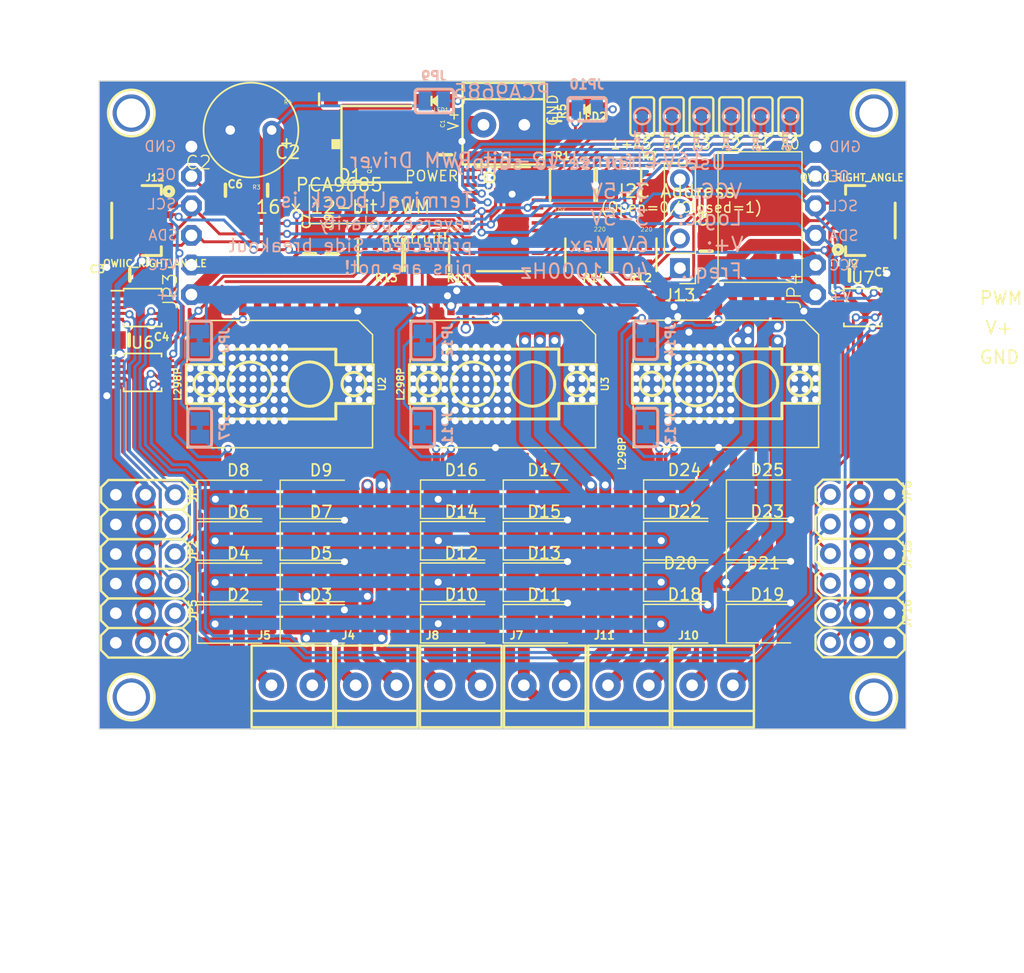
<source format=kicad_pcb>
(kicad_pcb (version 20221018) (generator pcbnew)
  (layers (0 "F.Cu" signal) (31 "B.Cu" signal) (34 "B.Paste" user) (35 "F.Paste" user) (36 "B.SilkS" user "B.Silkscreen") (37 "F.SilkS" user "F.Silkscreen") (38 "B.Mask" user) (39 "F.Mask" user) (44 "Edge.Cuts" user))
  (net 0 "")
  (net 1 "Net-(Q1-D)")
  (net 2 "Net-(D2-A)")
  (net 3 "Net-(D4-A)")
  (net 4 "Net-(D10-A)")
  (net 5 "Net-(D12-A)")
  (net 6 "Net-(D14-A)")
  (net 7 "5.0V")
  (net 8 "GND")
  (net 9 "Net-(D16-A)")
  (net 10 "Net-(D18-A)")
  (net 11 "VCC")
  (net 12 "Net-(D20-A)")
  (net 13 "Net-(D22-A)")
  (net 14 "Net-(D24-A)")
  (net 15 "/SDA")
  (net 16 "/SCL")
  (net 17 "/OE")
  (net 18 "Net-(JP9-Pad1)")
  (net 19 "Net-(LED1-PadC)")
  (net 20 "/A2")
  (net 21 "/A3")
  (net 22 "/A4")
  (net 23 "/A5")
  (net 24 "/A0")
  (net 25 "/A1")
  (net 26 "Net-(LED2-PadC)")
  (net 27 "/PWM7")
  (net 28 "/PWM6")
  (net 29 "/PWM5")
  (net 30 "/PWM4")
  (net 31 "/PWM15")
  (net 32 "/PWM14")
  (net 33 "/PWM13")
  (net 34 "/PWM12")
  (net 35 "/PWM3")
  (net 36 "/PWM2")
  (net 37 "/PWM1")
  (net 38 "/PWM0")
  (net 39 "/PWM11")
  (net 40 "/PWM10")
  (net 41 "/PWM9")
  (net 42 "/PWM8")
  (net 43 "Net-(U2-EnA)")
  (net 44 "Net-(U2-EnB)")
  (net 45 "Net-(U3-EnA)")
  (net 46 "Net-(U3-EnB)")
  (net 47 "Net-(U4-EnA)")
  (net 48 "Net-(U4-EnB)")
  (net 50 "3.3V")
  (net 53 "Net-(D6-A)")
  (net 54 "Net-(D8-A)")
  (net 55 "Net-(JP10-Pad1)")
  (net 56 "/P4")
  (net 57 "/P5")
  (net 58 "/P6")
  (net 59 "/P7")
  (net 60 "/P0")
  (net 61 "/P1")
  (net 62 "/P2")
  (net 63 "/P3")
  (net 64 "/P8")
  (net 65 "/P9")
  (net 66 "/P10")
  (net 67 "/P11")
  (net 68 "Net-(J13-Pin_1)")
  (net 69 "Net-(J13-Pin_2)")
  (net 70 "Net-(J13-Pin_3)")
  (net 71 "Net-(J13-Pin_4)")
  (net 72 "Net-(U5-AIN3)")
  (net 73 "Net-(U5-AIN2)")
  (net 74 "Net-(U5-AIN1)")
  (net 75 "Net-(U5-AIN0)")
  (net 76 "Net-(U6-AIN0)")
  (net 77 "Net-(U6-AIN1)")
  (net 78 "Net-(U6-AIN2)")
  (net 79 "Net-(U6-AIN3)")
  (net 80 "Net-(U7-AIN0)")
  (net 81 "Net-(U7-AIN1)")
  (net 82 "Net-(U7-AIN2)")
  (net 83 "Net-(U7-AIN3)")
  (net 85 "unconnected-(U2-NC-Pad3)")
  (footprint "Diode_SMD:D_SMA" (layer "F.Cu") (at 125.7713 128.80052)
    (fp_text reference "D8")
    (fp_text value "M7")
  )
  (footprint "Adafruit PCA9685 rev C:0805-NO" (layer "F.Cu") (at 124.66 102.27)
    (fp_text reference "R3")
    (fp_text value "10K")
  )
  (footprint "Diode_SMD:D_SMA" (layer "F.Cu") (at 135.37 103.48)
    (fp_text reference "D1")
    (fp_text value "M7")
  )
  (footprint "Adafruit PCA9685 rev C:1X06-CLEANBIG" (layer "F.Cu") (at 175.26 104.8766 90)
    (fp_text reference "JP4")
    (fp_text value "PINHD-1X6CB")
  )
  (footprint "Adafruit PCA9685 rev C:RESPACK_4X0603" (layer "F.Cu") (at 154.3951 101.79)
    (fp_text reference "R1")
    (fp_text value "10K")
  )
  (footprint "Diode_SMD:D_SMA" (layer "F.Cu") (at 151.99404 135.904)
    (fp_text reference "D13")
    (fp_text value "M7")
  )
  (footprint "Diode_SMD:D_SMA" (layer "F.Cu") (at 125.7713 135.92052)
    (fp_text reference "D4")
    (fp_text value "M7")
  )
  (footprint "Adafruit PCA9685 rev C:TERMBLOCK_1X2-3.5MM" (layer "F.Cu") (at 130.30596 144.74)
    (fp_text reference "J5")
    (fp_text value "TERMBLOCK_1X2")
  )
  (footprint "Adafruit PCA9685 rev C:SOLDERJUMPER_REFLOW_NOPASTE" (layer "F.Cu") (at 168.02 95.9426 -90)
    (fp_text reference "SJ_A2")
    (fp_text value "SOLDERJUMPERREFLOW_NOPASTE")
  )
  (footprint "Adafruit PCA9685 rev C:0805-NO" (layer "F.Cu") (at 128.28 102.27 180)
    (fp_text reference "C6")
    (fp_text value "10uF")
  )
  (footprint "Silicon-Standard:POWERSO20_L298_PAD" (layer "F.Cu") (at 148.4482 118.89952 -90)
    (fp_text reference "U3")
    (fp_text value "L298P")
  )
  (footprint "Diode_SMD:D_SMA" (layer "F.Cu") (at 164.025 135.894)
    (fp_text reference "D20")
    (fp_text value "M7")
  )
  (footprint "Diode_SMD:D_SMA" (layer "F.Cu") (at 171.125 132.334)
    (fp_text reference "D23")
    (fp_text value "M7")
  )
  (footprint "Diode_SMD:D_SMA" (layer "F.Cu") (at 164.025 139.454)
    (fp_text reference "D18")
    (fp_text value "M7")
  )
  (footprint "Diode_SMD:D_SMA" (layer "F.Cu") (at 144.89904 128.784)
    (fp_text reference "D16")
    (fp_text value "M7")
  )
  (footprint "Diode_SMD:D_SMA" (layer "F.Cu") (at 132.8613 128.80052)
    (fp_text reference "D9")
    (fp_text value "M7")
  )
  (footprint "Adafruit PCA9685 rev C:SOLDERJUMPER_REFLOW_NOPASTE" (layer "F.Cu") (at 170.56 95.9426 -90)
    (fp_text reference "SJ_A1")
    (fp_text value "SOLDERJUMPERREFLOW_NOPASTE")
  )
  (footprint "Adafruit PCA9685 rev C:TSSOP28" (layer "F.Cu") (at 148.5011 104.7496 -90)
    (fp_text reference "U1")
    (fp_text value "PCA9685")
  )
  (footprint "Adafruit PCA9685 rev C:MOUNTINGHOLE_2.5_PLATED" (layer "F.Cu") (at 180.26 145.76)
    (fp_text reference "U$50" hide)
    (fp_text value "MOUNTINGHOLE2.5" hide)
  )
  (footprint "Diode_SMD:D_SMA" (layer "F.Cu") (at 132.8613 139.48052)
    (fp_text reference "D3")
    (fp_text value "M7")
  )
  (footprint "Adafruit PCA9685 rev C:TO252" (layer "F.Cu") (at 136.77 98.32 -90)
    (fp_text reference "Q1")
    (fp_text value "AOD417")
  )
  (footprint "Adafruit PCA9685 rev C:SOLDERJUMPER_REFLOW_NOPASTE" (layer "F.Cu") (at 160.4 95.9426 -90)
    (fp_text reference "SJ_A5")
    (fp_text value "SOLDERJUMPERREFLOW_NOPASTE")
  )
  (footprint "Adafruit PCA9685 rev C:E3,5-8" (layer "F.Cu") (at 126.85 97.11 180)
    (fp_text reference "C2")
    (fp_text value "1000uF")
  )
  (footprint "Diode_SMD:D_SMA" (layer "F.Cu") (at 171.125 139.454)
    (fp_text reference "D19")
    (fp_text value "M7")
  )
  (footprint "Adafruit PCA9685 rev C:TERMBLOCK_1X2-3.5MM" (layer "F.Cu") (at 166.37596 144.744)
    (fp_text reference "J10")
    (fp_text value "TERMBLOCK_1X2")
  )
  (footprint "Diode_SMD:D_SMA" (layer "F.Cu") (at 144.89904 132.344)
    (fp_text reference "D14")
    (fp_text value "M7")
  )
  (footprint "Adafruit PCA9685 rev C:0805-NO" (layer "F.Cu") (at 165.89 107.5 90)
    (fp_text reference "C8")
    (fp_text value "1.0uF")
  )
  (footprint "Adafruit PCA9685 rev C:3X02" (layer "F.Cu") (at 117.8 139.83 -90)
    (fp_text reference "JP5")
    (fp_text value "~")
  )
  (footprint "Adafruit PCA9685 rev C:MOUNTINGHOLE_2.5_PLATED" (layer "F.Cu") (at 116.591884 145.754686)
    (fp_text reference "U$48" hide)
    (fp_text value "MOUNTINGHOLE2.5" hide)
  )
  (footprint "Adafruit PCA9685 rev C:0805-NO" (layer "F.Cu") (at 178.17 109.56)
    (fp_text reference "C5")
    (fp_text value "1.0uF")
  )
  (footprint "Diode_SMD:D_SMA" (layer "F.Cu") (at 144.90404 139.464)
    (fp_text reference "D10")
    (fp_text value "M7")
  )
  (footprint "Adafruit PCA9685 rev C:RESPACK_4X0603" (layer "F.Cu") (at 137.92 107.81 180)
    (fp_text reference "R13")
    (fp_text value "220")
  )
  (footprint "Adafruit PCA9685 rev C:RESPACK_4X0603" (layer "F.Cu") (at 155.71 107.81 180)
    (fp_text reference "R14")
    (fp_text value "220")
  )
  (footprint "Adafruit PCA9685 rev C:RESPACK_4X0603" (layer "F.Cu") (at 141.94 107.81 180)
    (fp_text reference "R11")
    (fp_text value "220")
  )
  (footprint "Adafruit PCA9685 rev C:3X02" (layer "F.Cu") (at 179.07 139.8 -90)
    (fp_text reference "JP16")
    (fp_text value "~")
  )
  (footprint "Adafruit PCA9685 rev C:0805-NO" (layer "F.Cu") (at 143.54 99.23 90)
    (fp_text reference "C1")
    (fp_text value "10uF")
  )
  (footprint "Adafruit PCA9685 rev C:_0805MP" (layer "F.Cu") (at 152.95 96.34 -90)
    (fp_text reference "R5")
    (fp_text value "470")
  )
  (footprint "Package_SO:TSSOP-10_3x3mm_P0.5mm" (layer "F.Cu") (at 117.56 117.9)
    (fp_text reference "U6")
    (fp_text value "ADS1115IDGS")
  )
  (footprint "Adafruit PCA9685 rev C:SOLDERJUMPER_REFLOW_NOPASTE" (layer "F.Cu") (at 165.48 95.9426 -90)
    (fp_text reference "SJ_A3")
    (fp_text value "SOLDERJUMPERREFLOW_NOPASTE")
  )
  (footprint "Adafruit PCA9685 rev C:3X02" (layer "F.Cu") (at 179.07 134.72 -90)
    (fp_text reference "JP15")
    (fp_text value "~")
  )
  (footprint "Connectors:1X04_1MM_RA_STRESSRELIEF" (layer "F.Cu") (at 119.51 104.87 -90)
    (fp_text reference "J12")
    (fp_text value "QWIIC_RIGHT_ANGLE")
  )
  (footprint "Adafruit PCA9685 rev C:0805-NO" (layer "F.Cu") (at 116.46 109.55 180)
    (fp_text reference "C3")
    (fp_text value "1.0uF")
  )
  (footprint "Diode_SMD:D_SMA" (layer "F.Cu") (at 151.99404 139.464)
    (fp_text reference "D11")
    (fp_text value "M7")
  )
  (footprint "Adafruit PCA9685 rev C:RESPACK_4X0603" (layer "F.Cu") (at 158.41 101.7874)
    (fp_text reference "R2")
    (fp_text value "10K")
  )
  (footprint "Diode_SMD:D_SMA" (layer "F.Cu") (at 171.125 135.894)
    (fp_text reference "D21")
    (fp_text value "M7")
  )
  (footprint "Silicon-Standard:POWERSO20_L298_PAD" (layer "F.Cu") (at 167.575 118.881 -90)
    (fp_text reference "U4" hide)
    (fp_text value "L298P")
  )
  (footprint "Adafruit PCA9685 rev C:CHIPLED_0805_NOOUTLINE" (layer "F.Cu") (at 155.67 95.33 90)
    (fp_text reference "LED2")
    (fp_text value "RED")
  )
  (footprint "Diode_SMD:D_SMA" (layer "F.Cu") (at 151.99404 132.344)
    (fp_text reference "D15")
    (fp_text value "M7")
  )
  (footprint "PCM_Package_TO_SOT_SMD_AKL:TO-252-3_TabPin2" (layer "F.Cu") (at 170.5 104.57 90)
    (fp_text reference "U8" hide)
    (fp_text value "L7805" hide)
  )
  (footprint "Connectors:1X04_1MM_RA_STRESSRELIEF" (layer "F.Cu") (at 177.49 104.87 90)
    (fp_text reference "J2")
    (fp_text value "QWIIC_RIGHT_ANGLE")
  )
  (footprint "Adafruit PCA9685 rev C:0805-NO" (layer "F.Cu") (at 116.41 115.12)
    (fp_text reference "C4")
    (fp_text value "1.0uF")
  )
  (footprint "Adafruit PCA9685 rev C:3X02" (layer "F.Cu") (at 117.8 134.75 -90)
    (fp_text reference "JP2")
    (fp_text value "~")
  )
  (footprint "Adafruit PCA9685 rev C:CHIPLED_0805_NOOUTLINE" (layer "F.Cu") (at 142.5714 94.6141 90)
    (fp_text reference "LED1")
    (fp_text value "GREEN")
  )
  (footprint "Adafruit PCA9685 rev C:0805-NO" (layer "F.Cu") (at 131.87 107.71 90)
    (fp_text reference "C7")
    (fp_text value "10uF")
  )
  (footprint "Adafruit PCA9685 rev C:1X06-CLEANBIG" (layer "F.Cu") (at 121.74 104.8766 90)
    (fp_text reference "JP3")
    (fp_text value "PINHD-1X6CB")
  )
  (footprint "Adafruit PCA9685 rev C:3X02" (layer "F.Cu") (at 179.07 129.64 -90)
    (fp_text reference "JP6")
    (fp_text value "~")
  )
  (footprint "Adafruit PCA9685 rev C:SOLDERJUMPER_REFLOW_NOPASTE" (layer "F.Cu") (at 173.1 95.9426 -90)
    (fp_text reference "SJ_A0")
    (fp_text value "SOLDERJUMPERREFLOW_NOPASTE")
  )
  (footprint "Diode_SMD:D_SMA" (layer "F.Cu") (at 164.03 132.334)
    (fp_text reference "D22")
    (fp_text value "M7")
  )
  (footprint "Adafruit PCA9685 rev C:SOLDERJUMPER_REFLOW_NOPASTE" (layer "F.Cu") (at 162.94 95.9426 -90)
    (fp_text reference "SJ_A4")
    (fp_text value "SOLDERJUMPERREFLOW_NOPASTE")
  )
  (footprint "Diode_SMD:D_SMA" (layer "F.Cu") (at 125.7713 139.48052)
    (fp_text reference "D2")
    (fp_text value "M7")
  )
  (footprint "Adafruit PCA9685 rev C:3X02" (layer "F.Cu") (at 117.8068 129.67 -90)
    (fp_text reference "JP1")
    (fp_text value "~")
  )
  (footprint "Adafruit PCA9685 rev C:_0805MP" (layer "F.Cu") (at 132.69 94.47 180)
    (fp_text reference "R4")
    (fp_text value "1k")
  )
  (footprint "Diode_SMD:D_SMA" (layer "F.Cu") (at 171.125 128.774)
    (fp_text reference "D25")
    (fp_text value "M7")
  )
  (footprint "Diode_SMD:D_SMA" (layer "F.Cu") (at 132.8613 135.92052)
    (fp_text reference "D5")
    (fp_text value "M7")
  )
  (footprint "Diode_SMD:D_SMA" (layer "F.Cu") (at 151.99404 128.784)
    (fp_text reference "D17")
    (fp_text value "M7")
  )
  (footprint "Diode_SMD:D_SMA" (layer "F.Cu") (at 125.7713 132.36052)
    (fp_text reference "D6")
    (fp_text value "M7")
  )
  (footprint "Diode_SMD:D_SMA" (layer "F.Cu") (at 132.8613 132.36052)
    (fp_text reference "D7")
    (fp_text value "M7")
  )
  (footprint "Adafruit PCA9685 rev C:TERMBLOCK_1X2-3.5MM" (layer "F.Cu") (at 144.74 144.744)
    (fp_text reference "J8")
    (fp_text value "TERMBLOCK_1X2")
  )
  (footprint "Silicon-Standard:POWERSO20_L298_PAD" (layer "F.Cu") (at 129.324602 118.903864 -90)
    (fp_text reference "U2")
    (fp_text value "L298P")
  )
  (footprint "Adafruit PCA9685 rev C:MOUNTINGHOLE_2.5_PLATED" (layer "F.Cu") (at 116.59 95.65)
    (fp_text reference "U$47" hide)
    (fp_text value "MOUNTINGHOLE2.5" hide)
  )
  (footprint "Adafruit PCA9685 rev C:TERMBLOCK_1X2-3.5MM" (layer "F.Cu") (at 137.52596 144.74)
    (fp_text reference "J4")
    (fp_text value "TERMBLOCK_1X2")
  )
  (footprint "Diode_SMD:D_SMA" (layer "F.Cu") (at 164.03 128.774)
    (fp_text reference "D24")
    (fp_text value "M7")
  )
  (footprint "Adafruit PCA9685 rev C:MOUNTINGHOLE_2.5_PLATED" (layer "F.Cu") (at 180.27 95.65)
    (fp_text reference "U$49" hide)
    (fp_text value "MOUNTINGHOLE2.5" hide)
  )
  (footprint "Package_SO:TSSOP-10_3x3mm_P0.5mm" (layer "F.Cu") (at 117.56 112.34)
    (fp_text reference "U5" hide)
    (fp_text value "ADS1115IDGS")
  )
  (footprint "Adafruit PCA9685 rev C:TERMBLOCK_1X2-3.5MM" (layer "F.Cu") (at 151.95 144.744)
    (fp_text reference "J7")
    (fp_text value "TERMBLOCK_1X2")
  )
  (footprint "Diode_SMD:D_SMA" (layer "F.Cu") (at 144.89404 135.904)
    (fp_text reference "D12")
    (fp_text value "M7")
  )
  (footprint "Adafruit PCA9685 rev C:0805-NO" (layer "F.Cu") (at 133.79 107.71 90)
    (fp_text reference "C9")
    (fp_text value "1.0uF")
  )
  (footprint "Adafruit PCA9685 rev C:RESPACK_4X0603" (layer "F.Cu") (at 159.72 107.81 180)
    (fp_text reference "R12")
    (fp_text value "220")
  )
  (footprint "Adafruit PCA9685 rev C:TERMBLOCK_1X2-3.5MM" (layer "F.Cu") (at 148.59 96.66 180)
    (fp_text reference "J1")
    (fp_text value "TERMBLOCK_1X2" hide)
  )
  (footprint "Package_SO:TSSOP-10_3x3mm_P0.5mm" (layer "F.Cu") (at 179.32 112.33)
    (fp_text reference "U7")
    (fp_text value "ADS1115IDGS")
  )
  (footprint "Adafruit PCA9685 rev C:TERMBLOCK_1X2-3.5MM" (layer "F.Cu") (at 159.16596 144.744)
    (fp_text reference "J11")
    (fp_text value "TERMBLOCK_1X2")
  )
  (footprint "Connector_PinHeader_2.54mm:PinHeader_1x04_P2.54mm_Vertical" (layer "F.Cu") (at 163.63 108.95 180)
    (fp_text reference "J13")
    (fp_text value "Conn_01x04")
  )
  (footprint "Adafruit PCA9685 rev C:TESTPOINT_ROUND_1MM" (layer "B.Cu") (at 168.02 95.9106 -90)
    (fp_text reference "TP4")
    (fp_text value "TESTPOINTROUND1MM")
  )
  (footprint "OLIMEX_Jumpers-FP:SJ_Closed" (layer "B.Cu") (at 160.704 115.138 90)
    (fp_text reference "JP14")
    (fp_text value "JUMPER-SMT_2_NC_TRACE_SILK")
  )
  (footprint "Adafruit PCA9685 rev C:TESTPOINT_ROUND_1MM" (layer "B.Cu") (at 173.1 95.9106 -90)
    (fp_text reference "TP6")
    (fp_text value "TESTPOINTROUND1MM")
  )
  (footprint "OLIMEX_Jumpers-FP:SJ_Closed" (layer "B.Cu") (at 122.454602 122.653864 90)
    (fp_text reference "JP7")
    (fp_text value "JUMPER-SMT_2_NC_TRACE_SILK")
  )
  (footprint "OLIMEX_Jumpers-FP:SJ_Closed" (layer "B.Cu") (at 155.67 95.33 180)
    (fp_text reference "JP10")
    (fp_text value "JUMPER-SMT_2_NC_TRACE_SILK")
  )
  (footprint "Adafruit PCA9685 rev C:TESTPOINT_ROUND_1MM" (layer "B.Cu") (at 165.48 95.9106 -90)
    (fp_text reference "TP3")
    (fp_text value "TESTPOINTROUND1MM")
  )
  (footprint "Adafruit PCA9685 rev C:TESTPOINT_ROUND_1MM" (layer "B.Cu") (at 162.94 95.9106 -90)
    (fp_text reference "TP2")
    (fp_text value "TESTPOINTROUND1MM")
  )
  (footprint "OLIMEX_Jumpers-FP:SJ_Closed" (layer "B.Cu") (at 141.5782 115.15752 90)
    (fp_text reference "JP12")
    (fp_text value "JUMPER-SMT_2_NC_TRACE_SILK")
  )
  (footprint "OLIMEX_Jumpers-FP:SJ_Closed" (layer "B.Cu") (at 160.714 122.628 90)
    (fp_text reference "JP13")
    (fp_text value "JUMPER-SMT_2_NC_TRACE_SILK")
  )
  (footprint "Adafruit PCA9685 rev C:TESTPOINT_ROUND_1MM" (layer "B.Cu") (at 170.56 95.9106 -90)
    (fp_text reference "TP5")
    (fp_text value "TESTPOINTROUND1MM")
  )
  (footprint "OLIMEX_Jumpers-FP:SJ_Closed" (layer "B.Cu") (at 141.5782 122.63952 90)
    (fp_text reference "JP11")
    (fp_text value "JUMPER-SMT_2_NC_TRACE_SILK")
  )
  (footprint "Adafruit PCA9685 rev C:TESTPOINT_ROUND_1MM" (layer "B.Cu") (at 160.4 95.9106 -90)
    (fp_text reference "TP1")
    (fp_text value "TESTPOINTROUND1MM")
  )
  (footprint "OLIMEX_Jumpers-FP:SJ_Closed" (layer "B.Cu") (at 122.454602 115.161864 90)
    (fp_text reference "JP8")
    (fp_text value "JUMPER-SMT_2_NC_TRACE_SILK")
  )
  (footprint "OLIMEX_Jumpers-FP:SJ_Closed" (layer "B.Cu") (at 142.57 94.62 180)
    (fp_text reference "JP9")
    (fp_text value "JUMPER-SMT_2_NC_TRACE_SILK")
  )
  (gr_rect (start 113.835 92.89) (end 183.025 148.5) (stroke (width 0.1)) (fill none) (layer "Edge.Cuts"))
  (gr_text "SDA" (at 120.65 106.6546) (layer "B.SilkS") (effects (font (size 0.89408 0.89408) (thickness 0.12192)) (justify left bottom mirror)))
  (gr_text "GND" (at 120.513 99.0346) (layer "B.SilkS") (effects (font (size 0.89408 0.89408) (thickness 0.12192)) (justify left bottom mirror)))
  (gr_text "V+:" (at 169.2021 107.6706) (layer "B.SilkS") (effects (font (size 1.251712 1.251712) (thickness 0.170688)) (justify left bottom mirror)))
  (gr_text "SCL" (at 120.513 103.9876) (layer "B.SilkS") (effects (font (size 0.89408 0.89408) (thickness 0.12192)) (justify left bottom mirror)))
  (gr_text "VCC" (at 120.65 109.1946) (layer "B.SilkS") (effects (font (size 0.89408 0.89408) (thickness 0.12192)) (justify left bottom mirror)))
  (gr_text "pins are not!" (at 145.9611 109.5756) (layer "B.SilkS") (effects (font (size 1.1176 1.1176) (thickness 0.1524)) (justify left bottom mirror)))
  (gr_text "SDA" (at 176.35 105.64) (layer "B.SilkS") (effects (font (size 0.89408 0.89408) (thickness 0.12192)) (justify right top mirror)))
  (gr_text "3-5V" (at 161.0741 105.3846) (layer "B.SilkS") (effects (font (size 1.251712 1.251712) (thickness 0.170688)) (justify left bottom mirror)))
  (gr_text "protected. Side breakout" (at 145.9611 107.6706) (layer "B.SilkS") (effects (font (size 1.1176 1.1176) (thickness 0.1524)) (justify left bottom mirror)))
  (gr_text "Logic:" (at 169.0751 105.3846) (layer "B.SilkS") (effects (font (size 1.251712 1.251712) (thickness 0.170688)) (justify left bottom mirror)))
  (gr_text "OE" (at 176.35 100.56) (layer "B.SilkS") (effects (font (size 0.89408 0.89408) (thickness 0.12192)) (justify right top mirror)))
  (gr_text "6V Max" (at 161.0741 107.6706) (layer "B.SilkS") (effects (font (size 1.251712 1.251712) (thickness 0.170688)) (justify left bottom mirror)))
  (gr_text "V+" (at 176.35 110.847) (layer "B.SilkS") (effects (font (size 0.89408 0.89408) (thickness 0.12192)) (justify right top mirror)))
  (gr_text "V+" (at 120.65 111.7346) (layer "B.SilkS") (effects (font (size 0.89408 0.89408) (thickness 0.12192)) (justify left bottom mirror)))
  (gr_text "3-5V" (at 161.0741 103.0986) (layer "B.SilkS") (effects (font (size 1.251712 1.251712) (thickness 0.170688)) (justify left bottom mirror)))
  (gr_text "16-Channel 12-Bit PWM Driver" (at 150.494 99.7206) (layer "B.SilkS") (effects (font (size 1.251712 1.251712) (thickness 0.170688)) (justify mirror)))
  (gr_text "VCC" (at 176.35 108.18) (layer "B.SilkS") (effects (font (size 0.89408 0.89408) (thickness 0.12192)) (justify right top mirror)))
  (gr_text "SCL" (at 176.35 103.1) (layer "B.SilkS") (effects (font (size 0.89408 0.89408) (thickness 0.12192)) (justify right top mirror)))
  (gr_text "Use V+ for servo supply" (at 167.7091 100.6076) (layer "B.SilkS") (effects (font (size 1.251712 1.251712) (thickness 0.170688)) (justify left bottom mirror)))
  (gr_text "OE" (at 120.513 101.4476) (layer "B.SilkS") (effects (font (size 0.89408 0.89408) (thickness 0.12192)) (justify left bottom mirror)))
  (gr_text "reverse polarity" (at 145.9611 105.7656) (layer "B.SilkS") (effects (font (size 1.1176 1.1176) (thickness 0.1524)) (justify left bottom mirror)))
  (gr_text "Terminal block is" (at 145.9611 103.8606) (layer "B.SilkS") (effects (font (size 1.251712 1.251712) (thickness 0.170688)) (justify left bottom mirror)))
  (gr_text "VCC:" (at 169.0751 103.0986) (layer "B.SilkS") (effects (font (size 1.251712 1.251712) (thickness 0.170688)) (justify left bottom mirror)))
  (gr_text "Freq.:" (at 169.0751 109.9566) (layer "B.SilkS") (effects (font (size 1.251712 1.251712) (thickness 0.170688)) (justify left bottom mirror)))
  (gr_text "GND" (at 176.36 98.02) (layer "B.SilkS") (effects (font (size 0.89408 0.89408) (thickness 0.12192)) (justify right top mirror)))
  (gr_text "PCA9685" (at 148.3741 93.8276) (layer "B.SilkS") (effects (font (size 1.251712 1.251712) (thickness 0.170688)) (justify mirror)))
  (gr_text "40-1000Hz" (at 161.0741 109.9566) (layer "B.SilkS") (effects (font (size 1.251712 1.251712) (thickness 0.170688)) (justify left bottom mirror)))
  (gr_text "A5" (at 159.511 98.8316) (layer "F.SilkS") (effects (font (size 0.89408 0.89408) (thickness 0.12192)) (justify left bottom)))
  (gr_text "V+" (at 189.74 114.72) (layer "F.SilkS") (effects (font (size 1.1176 1.1176) (thickness 0.1524)) (justify left bottom)))
  (gr_text "A4" (at 162.051 98.8316) (layer "F.SilkS") (effects (font (size 0.89408 0.89408) (thickness 0.12192)) (justify left bottom)))
  (gr_text "1+" (at 157.606 98.8316) (layer "F.SilkS") (effects (font (size 0.89408 0.89408) (thickness 0.12192)) (justify left bottom)))
  (gr_text "A1" (at 169.671 98.8316) (layer "F.SilkS") (effects (font (size 0.89408 0.89408) (thickness 0.12192)) (justify left bottom)))
  (gr_text "PCA9685" (at 130.5941 102.4636) (layer "F.SilkS") (effects (font (size 1.1176 1.1176) (thickness 0.1524)) (justify left bottom)))
  (gr_text "A0" (at 172.211 98.8316) (layer "F.SilkS") (effects (font (size 0.89408 0.89408) (thickness 0.12192)) (justify left bottom)))
  (gr_text "I2C Address" (at 158.2801 103.0036) (layer "F.SilkS") (effects (font (size 1.1176 1.1176) (thickness 0.1524)) (justify left bottom)))
  (gr_text "adafruit!" (at 137.9601 106.9086) (layer "F.SilkS") (effects (font (size 0.89408 0.89408) (thickness 0.12192)) (justify left bottom)))
  (gr_text "V+" (at 144.7251 97.2166 90) (layer "F.SilkS") (effects (font (size 0.89408 0.89408) (thickness 0.12192)) (justify left bottom)))
  (gr_text "(Open=0/Closed=1)" (at 156.7561 104.2736) (layer "F.SilkS") (effects (font (size 0.89408 0.89408) (thickness 0.12192)) (justify left bottom)))
  (gr_text "A3" (at 164.591 98.8316) (layer "F.SilkS") (effects (font (size 0.89408 0.89408) (thickness 0.12192)) (justify left bottom)))
  (gr_text "POWER" (at 139.9921 101.5746) (layer "F.SilkS") (effects (font (size 0.89408 0.89408) (thickness 0.12192)) (justify left bottom)))
  (gr_text "GND" (at 153.2441 96.8438 90) (layer "F.SilkS") (effects (font (size 0.89408 0.89408) (thickness 0.12192)) (justify left bottom)))
  (gr_text "PWM" (at 189.232 112.18) (layer "F.SilkS") (effects (font (size 1.1176 1.1176) (thickness 0.1524)) (justify left bottom)))
  (gr_text "A2" (at 167.131 98.8316) (layer "F.SilkS") (effects (font (size 0.89408 0.89408) (thickness 0.12192)) (justify left bottom)))
  (gr_text "C2" (at 128.8161 99.6696) (layer "F.SilkS") (effects (font (size 1.1176 1.1176) (thickness 0.1524)) (justify left bottom)))
  (gr_text "16 x 12-bit PWM" (at 127.1651 104.3686) (layer "F.SilkS") (effects (font (size 1.1176 1.1176) (thickness 0.1524)) (justify left bottom)))
  (gr_text "GND" (at 189.232 117.26) (layer "F.SilkS") (effects (font (size 1.1176 1.1176) (thickness 0.1524)) (justify left bottom)))
  (segment (start 146.79 96.66) (end 140.93 96.66) (width 1.524) (layer "F.Cu") (net 1))
  (segment (start 140.93 96.66) (end 139.27 98.32) (width 1.524) (layer "F.Cu") (net 1))
  (segment (start 131.6033 140.22252) (end 131.6033 140.69972) (width 1.016) (layer "F.Cu") (net 2))
  (segment (start 130.8613 139.48052) (end 131.6033 140.22252) (width 1.016) (layer "F.Cu") (net 2))
  (segment (start 135.82596 144.74) (end 134.0417 142.95574) (width 1.016) (layer "F.Cu") (net 2))
  (segment (start 127.7713 139.48052) (end 130.8613 139.48052) (width 1.016) (layer "F.Cu") (net 2))
  (segment (start 138.0505 140.68994) (end 138.0505 127.5548) (width 1.016) (layer "F.Cu") (net 2))
  (segment (start 134.0417 142.95574) (end 134.0417 141.09172) (width 1.016) (layer "F.Cu") (net 2))
  (segment (start 138.06028 140.69972) (end 138.0505 140.68994) (width 1.016) (layer "F.Cu") (net 2))
  (via (at 134.0417 141.09172) (size 0.9) (drill 0.6) (layers "F.Cu" "B.Cu") (net 2))
  (via (at 138.0505 127.5548) (size 0.9) (drill 0.6) (layers "F.Cu" "B.Cu") (net 2))
  (via (at 138.06028 140.69972) (size 0.9) (drill 0.6) (layers "F.Cu" "B.Cu") (net 2))
  (via (at 131.6033 140.69972) (size 0.9) (drill 0.6) (layers "F.Cu" "B.Cu") (net 2))
  (segment (start 134.4337 140.69972) (end 134.0417 141.09172) (width 1.016) (layer "B.Cu") (net 2))
  (segment (start 131.6033 140.69972) (end 133.6497 140.69972) (width 1.016) (layer "B.Cu") (net 2))
  (segment (start 138.06028 140.69972) (end 135.2 140.69972) (width 1.016) (layer "B.Cu") (net 2))
  (segment (start 138.0505 127.04979) (end 138.0505 127.5548) (width 1.016) (layer "B.Cu") (net 2))
  (segment (start 133.6497 140.69972) (end 135.2 140.69972) (width 1.016) (layer "B.Cu") (net 2))
  (segment (start 133.6497 140.69972) (end 134.0417 141.09172) (width 1.016) (layer "B.Cu") (net 2))
  (segment (start 135.2 140.69972) (end 134.4337 140.69972) (width 1.016) (layer "B.Cu") (net 2))
  (segment (start 136.8313 139.82) (end 136.8313 142.24534) (width 1.016) (layer "F.Cu") (net 3))
  (segment (start 136.8313 142.24534) (end 139.32596 144.74) (width 1.016) (layer "F.Cu") (net 3))
  (segment (start 136.8313 127.5548) (end 136.8313 139.82) (width 1.016) (layer "F.Cu") (net 3))
  (segment (start 131.6033 136.66252) (end 131.6033 137.1132) (width 1.016) (layer "F.Cu") (net 3))
  (segment (start 136.8313 139.82) (end 136.8313 140.52052) (width 1.016) (layer "F.Cu") (net 3))
  (segment (start 130.8613 135.92052) (end 127.7713 135.92052) (width 1.016) (layer "F.Cu") (net 3))
  (segment (start 130.8613 135.92052) (end 131.6033 136.66252) (width 1.016) (layer "F.Cu") (net 3))
  (via (at 131.6618 137.1132) (size 0.9) (drill 0.6) (layers "F.Cu" "B.Cu") (net 3))
  (via (at 136.8313 137.1132) (size 0.9) (drill 0.6) (layers "F.Cu" "B.Cu") (net 3))
  (via (at 136.8313 127.5548) (size 0.9) (drill 0.6) (layers "F.Cu" "B.Cu") (net 3))
  (segment (start 131.6618 137.1132) (end 136.8313 137.1132) (width 1.016) (layer "B.Cu") (net 3))
  (segment (start 152.8932 112.16852) (end 152.8932 113.05316) (width 1.016) (layer "F.Cu") (net 4))
  (segment (start 150.25 139.71996) (end 149.99404 139.464) (width 1.016) (layer "F.Cu") (net 4))
  (segment (start 152.2534 146.7474) (end 150.25 144.744) (width 1.016) (layer "F.Cu") (net 4))
  (segment (start 155.61 145.728433) (end 154.591033 146.7474) (width 1.016) (layer "F.Cu") (net 4))
  (segment (start 157.22824 127.5548) (end 157.22824 141.613492) (width 1.016) (layer "F.Cu") (net 4))
  (segment (start 152.8932 112.16852) (end 152.8932 112.70316) (width 0.508) (layer "F.Cu") (net 4))
  (segment (start 157.22824 141.613492) (end 155.61 143.231732) (width 1.016) (layer "F.Cu") (net 4))
  (segment (start 150.25 144.744) (end 150.25 139.71996) (width 1.016) (layer "F.Cu") (net 4))
  (segment (start 152.8932 112.157295) (end 152.882505 112.1466) (width 1.016) (layer "F.Cu") (net 4))
  (segment (start 149.99404 139.464) (end 146.90404 139.464) (width 1.016) (layer "F.Cu") (net 4))
  (segment (start 155.61 143.231732) (end 155.61 145.728433) (width 1.016) (layer "F.Cu") (net 4))
  (segment (start 154.591033 146.7474) (end 152.2534 146.7474) (width 1.016) (layer "F.Cu") (net 4))
  (segment (start 152.8932 115.1692) (end 152.8932 112.157295) (width 1.016) (layer "F.Cu") (net 4))
  (via (at 157.22824 127.5548) (size 0.9) (drill 0.6) (layers "F.Cu" "B.Cu") (net 4))
  (via (at 152.8932 115.1692) (size 0.9) (drill 0.6) (layers "F.Cu" "B.Cu") (net 4))
  (segment (start 157.22824 127.04979) (end 157.22824 127.5548) (width 1.016) (layer "B.Cu") (net 4))
  (segment (start 152.8932 115.1692) (end 152.8932 122.71475) (width 1.016) (layer "B.Cu") (net 4))
  (segment (start 152.8932 122.71475) (end 157.22824 127.04979) (width 1.016) (layer "B.Cu") (net 4))
  (segment (start 152.595898 141.0752) (end 152.94 141.0752) (width 1.016) (layer "F.Cu") (net 5))
  (segment (start 153.75 144.84996) (end 153.84404 144.944) (width 1.016) (layer "F.Cu") (net 5))
  (segment (start 146.89404 135.904) (end 149.99404 135.904) (width 1.016) (layer "F.Cu") (net 5))
  (segment (start 151.6232 112.69316) (end 151.6232 112.16852) (width 0.508) (layer "F.Cu") (net 5))
  (segment (start 153.75 142.72956) (end 153.75 144.84996) (width 1.016) (layer "F.Cu") (net 5))
  (segment (start 153.04904 141.84052) (end 153.66372 141.84052) (width 1.016) (layer "F.Cu") (net 5))
  (segment (start 151.95524 137.8652) (end 151.95524 140.06) (width 1.016) (layer "F.Cu") (net 5))
  (segment (start 154.42904 141.0752) (end 155.40436 141.0752) (width 1.016) (layer "F.Cu") (net 5))
  (segment (start 153.04904 141.84052) (end 153.84404 142.63552) (width 1.016) (layer "F.Cu") (net 5))
  (segment (start 149.99404 135.904) (end 151.95524 137.8652) (width 1.016) (layer "F.Cu") (net 5))
  (segment (start 151.95524 140.06) (end 151.95524 140.434542) (width 1.016) (layer "F.Cu") (net 5))
  (segment (start 156.00904 140.47052) (end 153.84404 142.63552) (width 1.016) (layer "F.Cu") (net 5))
  (segment (start 152.28372 141.0752) (end 151.95524 140.74672) (width 1.016) (layer "F.Cu") (net 5))
  (segment (start 153.84404 142.63552) (end 153.75 142.72956) (width 1.016) (layer "F.Cu") (net 5))
  (segment (start 151.95524 140.74672) (end 153.04904 141.84052) (width 1.016) (layer "F.Cu") (net 5))
  (segment (start 151.95524 140.06) (end 151.95524 140.74672) (width 1.016) (layer "F.Cu") (net 5))
  (segment (start 153.66372 141.84052) (end 154.42904 141.0752) (width 1.016) (layer "F.Cu") (net 5))
  (segment (start 156.00904 127.5548) (end 156.00904 140.47052) (width 1.016) (layer "F.Cu") (net 5))
  (segment (start 151.622505 115.1692) (end 151.622505 112.1466) (width 1.016) (layer "F.Cu") (net 5))
  (segment (start 155.40436 141.0752) (end 155.52404 140.95552) (width 1.016) (layer "F.Cu") (net 5))
  (segment (start 151.95524 140.434542) (end 152.595898 141.0752) (width 1.016) (layer "F.Cu") (net 5))
  (segment (start 151.6232 112.16852) (end 151.6232 113.50737) (width 1.016) (layer "F.Cu") (net 5))
  (segment (start 152.94 141.0752) (end 154.42904 141.0752) (width 1.016) (layer "F.Cu") (net 5))
  (segment (start 152.28372 141.0752) (end 152.94 141.0752) (width 1.016) (layer "F.Cu") (net 5))
  (via (at 156.00904 127.5548) (size 0.9) (drill 0.6) (layers "F.Cu" "B.Cu") (net 5))
  (via (at 151.622505 115.1692) (size 0.9) (drill 0.6) (layers "F.Cu" "B.Cu") (net 5))
  (segment (start 151.622505 123.168265) (end 156.00904 127.5548) (width 1.016) (layer "B.Cu") (net 5))
  (segment (start 151.622505 115.1692) (end 151.622505 123.168265) (width 1.016) (layer "B.Cu") (net 5))
  (segment (start 140.93284 127.740858) (end 140.93284 142.63684) (width 1.016) (layer "F.Cu") (net 6))
  (segment (start 145.0319 127.16722) (end 141.506478 127.16722) (width 1.016) (layer "F.Cu") (net 6))
  (segment (start 144.93784 128.054) (end 144.93784 130.3828) (width 1.016) (layer "F.Cu") (net 6))
  (segment (start 145.2732 126.92592) (end 144.93784 127.26128) (width 1.016) (layer "F.Cu") (net 6))
  (segment (start 144.93784 128.054) (end 144.93784 127.813458) (width 1.016) (layer "F.Cu") (net 6))
  (segment (start 146.89904 132.344) (end 149.99404 132.344) (width 1.016) (layer "F.Cu") (net 6))
  (segment (start 146.89904 132.344) (end 145.62154 131.0665) (width 1.016) (layer "F.Cu") (net 6))
  (segment (start 144.93784 130.3828) (end 145.62154 131.0665) (width 1.016) (layer "F.Cu") (net 6))
  (segment (start 144.93784 127.813458) (end 144.291602 127.16722) (width 1.016) (layer "F.Cu") (net 6))
  (segment (start 144.291602 127.16722) (end 144.10404 127.16722) (width 1.016) (layer "F.Cu") (net 6))
  (segment (start 144.86024 127.16722) (end 145.2732 126.75426) (width 1.016) (layer "F.Cu") (net 6))
  (segment (start 144.93784 127.26128) (end 144.93784 128.054) (width 1.016) (layer "F.Cu") (net 6))
  (segment (start 145.2732 126.75426) (end 145.2732 125.63052) (width 1.016) (layer "F.Cu") (net 6))
  (segment (start 140.93284 142.63684) (end 143.04 144.744) (width 1.016) (layer "F.Cu") (net 6))
  (segment (start 145.2732 125.63052) (end 145.2732 126.92592) (width 1.016) (layer "F.Cu") (net 6))
  (segment (start 145.2732 126.92592) (end 145.0319 127.16722) (width 1.016) (layer "F.Cu") (net 6))
  (segment (start 141.506478 127.16722) (end 140.93284 127.740858) (width 1.016) (layer "F.Cu") (net 6))
  (segment (start 154.695 97.885) (end 152.8012 99.7788) (width 1.016) (layer "F.Cu") (net 7))
  (segment (start 159.520164 95.1806) (end 160.4 95.1806) (width 1.016) (layer "F.Cu") (net 7))
  (segment (start 124.151236 108.815364) (end 121.74 111.2266) (width 1.016) (layer "F.Cu") (net 7))
  (segment (start 157.674964 97.0258) (end 159.520164 95.1806) (width 1.016) (layer "F.Cu") (net 7))
  (segment (start 173.080374 108.77) (end 175.26 110.949626) (width 1.016) (layer "F.Cu") (net 7))
  (segment (start 144.4985 111.67322) (end 144.0032 112.16852) (width 0.508) (layer "F.Cu") (net 7))
  (segment (start 148.617225 100.311) (end 147.745025 99.4388) (width 1.016) (layer "F.Cu") (net 7))
  (segment (start 163.44347 113.108393) (end 163.44347 112.58337) (width 0.762) (layer "F.Cu") (net 7))
  (segment (start 165.5414 104.275749) (end 165.5414 101.575173) (width 0.25) (layer "F.Cu") (net 7))
  (segment (start 154.67 96.482702) (end 154.67 97.86) (width 0.25) (layer "F.Cu") (net 7))
  (segment (start 162.6347 112.7553) (end 162.6347 113.440172) (width 0.508) (layer "F.Cu") (net 7))
  (segment (start 165.6931 110.5431) (end 164.81 109.66) (width 0.25) (layer "F.Cu") (net 7))
  (segment (start 160.368 95.1486) (end 160.4 95.1806) (width 0.4064) (layer "F.Cu") (net 7))
  (segment (start 144.130583 110.900744) (end 143.703231 111.328096) (width 0.762) (layer "F.Cu") (net 7))
  (segment (start 163.44347 112.58337) (end 163.13 112.2699) (width 0.762) (layer "F.Cu") (net 7))
  (segment (start 161.295511 100.9374) (end 159.71 100.9374) (width 0.25) (layer "F.Cu") (net 7))
  (segment (start 144.0032 111.3768) (end 144.17 111.21) (width 0.508) (layer "F.Cu") (net 7))
  (segment (start 162.615027 113.459845) (end 162.615027 113.214973) (width 0.508) (layer "F.Cu") (net 7))
  (segment (start 164.81 109.66) (end 164.81 105.007149) (width 0.25) (layer "F.Cu") (net 7))
  (segment (start 162.6347 113.440172) (end 162.615027 113.459845) (width 0.508) (layer "F.Cu") (net 7))
  (segment (start 143.703231 111.328096) (end 143.703231 111.868551) (width 0.762) (layer "F.Cu") (net 7))
  (segment (start 135.6838 107.3162) (end 134.184636 108.815364) (width 1.016) (layer "F.Cu") (net 7))
  (segment (start 172.78 108.77) (end 173.080374 108.77) (width 1.016) (layer "F.Cu") (net 7))
  (segment (start 163.13 112.2699) (end 163.13 112.15) (width 0.25) (layer "F.Cu") (net 7))
  (segment (start 162.615027 113.214973) (end 162.92 112.91) (width 0.508) (layer "F.Cu") (net 7))
  (segment (start 163.13 112.2699) (end 163.1201 112.2699) (width 0.508) (layer "F.Cu") (net 7))
  (segment (start 163.092018 113.459845) (end 163.44347 113.108393) (width 0.762) (layer "F.Cu") (net 7))
  (segment (start 167.210667 110.3186) (end 166.986167 110.5431) (width 0.25) (layer "F.Cu") (net 7))
  (segment (start 164.81 105.007149) (end 165.5414 104.275749) (width 0.25) (layer "F.Cu") (net 7))
  (segment (start 166.986167 110.5431) (end 165.6931 110.5431) (width 0.25) (layer "F.Cu") (net 7))
  (segment (start 163.1201 112.2699) (end 162.6347 112.7553) (width 0.508) (layer "F.Cu") (net 7))
  (segment (start 164.116227 100.15) (end 162.082911 100.15) (width 0.25) (layer "F.Cu") (net 7))
  (segment (start 162.082911 100.15) (end 161.295511 100.9374) (width 0.25) (layer "F.Cu") (net 7))
  (segment (start 155.5542 97.0258) (end 154.695 97.885) (width 1.016) (layer "F.Cu") (net 7))
  (segment (start 159.71 100.9374) (end 158.81 100.9374) (width 0.508) (layer "F.Cu") (net 7))
  (segment (start 141.851396 102.598604) (end 138.883996 102.598604) (width 1.016) (layer "F.Cu") (net 7))
  (segment (start 144.0032 112.16852) (end 144.0032 111.3768) (width 0.508) (layer "F.Cu") (net 7))
  (segment (start 156.19 97.0258) (end 155.5542 97.0258) (width 1.016) (layer "F.Cu") (net 7))
  (segment (start 145.0112 99.4388) (end 141.851396 102.598604) (width 1.016) (layer "F.Cu") (net 7))
  (segment (start 173.1 95.1806) (end 160.4 95.1806) (width 1.016) (layer "F.Cu") (net 7))
  (segment (start 134.184636 108.815364) (end 124.151236 108.815364) (width 1.016) (layer "F.Cu") (net 7))
  (segment (start 144.475688 110.900744) (end 144.4985 110.923556) (width 0.508) (layer "F.Cu") (net 7))
  (segment (start 143.703231 111.868551) (end 144.0032 112.16852) (width 0.762) (layer "F.Cu") (net 7))
  (segment (start 152.3012 99.7788) (end 151.769 100.311) (width 1.016) (layer "F.Cu") (net 7))
  (segment (start 154.67 97.86) (end 154.695 97.885) (width 0.25) (layer "F.Cu") (net 7))
  (segment (start 175.26 110.949626) (end 175.26 111.2266) (width 1.016) (layer "F.Cu") (net 7))
  (segment (start 152.8012 99.7788) (end 152.3012 99.7788) (width 1.016) (layer "F.Cu") (net 7))
  (segment (start 144.475688 110.900744) (end 144.130583 110.900744) (width 0.762) (layer "F.Cu") (net 7))
  (segment (start 151.769 100.311) (end 148.617225 100.311) (width 1.016) (layer "F.Cu") (net 7))
  (segment (start 138.883996 102.598604) (end 135.6838 105.7988) (width 1.016) (layer "F.Cu") (net 7))
  (segment (start 165.5414 101.575173) (end 164.116227 100.15) (width 0.25) (layer "F.Cu") (net 7))
  (segment (start 156.19 97.0258) (end 157.674964 97.0258) (width 1.016) (layer "F.Cu") (net 7))
  (segment (start 147.745025 99.4388) (end 145.0112 99.4388) (width 1.016) (layer "F.Cu") (net 7))
  (segment (start 162.615027 113.459845) (end 163.092018 113.459845) (width 0.762) (layer "F.Cu") (net 7))
  (segment (start 144.4985 110.923556) (end 144.4985 111.67322) (width 0.508) (layer "F.Cu") (net 7))
  (segment (start 135.6838 105.7988) (end 135.6838 107.3162) (width 1.016) (layer "F.Cu") (net 7))
  (via (at 162.615027 113.459845) (size 0.9) (drill 0.6) (layers "F.Cu" "B.Cu") (net 7))
  (via (at 163.13 112.2699) (size 0.9) (drill 0.6) (layers "F.Cu" "B.Cu") (net 7))
  (via (at 144.49 110.89) (size 0.9) (drill 0.6) (layers "F.Cu" "B.Cu") (net 7))
  (via (at 167.210667 110.3186) (size 0.7) (drill 0.4) (layers "F.Cu" "B.Cu") (net 7))
  (via (at 144.0032 112.16852) (size 0.9) (drill 0.6) (layers "F.Cu" "B.Cu") (net 7))
  (via (at 163.44347 113.108393) (size 0.9) (drill 0.6) (layers "F.Cu" "B.Cu") (net 7))
  (via (at 154.67 96.482702) (size 0.7) (drill 0.4) (layers "F.Cu" "B.Cu") (net 7))
  (via (at 143.703231 111.328096) (size 0.9) (drill 0.6) (layers "F.Cu" "B.Cu") (net 7))
  (segment (start 167.44 110.547933) (end 167.210667 110.3186) (width 0.25) (layer "B.Cu") (net 7))
  (segment (start 160.144523 121.612123) (end 160.302322 121.454323) (width 0.25) (layer "B.Cu") (net 7))
  (segment (start 123.022786 111.989386) (end 123.027214 111.989386) (width 0.25) (layer "B.Cu") (net 7))
  (segment (start 167.44 110.69) (end 165.5476 112.5824) (width 1.524) (layer "B.Cu") (net 7))
  (segment (start 139.982284 115.662891) (end 139.9818 115.663375) (width 0.25) (layer "B.Cu") (net 7))
  (segment (start 154.666845 96.136556) (end 154.666845 96.479547) (width 0.25) (layer "B.Cu") (net 7))
  (segment (start 121.872402 114.638812) (end 121.872402 114.647598) (width 0.25) (layer "B.Cu") (net 7))
  (segment (start 125.825866 111.2266) (end 124.879602 112.172864) (width 1.524) (layer "B.Cu") (net 7))
  (segment (start 167.210667 110.3186) (end 166.9114 110.3186) (width 0.25) (layer "B.Cu") (net 7))
  (segment (start 159.5612 121.0288) (end 159.106665 120.574265) (width 0.25) (layer "B.Cu") (net 7))
  (segment (start 167.44 110.69) (end 167.44 110.547933) (width 0.25) (layer "B.Cu") (net 7))
  (segment (start 126.24 111.2266) (end 124.89 111.2266) (width 1.524) (layer "B.Cu") (net 7))
  (segment (start 166.77 110.46) (end 167.352068 110.46) (width 0.25) (layer "B.Cu") (net 7))
  (segment (start 121.74 111.2266) (end 123.933338 111.2266) (width 1.016) (layer "B.Cu") (net 7))
  (segment (start 123.022786 111.989386) (end 123.022786 113.66) (width 0.25) (layer "B.Cu") (net 7))
  (segment (start 161.56977 112.5824) (end 161.421182 112.5824) (width 0.25) (layer "B.Cu") (net 7))
  (segment (start 121.311214 116.776817) (end 120.855355 117.232676) (width 0.25) (layer "B.Cu") (net 7))
  (segment (start 174.1906 110.6772) (end 174.74 111.2266) (width 1.524) (layer "B.Cu") (net 7))
  (segment (start 161.56977 112.5824) (end 161.54827 112.5609) (width 0.25) (layer "B.Cu") (net 7))
  (segment (start 154.666845 95.9122) (end 154.496322 95.741677) (width 0.25) (layer "B.Cu") (net 7))
  (segment (start 141.9552 111.3318) (end 141.9552 113.949165) (width 0.25) (layer "B.Cu") (net 7))
  (segment (start 161.421182 112.5824) (end 161.045402 112.95818) (width 0.25) (layer "B.Cu") (net 7))
  (segment (start 166.9114 110.3186) (end 166.77 110.46) (width 0.25) (layer "B.Cu") (net 7))
  (segment (start 140.875302 121.465843) (end 141.166523 121.465843) (width 0.25) (layer "B.Cu") (net 7))
  (segment (start 160.868685 111.881315) (end 162.310504 113.323134) (width 1.524) (layer "B.Cu") (net 7))
  (segment (start 126.24 111.2266) (end 125.825866 111.2266) (width 1.524) (layer "B.Cu") (net 7))
  (segment (start 123.027214 111.989386) (end 123.79 111.2266) (width 0.25) (layer "B.Cu") (net 7))
  (segment (start 165.5471 112.5819) (end 163.528728 112.5819) (width 1.524) (layer "B.Cu") (net 7))
  (segment (start 123.79 111.2266) (end 122.26 111.2266) (width 1.524) (layer "B.Cu") (net 7))
  (segment (start 124.879602 112.172864) (end 124.736264 112.172864) (width 1.524) (layer "B.Cu") (net 7))
  (segment (start 167.4528 110.6772) (end 174.1906 110.6772) (width 1.524) (layer "B.Cu") (net 7))
  (segment (start 154.666845 96.479547) (end 154.67 96.482702) (width 0.25) (layer "B.Cu") (net 7))
  (segment (start 160.868685 111.881315) (end 160.21397 111.2266) (width 1.524) (layer "B.Cu") (net 7))
  (segment (start 123.022786 113.66) (end 123.022786 113.831678) (width 0.25) (layer "B.Cu") (net 7))
  (segment (start 165.5476 112.5824) (end 161.56977 112.5824) (width 1.524) (layer "B.Cu") (net 7))
  (segment (start 141.85 111.2266) (end 126.24 111.2266) (width 1.524) (layer "B.Cu") (net 7))
  (segment (start 140.748066 114.897109) (end 139.982284 115.662891) (width 0.25) (layer "B.Cu") (net 7))
  (segment (start 161.56977 112.5824) (end 160.868685 111.881315) (width 1.524) (layer "B.Cu") (net 7))
  (segment (start 141.85 111.2266) (end 141.9552 111.3318) (width 0.25) (layer "B.Cu") (net 7))
  (segment (start 124.89 111.2266) (end 123.79 111.2266) (width 1.524) (layer "B.Cu") (net 7))
  (segment (start 159.8162 121.2838) (end 159.5612 121.0288) (width 0.25) (layer "B.Cu") (net 7))
  (segment (start 121.32 116.776817) (end 121.311214 116.776817) (width 0.25) (layer "B.Cu") (net 7))
  (segment (start 159.5612 121.0288) (end 160.144523 121.612123) (width 0.25) (layer "B.Cu") (net 7))
  (segment (start 161.045402 112.95818) (end 161.045402 113.894047) (width 0.25) (layer "B.Cu") (net 7))
  (segment (start 121.872402 114.647598) (end 121.32 115.2) (width 0.25) (layer "B.Cu") (net 7))
  (segment (start 165.5476 112.5824) (end 165.5471 112.5819) (width 1.524) (layer "B.Cu") (net 7))
  (segment (start 121.758184 121.480187) (end 122.042924 121.480187) (width 0.25) (layer "B.Cu") (net 7))
  (segment (start 162.310504 113.323134) (end 162.39441 113.239228) (width 1.524) (layer "B.Cu") (net 7))
  (segment (start 159.106665 120.574265) (end 159.106665 115.14998) (width 0.25) (layer "B.Cu") (net 7))
  (segment (start 161.045402 113.894047) (end 161.115678 113.964323) (width 0.25) (layer "B.Cu") (net 7))
  (segment (start 161.2962 121.9315) (end 161.2962 121.624845) (width 0.25) (layer "B.Cu") (net 7))
  (segment (start 122.26 111.2266) (end 123.022786 111.989386) (width 0.25) (layer "B.Cu") (net 7))
  (segment (start 167.352068 110.46) (end 167.506034 110.613966) (width 0.25) (layer "B.Cu") (net 7))
  (segment (start 120.855355 117.232676) (end 120.855355 120.577358) (width 0.25) (layer "B.Cu") (net 7))
  (segment (start 163.051237 112.5824) (end 162.394409 113.239228) (width 1.524) (layer "B.Cu") (net 7))
  (segment (start 141.156629 114.4887) (end 140.390847 115.254482) (width 0.25) (layer "B.Cu") (net 7))
  (segment (start 139.9818 115.663375) (end 139.9818 120.572341) (width 0.25) (layer "B.Cu") (net 7))
  (segment (start 123.933338 111.2266) (end 124.879602 112.172864) (width 1.016) (layer "B.Cu") (net 7))
  (segment (start 165.5476 112.5824) (end 163.051237 112.5824) (width 1.524) (layer "B.Cu") (net 7))
  (segment (start 160.21397 111.2266) (end 141.85 111.2266) (width 1.524) (layer "B.Cu") (net 7))
  (segment (start 167.44 110.69) (end 167.4528 110.6772) (width 1.524) (layer "B.Cu") (net 7))
  (segment (start 154.666845 96.136556) (end 154.666845 95.9122) (width 0.25) (layer "B.Cu") (net 7))
  (segment (start 141.9552 113.949165) (end 141.989878 113.983843) (width 0.25) (layer "B.Cu") (net 7))
  (segment (start 167.210667 110.3186) (end 167.506034 110.613966) (width 0.25) (layer "B.Cu") (net 7))
  (segment (start 159.106665 115.14998) (end 160.292323 113.964322) (width 0.25) (layer "B.Cu") (net 7))
  (segment (start 120.855355 120.577358) (end 121.758184 121.480187) (width 0.25) (layer "B.Cu") (net 7))
  (segment (start 139.9818 120.572341) (end 140.875302 121.465843) (width 0.25) (layer "B.Cu") (net 7))
  (segment (start 121.32 115.2) (end 121.32 116.776817) (width 0.25) (layer "B.Cu") (net 7))
  (segment (start 124.736264 112.172864) (end 123.79 111.2266) (width 1.524) (layer "B.Cu") (net 7))
  (segment (start 131.587177 106.417177) (end 131.93 106.76) (width 0.508) (layer "F.Cu") (net 8))
  (segment (start 117.353818 112.521074) (end 117.353818 115.003818) (width 0.762) (layer "F.Cu") (net 8))
  (segment (start 114.3132 111.34) (end 114.1632 111.19) (width 0.25) (layer "F.Cu") (net 8))
  (segment (start 164.4 114.4503) (end 164.4 112.15) (width 0.508) (layer "F.Cu") (net 8))
  (segment (start 132.7812 93.3628) (end 140.2701 93.3628) (width 0.508) (layer "F.Cu") (net 8))
  (segment (start 144.94 98.0747) (end 145.2119 98.3466) (width 0.762) (layer "F.Cu") (net 8))
  (segment (start 127.33 102.6844) (end 128.271997 103.626397) (width 0.508) (layer "F.Cu") (net 8))
  (segment (start 149.45 103.4402) (end 149.45 106.6671) (width 0.508) (layer "F.Cu") (net 8))
  (segment (start 116.2882 111.76) (end 116.2882 111.5782) (width 0.25) (layer "F.Cu") (net 8))
  (segment (start 182.4772 110.5072) (end 182.4772 114.2451) (width 0.508) (layer "F.Cu") (net 8))
  (segment (start 154.1632 112.16852) (end 154.66722 112.16852) (width 0.25) (layer "F.Cu") (net 8))
  (segment (start 171.3166 102.47) (end 175.26 98.5266) (width 1.016) (layer "F.Cu") (net 8))
  (segment (start 115.41 111.34) (end 116.05 111.34) (width 0.25) (layer "F.Cu") (net 8))
  (segment (start 116.5442 111.4642) (end 116.5442 111.8458) (width 0.25) (layer "F.Cu") (net 8))
  (segment (start 116.2882 111.6118) (end 116.2882 111.76) (width 0.25) (layer "F.Cu") (net 8))
  (segment (start 115.52 117.9) (end 116.93 117.9) (width 0.25) (layer "F.Cu") (net 8))
  (segment (start 170.5 109.049342) (end 172.031858 110.5812) (width 1.016) (layer "F.Cu") (net 8))
  (segment (start 152.38284 127.1728) (end 153.99404 128.784) (width 1.016) (layer "F.Cu") (net 8))
  (segment (start 116.5442 111.4642) (end 115.51 110.43) (width 0.762) (layer "F.Cu") (net 8))
  (segment (start 148.6034 98.3466) (end 150.29 96.66) (width 0.762) (layer "F.Cu") (net 8))
  (segment (start 152.95 97.356) (end 150.986 97.356) (width 0.25) (layer "F.Cu") (net 8))
  (segment (start 115.2977 109.7) (end 115.51 109.7) (width 0.508) (layer "F.Cu") (net 8))
  (segment (start 116.17 111.46) (end 116.01 111.3) (width 0.25) (layer "F.Cu") (net 8))
  (segment (start 116.2882 111.99) (end 116.2882 112.1018) (width 0.25) (layer "F.Cu") (net 8))
  (segment (start 135.039602 112.172864) (end 135.541564 112.172864) (width 0.25) (layer "F.Cu") (net 8))
  (segment (start 116.916372 112.083628) (end 116.5442 111.711456) (width 0.762) (layer "F.Cu") (net 8))
  (segment (start 166.94 126.494) (end 167.5947 127.1487) (width 1.016) (layer "F.Cu") (net 8))
  (segment (start 173.29 112.15) (end 173.7687 112.15) (width 0.25) (layer "F.Cu") (net 8))
  (segment (start 134.8613 128.80052) (end 133.232344 127.171564) (width 1.016) (layer "F.Cu") (net 8))
  (segment (start 115.51 110.43) (end 115.51 109.55) (width 0.762) (layer "F.Cu") (net 8))
  (segment (start 131.587177 104.099243) (end 131.587177 106.417177) (width 0.508) (layer "F.Cu") (net 8))
  (segment (start 116.2882 111.76) (end 116.2882 111.99) (width 0.25) (layer "F.Cu") (net 8))
  (segment (start 150.72 102.4746) (end 149.374321 102.4746) (width 0.508) (layer "F.Cu") (net 8))
  (segment (start 176.29 112.33) (end 175.9787 112.6413) (width 0.25) (layer "F.Cu") (net 8))
  (segment (start 116.16 112.23) (end 116.77 112.23) (width 0.25) (layer "F.Cu") (net 8))
  (segment (start 169.98 102.47) (end 171.3166 102.47) (width 1.016) (layer "F.Cu") (net 8))
  (segment (start 127.33 102.27) (end 127.33 102.6844) (width 0.508) (layer "F.Cu") (net 8))
  (segment (start 140.2701 93.3628) (end 140.4642 93.5569) (width 0.508) (layer "F.Cu") (net 8))
  (segment (start 179.12 109.426821) (end 177.850477 108.157298) (width 0.25) (layer "F.Cu") (net 8))
  (segment (start 173.29 112.15) (end 173.29 111.27) (width 1.016) (layer "F.Cu") (net 8))
  (segment (start 134.8613 139.48052) (end 134.8613 128.80052) (width 1.524) (layer "F.Cu") (net 8))
  (segment (start 182.51793 100.91793) (end 182.25 100.65) (width 0.3048) (layer "F.Cu") (net 8))
  (segment (start 150.4156 102.4746) (end 149.45 103.4402) (width 0.508) (layer "F.Cu") (net 8))
  (segment (start 166.94 125.612) (end 166.94 124.336) (width 0.508) (layer "F.Cu") (net 8))
  (segment (start 167.5947 127.1487) (end 171.0347 127.1487) (width 1.016) (layer "F.Cu") (net 8))
  (segment (start 153.99404 139.464) (end 153.99404 128.784) (width 1.524) (layer "F.Cu") (net 8))
  (segment (start 150.986 97.356) (end 150.29 96.66) (width 0.25) (layer "F.Cu") (net 8))
  (segment (start 131.93 106.76) (end 133.79 106.76) (width 0.508) (layer "F.Cu") (net 8))
  (segment (start 157.212825 102.6374) (end 156.403735 101.82831) (width 0.254) (layer "F.Cu") (net 8))
  (segment (start 115.52 112.34) (end 116.05 112.34) (width 0.25) (layer "F.Cu") (net 8))
  (segment (start 150.72 102.4746) (end 150.4156 102.4746) (width 0.508) (layer "F.Cu") (net 8))
  (segment (start 147.1425 108.9746) (end 145.5833 108.9746) (width 0.254) (layer "F.Cu") (net 8))
  (segment (start 147.8132 124.355266) (end 147.814602 124.353864) (width 1.016) (layer "F.Cu") (net 8))
  (segment (start 153.0951 102.64) (end 157.8738 102.64) (width 0.762) (layer "F.Cu") (net 8))
  (segment (start 116.77 112.23) (end 116.916372 112.083628) (width 0.25) (layer "F.Cu") (net 8))
  (segment (start 147.8132 125.63052) (end 147.8132 124.355266) (width 1.016) (layer "F.Cu") (net 8))
  (segment (start 116.2882 111.3582) (end 116.15 111.22) (width 0.25) (layer "F.Cu") (net 8))
  (segment (start 131.114331 103.626397) (end 131.587177 104.099243) (width 0.508) (layer "F.Cu") (net 8))
  (segment (start 114.4877 108.89) (end 115.2977 109.7) (width 0.508) (layer "F.Cu") (net 8))
  (segment (start 147.8132 125.63052) (end 147.8132 126.52316) (width 1.016) (layer "F.Cu") (net 8))
  (segment (start 115.1477 109.55) (end 115.51 109.55) (width 0.508) (layer "F.Cu") (net 8))
  (segment (start 115.41 111.34) (end 114.3132 111.34) (width 0.25) (layer "F.Cu") (net 8))
  (segment (start 149.45 106.6671) (end 147.1425 108.9746) (width 0.254) (layer "F.Cu") (net 8))
  (segment (start 172.031858 110.5812) (end 173.0166 110.5812) (width 1.016) (layer "F.Cu") (net 8))
  (segment (start 114.4877 109.100814) (end 114.4877 108.89) (width 0.762) (layer "F.Cu") (net 8))
  (segment (start 116.05 112.34) (end 116.13 112.26) (width 0.25) (layer "F.Cu") (net 8))
  (segment (start 116.2882 112.1018) (end 116.285 112.105) (width 0.25) (layer "F.Cu") (net 8))
  (segment (start 173.0166 110.5812) (end 173.28 110.8446) (width 1.016) (layer "F.Cu") (net 8))
  (segment (start 116.2882 112.1018) (end 116.43 111.96) (width 0.25) (layer "F.Cu") (net 8))
  (segment (start 171.0347 127.1487) (end 173.12 129.234) (width 1.016) (layer "F.Cu") (net 8))
  (segment (start 114.4877 108.89) (end 115.1477 109.55) (width 0.508) (layer "F.Cu") (net 8))
  (segment (start 116.52 111.38) (end 116.2882 111.6118) (width 0.25) (layer "F.Cu") (net 8))
  (segment (start 116.05 111.34) (end 116.17 111.46) (width 0.25) (layer "F.Cu") (net 8))
  (segment (start 145.1569 93.5569) (end 145.32 93.72) (width 0.508) (layer "F.Cu") (net 8))
  (segment (start 116.5442 111.4642) (end 117.353818 112.273818) (width 0.762) (layer "F.Cu") (net 8))
  (segment (start 117.353818 115.003818) (end 117.47 115.12) (width 0.762) (layer "F.Cu") (net 8))
  (segment (start 173.7687 112.15) (end 174.26 112.6413) (width 0.25) (layer "F.Cu") (net 8))
  (segment (start 148.46284 127.1728) (end 152.38284 127.1728) (width 1.016) (layer "F.Cu") (net 8))
  (segment (start 116.5442 111.711456) (end 116.5442 111.4642) (width 0.762) (layer "F.Cu") (net 8))
  (segment (start 147.8132 126.52316) (end 148.46284 127.1728) (width 1.016) (layer "F.Cu") (net 8))
  (segment (start 144.7347 98.28) (end 144.94 98.0747) (width 0.3048) (layer "F.Cu") (net 8))
  (segment (start 154.66722 112.16852) (end 155.14 112.6413) (width 0.25) (layer "F.Cu") (net 8))
  (segment (start 179.12 109.56) (end 179.12 109.426821) (width 0.25) (layer "F.Cu") (net 8))
  (segment (start 116.2882 111.76) (end 116.2882 111.3582) (width 0.25) (layer "F.Cu") (net 8))
  (segment (start 166.94 125.612) (end 166.94 126.494) (width 1.016) (layer "F.Cu") (net 8))
  (segment (start 149.374321 102.4746) (end 149.244621 102.6043) (width 0.508) (layer "F.Cu") (net 8))
  (segment (start 135.541564 112.172864) (end 136.01 112.6413) (width 0.25) (layer "F.Cu") (net 8))
  (segment (start 170.5 108.77) (end 170.5 109.049342) (width 1.016) (layer "F.Cu") (net 8))
  (segment (start 182.51793 106.21207) (end 182.51793 100.91793) (width 0.3048) (layer "F.Cu") (net 8))
  (segment (start 116.5442 111.8458) (end 116.13 112.26) (width 0.25) (layer "F.Cu") (net 8))
  (segment (start 143.54 98.28) (end 144.7347 98.28) (width 0.3048) (layer "F.Cu") (net 8))
  (segment (start 140.4642 93.5569) (end 145.1569 93.5569) (width 0.508) (layer "F.Cu") (net 8))
  (segment (start 173.29 111.27) (end 172.64 110.62) (width 1.016) (layer "F.Cu") (net 8))
  (segment (start 116.2882 111.5782) (end 116.17 111.46) (width 0.25) (layer "F.Cu") (net 8))
  (segment (start 131.674 94.47) (end 132.7812 93.3628) (width 0.508) (layer "F.Cu") (net 8))
  (segment (start 116.2882 111.8418) (end 116.2882 111.99) (width 0.25) (layer "F.Cu") (net 8))
  (segment (start 145.2119 98.3466) (end 148.6034 98.3466) (width 0.762) (layer "F.Cu") (net 8))
  (segment (start 128.271997 103.626397) (end 131.114331 103.626397) (width 0.508) (layer "F.Cu") (net 8))
  (segment (start 116.2882 111.3868) (end 116.2882 111.6118) (width 0.25) (layer "F.Cu") (net 8))
  (segment (start 173.28 110.8446) (end 173.28 112.15) (width 1.016) (layer "F.Cu") (net 8))
  (segment (start 117.353818 112.273818) (end 117.353818 112.521074) (width 0.762) (layer "F.Cu") (net 8))
  (segment (start 116.13 112.26) (end 116.285 112.105) (width 0.25) (layer "F.Cu") (net 8))
  (segment (start 134.8613 128.80052) (end 134.8613 130.5713) (width 1.016) (layer "F.Cu") (net 8))
  (segment (start 116.13 112.26) (end 116.16 112.23) (width 0.25) (layer "F.Cu") (net 8))
  (segment (start 166.94 124.336) (end 166.945 124.331) (width 1.016) (layer "F.Cu") (net 8))
  (segment (start 134.8613 130.5713) (end 134.87 130.58) (width 1.016) (layer "F.Cu") (net 8))
  (segment (start 166.94 126.494) (end 166.94 124.336) (width 1.016) (layer "F.Cu") (net 8))
  (segment (start 177.17 112.33) (end 176.29 112.33) (width 0.25) (layer "F.Cu") (net 8))
  (segment (start 116.93 117.9) (end 117.04 118.01) (width 0.25) (layer "F.Cu") (net 8))
  (segment (start 175.9787 112.6413) (end 174.26 112.6413) (width 0.25) (layer "F.Cu") (net 8))
  (segment (start 182.51793 109.10207) (end 182.51793 106.21207) (width 0.3048) (layer "F.Cu") (net 8))
  (segment (start 173.125 139.454) (end 173.125 128.774) (width 1.524) (layer "F.Cu") (net 8))
  (segment (start 151.4189 102.4746) (end 150.72 102.4746) (width 0.508) (layer "F.Cu") (net 8))
  (segment (start 117.353818 112.521074) (end 116.916372 112.083628) (width 0.762) (layer "F.Cu") (net 8))
  (via (at 126.133555 119.355017) (size 0.9) (drill 0.6) (layers "F.Cu" "B.Cu") (net 8))
  (via (at 143.46 115.75) (size 0.9) (drill 0.6) (layers "F.Cu" "B.Cu") (net 8))
  (via (at 165.284865 120.23) (size 0.9) (drill 0.6) (layers "F.Cu" "B.Cu") (net 8))
  (via (at 164.384865 121.13) (size 0.9) (drill 0.6) (layers "F.Cu" "B.Cu") (net 8))
  (via (at 145.26 117.55) (size 0.9) (drill 0.6) (layers "F.Cu" "B.Cu") (net 8))
  (via (at 128.833555 120.255017) (size 0.9) (drill 0.6) (layers "F.Cu" "B.Cu") (net 8))
  (via (at 147.96 121.15) (size 0.9) (drill 0.6) (layers "F.Cu" "B.Cu") (net 8))
  (via (at 136.113555 120.255017) (size 0.9) (drill 0.6) (layers "F.Cu" "B.Cu") (net 8))
  (via (at 136.113555 119.355017) (size 0.9) (drill 0.6) (layers "F.Cu" "B.Cu") (net 8))
  (via (at 129.733555 121.155017) (size 0.9) (drill 0.6) (layers "F.Cu" "B.Cu") (net 8))
  (via (at 147.96 119.35) (size 0.9) (drill 0.6) (layers "F.Cu" "B.Cu") (net 8))
  (via (at 167.084865 122.03) (size 0.9) (drill 0.6) (layers "F.Cu" "B.Cu") (net 8))
  (via (at 166.184865 122.03) (size 0.9) (drill 0.6) (layers "F.Cu" "B.Cu") (net 8))
  (via (at 147.96 118.45) (size 0.9) (drill 0.6) (layers "F.Cu" "B.Cu") (net 8))
  (via (at 148.86 119.35) (size 0.9) (drill 0.6) (layers "F.Cu" "B.Cu") (net 8))
  (via (at 163.484865 120.23) (size 0.9) (drill 0.6) (layers "F.Cu" "B.Cu") (net 8))
  (via (at 136.01 112.6413) (size 0.9) (drill 0.6) (layers "F.Cu" "B.Cu") (net 8))
  (via (at 129.733555 122.055017) (size 0.9) (drill 0.6) (layers "F.Cu" "B.Cu") (net 8))
  (via (at 129.733555 119.355017) (size 0.9) (drill 0.6) (layers "F.Cu" "B.Cu") (net 8))
  (via (at 166.945 124.331) (size 0.9) (drill 0.6) (layers "F.Cu" "B.Cu") (net 8))
  (via (at 135.213555 120.255017) (size 0.9) (drill 0.6) (layers "F.Cu" "B.Cu") (net 8))
  (via (at 128.833555 117.555017) (size 0.9) (drill 0.6) (layers "F.Cu" "B.Cu") (net 8))
  (via (at 145.26 119.35) (size 0.9) (drill 0.6) (layers "F.Cu" "B.Cu") (net 8))
  (via (at 166.184865 118.43) (size 0.9) (drill 0.6) (layers "F.Cu" "B.Cu") (net 8))
  (via (at 141.66 119.35) (size 0.9) (drill 0.6) (layers "F.Cu" "B.Cu") (net 8))
  (via (at 144.36 116.65) (size 0.9) (drill 0.6) (layers "F.Cu" "B.Cu") (net 8))
  (via (at 163.484865 116.63) (size 0.9) (drill 0.6) (layers "F.Cu" "B.Cu") (net 8))
  (via (at 164.4 114.4503) (size 0.9) (drill 0.6) (layers "F.Cu" "B.Cu") (net 8))
  (via (at 145.26 120.25) (size 0.9) (drill 0.6) (layers "F.Cu" "B.Cu") (net 8))
  (via (at 128.833555 121.155017) (size 0.9) (drill 0.6) (layers "F.Cu" "B.Cu") (net 8))
  (via (at 166.184865 116.63) (size 0.9) (drill 0.6) (layers "F.Cu" "B.Cu") (net 8))
  (via (at 134.87 134.14) (size 0.9) (drill 0.6) (layers "F.Cu" "B.Cu") (net 8))
  (via (at 162.584865 120.23) (size 0.9) (drill 0.6) (layers "F.Cu" "B.Cu") (net 8))
  (via (at 154.34 117.55) (size 0.9) (drill 0.6) (layers "F.Cu" "B.Cu") (net 8))
  (via (at 146.16 121.15) (size 0.9) (drill 0.6) (layers "F.Cu" "B.Cu") (net 8))
  (via (at 124.333555 115.755017) (size 0.9) (drill 0.6) (layers "F.Cu" "B.Cu") (net 8))
  (via (at 165.284865 122.03) (size 0.9) (drill 0.6) (layers "F.Cu" "B.Cu") (net 8))
  (via (at 125.233555 120.255017) (size 0.9) (drill 0.6) (layers "F.Cu" "B.Cu") (net 8))
  (via (at 125.233555 115.755017) (size 0.9) (drill 0.6) (layers "F.Cu" "B.Cu") (net 8))
  (via (at 129.733555 118.455017) (size 0.9) (drill 0.6) (layers "F.Cu" "B.Cu") (net 8))
  (via (at 144.94 98.0747) (size 0.9) (drill 0.6) (layers "F.Cu" "B.Cu") (net 8))
  (via (at 167.084865 115.73) (size 0.9) (drill 0.6) (layers "F.Cu" "B.Cu") (net 8))
  (via (at 114.4877 119.9) (size 0.9) (drill 0.6) (layers "F.Cu" "B.Cu") (net 8))
  (via (at 148.86 121.15) (size 0.9) (drill 0.6) (layers "F.Cu" "B.Cu") (net 8))
  (via (at 127.933555 119.355017) (size 0.9) (drill 0.6) (layers "F.Cu" "B.Cu") (net 8))
  (via (at 162.584865 115.73) (size 0.9) (drill 0.6) (layers "F.Cu" "B.Cu") (net 8))
  (via (at 127.933555 121.155017) (size 0.9) (drill 0.6) (layers "F.Cu" "B.Cu") (net 8))
  (via (at 153.99904 137.68) (size 0.9) (drill 0.6) (layers "F.Cu" "B.Cu") (net 8))
  (via (at 127.933555 115.755017) (size 0.9) (drill 0.6) (layers "F.Cu" "B.Cu") (net 8))
  (via (at 148.86 118.45) (size 0.9) (drill 0.6) (layers "F.Cu" "B.Cu") (net 8))
  (via (at 162.584865 121.13) (size 0.9) (drill 0.6) (layers "F.Cu" "B.Cu") (net 8))
  (via (at 125.233555 116.655017) (size 0.9) (drill 0.6) (layers "F.Cu" "B.Cu") (net 8))
  (via (at 146.16 120.25) (size 0.9) (drill 0.6) (layers "F.Cu" "B.Cu") (net 8))
  (via (at 128.833555 122.055017) (size 0.9) (drill 0.6) (layers "F.Cu" "B.Cu") (net 8))
  (via (at 153.99904 130.56) (size 0.9) (drill 0.6) (layers "F.Cu" "B.Cu") (net 8))
  (via (at 144.36 122.05) (size 0.9) (drill 0.6) (layers "F.Cu" "B.Cu") (net 8))
  (via (at 144.36 117.55) (size 0.9) (drill 0.6) (layers "F.Cu" "B.Cu") (net 8))
  (via (at 175.264865 119.33) (size 0.9) (drill 0.6) (layers "F.Cu" "B.Cu") (net 8))
  (via (at 128.833555 118.455017) (size 0.9) (drill 0.6) (layers "F.Cu" "B.Cu") (net 8))
  (via (at 156.14 118.45) (size 0.9) (drill 0.6) (layers "F.Cu" "B.Cu") (net 8))
  (via (at 149.45 106.6671) (size 0.9) (drill 0.6) (layers "F.Cu" "B.Cu") (net 8))
  (via (at 148.86 115.75) (size 0.9) (drill 0.6) (layers "F.Cu" "B.Cu") (net 8))
  (via (at 167.084865 120.23) (size 0.9) (drill 0.6) (layers "F.Cu" "B.Cu") (net 8))
  (via (at 156.403735 101.82831) (size 0.9) (drill 0.6) (layers "F.Cu" "B.Cu") (net 8))
  (via (at 155.24 118.45) (size 0.9) (drill 0.6) (layers "F.Cu" "B.Cu") (net 8))
  (via (at 155.14 112.6413) (size 0.9) (drill 0.6) (layers "F.Cu" "B.Cu") (net 8))
  (via (at 147.06 116.65) (size 0.9) (drill 0.6) (layers "F.Cu" "B.Cu") (net 8))
  (via (at 124.333555 117.555017) (size 0.9) (drill 0.6) (layers "F.Cu" "B.Cu") (net 8))
  (via (at 124.333555 122.055017) (size 0.9) (drill 0.6) (layers "F.Cu" "B.Cu") (net 8))
  (via (at 137.013555 118.455017) (size 0.9) (drill 0.6) (layers "F.Cu" "B.Cu") (net 8))
  (via (at 165.284865 117.53) (size 0.9) (drill 0.6) (layers "F.Cu" "B.Cu") (net 8))
  (via (at 148.86 122.05) (size 0.9) (drill 0.6) (layers "F.Cu" "B.Cu") (net 8))
  (via (at 147.06 120.25) (size 0.9) (drill 0.6) (layers "F.Cu" "B.Cu") (net 8))
  (via (at 135.213555 117.555017) (size 0.9) (drill 0.6) (layers "F.Cu" "B.Cu") (net 8))
  (via (at 129.733555 116.655017) (size 0.9) (drill 0.6) (layers "F.Cu" "B.Cu") (net 8))
  (via (at 126.133555 115.755017) (size 0.9) (drill 0.6) (layers "F.Cu" "B.Cu") (net 8))
  (via (at 140.76 119.35) (size 0.9) (drill 0.6) (layers "F.Cu" "B.Cu") (net 8))
  (via (at 167.084865 121.13) (size 0.9) (drill 0.6) (layers "F.Cu" "B.Cu") (net 8))
  (via (at 162.584865 122.03) (size 0.9) (drill 0.6) (layers "F.Cu" "B.Cu") (net 8))
  (via (at 141.66 120.25) (size 0.9) (drill 0.6) (layers "F.Cu" "B.Cu") (net 8))
  (via (at 148.86 120.25) (size 0.9) (drill 0.6) (layers "F.Cu" "B.Cu") (net 8))
  (via (at 147.06 117.55) (size 0.9) (drill 0.6) (layers "F.Cu" "B.Cu") (net 8))
  (via (at 146.16 115.75) (size 0.9) (drill 0.6) (layers "F.Cu" "B.Cu") (net 8))
  (via (at 143.46 117.55) (size 0.9) (drill 0.6) (layers "F.Cu" "B.Cu") (net 8))
  (via (at 175.264865 120.23) (size 0.9) (drill 0.6) (layers "F.Cu" "B.Cu") (net 8))
  (via (at 129.733555 115.755017) (size 0.9) (drill 0.6) (layers "F.Cu" "B.Cu") (net 8))
  (via (at 173.13 134.11) (size 0.9) (drill 0.6) (layers "F.Cu" "B.Cu") (net 8))
  (via (at 161.684865 117.53) (size 0.9) (drill 0.6) (layers "F.Cu" "B.Cu") (net 8))
  (via (at 147.96 116.65) (size 0.9) (drill 0.6) (layers "F.Cu" "B.Cu") (net 8))
  (via (at 147.96 115.75) (size 0.9) (drill 0.6) (layers "F.Cu" "B.Cu") (net 8))
  (via (at 167.084865 119.33) (size 0.9) (drill 0.6) (layers "F.Cu" "B.Cu") (net 8))
  (via (at 125.233555 118.455017) (size 0.9) (drill 0.6) (layers "F.Cu" "B.Cu") (net 8))
  (via (at 174.26 112.6413) (size 0.9) (drill 0.6) (layers "F.Cu" "B.Cu") (net 8))
  (via (at 167.084865 116.63) (size 0.9) (drill 0.6) (layers "F.Cu" "B.Cu") (net 8))
  (via (at 146.16 117.55) (size 0.9) (drill 0.6) (layers "F.Cu" "B.Cu") (net 8))
  (via (at 143.46 122.05) (size 0.9) (drill 0.6) (layers "F.Cu" "B.Cu") (net 8))
  (via (at 143.46 119.35) (size 0.9) (drill 0.6) (layers "F.Cu" "B.Cu") (net 8))
  (via (at 125.233555 119.355017) (size 0.9) (drill 0.6) (layers "F.Cu" "B.Cu") (net 8))
  (via (at 167.984865 117.53) (size 0.9) (drill 0.6) (layers "F.Cu" "B.Cu") (net 8))
  (via (at 125.233555 122.055017) (size 0.9) (drill 0.6) (layers "F.Cu" "B.Cu") (net 8))
  (via (at 161.684865 118.43) (size 0.9) (drill 0.6) (layers "F.Cu" "B.Cu") (net 8))
  (via (at 165.284865 119.33) (size 0.9) (drill 0.6) (layers "F.Cu" "B.Cu") (net 8))
  (via (at 127.933555 118.455017) (size 0.9) (drill 0.6) (layers "F.Cu" "B.Cu") (net 8))
  (via (at 166.184865 119.33) (size 0.9) (drill 0.6) (layers "F.Cu" "B.Cu") (net 8))
  (via (at 167.984865 118.43) (size 0.9) (drill 0.6) (layers "F.Cu" "B.Cu") (net 8))
  (via (at 145.26 121.15) (size 0.9) (drill 0.6) (layers "F.Cu" "B.Cu") (net 8))
  (via (at 124.333555 121.155017) (size 0.9) (drill 0.6) (layers "F.Cu" "B.Cu") (net 8))
  (via (at 146.16 119.35) (size 0.9) (drill 0.6) (layers "F.Cu" "B.Cu") (net 8))
  (via (at 137.013555 120.255017) (size 0.9) (drill 0.6) (layers "F.Cu" "B.Cu") (net 8))
  (via (at 175.264865 118.43) (size 0.9) (drill 0.6) (layers "F.Cu" "B.Cu") (net 8))
  (via (at 160.784865 120.23) (size 0.9) (drill 0.6) (layers "F.Cu" "B.Cu") (net 8))
  (via (at 144.36 121.15) (size 0.9) (drill 0.6) (layers "F.Cu" "B.Cu") (net 8))
  (via (at 174.364865 118.43) (size 0.9) (drill 0.6) (layers "F.Cu" "B.Cu") (net 8))
  (via (at 124.333555 116.655017) (size 0.9) (drill 0.6) (layers "F.Cu" "B.Cu") (net 8))
  (via (at 167.984865 119.33) (size 0.9) (drill 0.6) (layers "F.Cu" "B.Cu") (net 8))
  (via (at 165.284865 118.43) (size 0.9) (drill 0.6) (layers "F.Cu" "B.Cu") (net 8))
  (via (at 167.984865 120.23) (size 0.9) (drill 0.6) (layers "F.Cu" "B.Cu") (net 8))
  (via (at 174.364865 119.33) (size 0.9) (drill 0.6) (layers "F.Cu" "B.Cu") (net 8))
  (via (at 122.533555 119.355017) (size 0.9) (drill 0.6) (layers "F.Cu" "B.Cu") (net 8))
  (via (at 147.96 117.55) (size 0.9) (drill 0.6) (layers "F.Cu" "B.Cu") (net 8))
  (via (at 135.213555 118.455017) (size 0.9) (drill 0.6) (layers "F.Cu" "B.Cu") (net 8))
  (via (at 147.06 122.05) (size 0.9) (drill 0.6) (layers "F.Cu" "B.Cu") (net 8))
  (via (at 163.484865 117.53) (size 0.9) (drill 0.6) (layers "F.Cu" "B.Cu") (net 8))
  (via (at 147.96 122.05) (size 0.9) (drill 0.6) (layers "F.Cu" "B.Cu") (net 8))
  (via (at 123.433555 120.255017) (size 0.9) (drill 0.6) (layers "F.Cu" "B.Cu") (net 8))
  (via (at 153.99904 134.13) (size 0.9) (drill 0.6) (layers "F.Cu" "B.Cu") (net 8))
  (via (at 145.26 115.75) (size 0.9) (drill 0.6) (layers "F.Cu" "B.Cu") (net 8))
  (via (at 167.984865 122.03) (size 0.9) (drill 0.6) (layers "F.Cu" "B.Cu") (net 8))
  (via (at 127.033555 117.555017) (size 0.9) (drill 0.6) (layers "F.Cu" "B.Cu") (net 8))
  (via (at 166.184865 121.13) (size 0.9) (drill 0.6) (layers "F.Cu" "B.Cu") (net 8))
  (via (at 123.433555 119.355017) (size 0.9) (drill 0.6) (layers "F.Cu" "B.Cu") (net 8))
  (via (at 127.933555 117.555017) (size 0.9) (drill 0.6) (layers "F.Cu" "B.Cu") (net 8))
  (via (at 140.76 117.55) (size 0.9) (drill 0.6) (layers "F.Cu" "B.Cu") (net 8))
  (via (at 126.133555 117.555017) (size 0.9) (drill 0.6) (layers "F.Cu" "B.Cu") (net 8))
  (via (at 148.86 117.55) (size 0.9) (drill 0.6) (layers "F.Cu" "B.Cu") (net 8))
  (via (at 147.06 119.35) (size 0.9) (drill 0.6) (layers "F.Cu" "B.Cu") (net 8))
  (via (at 174.364865 117.53) (size 0.9) (drill 0.6) (layers "F.Cu" "B.Cu") (net 8))
  (via (at 121.633555 118.455017) (size 0.9) (drill 0.6) (layers "F.Cu" "B.Cu") (net 8))
  (via (at 122.533555 117.555017) (size 0.9) (drill 0.6) (layers "F.Cu" "B.Cu") (net 8))
  (via (at 123.433555 117.555017) (size 0.9) (drill 0.6) (layers "F.Cu" "B.Cu") (net 8))
  (via (at 165.284865 121.13) (size 0.9) (drill 0.6) (layers "F.Cu" "B.Cu") (net 8))
  (via (at 126.133555 118.455017) (size 0.9) (drill 0.6) (layers "F.Cu" "B.Cu") (net 8))
  (via (at 141.66 118.45) (size 0.9) (drill 0.6) (layers "F.Cu" "B.Cu") (net 8))
  (via (at 142.56 119.35) (size 0.9) (drill 0.6) (layers "F.Cu" "B.Cu") (net 8))
  (via (at 145.26 116.65) (size 0.9) (drill 0.6) (layers "F.Cu" "B.Cu") (net 8))
  (via (at 167.084865 117.53) (size 0.9) (drill 0.6) (layers "F.Cu" "B.Cu") (net 8))
  (via (at 127.033555 118.455017) (size 0.9) (drill 0.6) (layers "F.Cu" "B.Cu") (net 8))
  (via (at 147.814602 124.353864) (size 0.9) (drill 0.6) (layers "F.Cu" "B.Cu") (net 8))
  (via (at 127.933555 120.255017) (size 0.9) (drill 0.6) (layers "F.Cu" "B.Cu") (net 8))
  (via (at 127.033555 122.055017) (size 0.9) (drill 0.6) (layers "F.Cu" "B.Cu") (net 8))
  (via (at 154.34 120.25) (size 0.9) (drill 0.6) (layers "F.Cu" "B.Cu") (net 8))
  (via (at 165.284865 115.73) (size 0.9) (drill 0.6) (layers "F.Cu" "B.Cu") (net 8))
  (via (at 164.384865 122.03) (size 0.9) (drill 0.6) (layers "F.Cu" "B.Cu") (net 8))
  (via (at 134.87 130.58) (size 0.9) (drill 0.6) (layers "F.Cu" "B.Cu") (net 8))
  (via (at 146.16 118.45) (size 0.9) (drill 0.6) (layers "F.Cu" "B.Cu") (net 8))
  (via (at 123.433555 118.455017) (size 0.9) (drill 0.6) (layers "F.Cu" "B.Cu") (net 8))
  (via (at 127.033555 121.155017) (size 0.9) (drill 0.6) (layers "F.Cu" "B.Cu") (net 8))
  (via (at 162.584865 119.33) (size 0.9) (drill 0.6) (layers "F.Cu" "B.Cu") (net 8))
  (via (at 164.384865 115.73) (size 0.9) (drill 0.6) (layers "F.Cu" "B.Cu") (net 8))
  (via (at 173.464865 117.53) (size 0.9) (drill 0.6) (layers "F.Cu" "B.Cu") (net 8))
  (via (at 143.46 116.65) (size 0.9) (drill 0.6) (layers "F.Cu" "B.Cu") (net 8))
  (via (at 121.633555 117.555017) (size 0.9) (drill 0.6) (layers "F.Cu" "B.Cu") (net 8))
  (via (at 156.14 120.25) (size 0.9) (drill 0.6) (layers "F.Cu" "B.Cu") (net 8))
  (via (at 142.56 118.45) (size 0.9) (drill 0.6) (layers "F.Cu" "B.Cu") (net 8))
  (via (at 144.36 115.75) (size 0.9) (drill 0.6) (layers "F.Cu" "B.Cu") (net 8))
  (via (at 173.464865 120.23) (size 0.9) (drill 0.6) (layers "F.Cu" "B.Cu") (net 8))
  (via (at 129.733555 117.555017) (size 0.9) (drill 0.6) (layers "F.Cu" "B.Cu") (net 8))
  (via (at 159.884865 118.43) (size 0.9) (drill 0.6) (layers "F.Cu" "B.Cu") (net 8))
  (via (at 173.464865 119.33) (size 0.9) (drill 0.6) (layers "F.Cu" "B.Cu") (net 8))
  (via (at 126.133555 121.155017) (size 0.9) (drill 0.6) (layers "F.Cu" "B.Cu") (net 8))
  (via (at 136.113555 118.455017) (size 0.9) (drill 0.6) (layers "F.Cu" "B.Cu") (net 8))
  (via (at 137.013555 119.355017) (size 0.9) (drill 0.6) (layers "F.Cu" "B.Cu") (net 8))
  (via (at 156.14 119.35) (size 0.9) (drill 0.6) (layers "F.Cu" "B.Cu") (net 8))
  (via (at 142.56 117.55) (size 0.9) (drill 0.6) (layers "F.Cu" "B.Cu") (net 8))
  (via (at 164.384865 117.53) (size 0.9) (drill 0.6) (layers "F.Cu" "B.Cu") (net 8))
  (via (at 173.15 130.55) (size 0.9) (drill 0.6) (layers "F.Cu" "B.Cu") (net 8))
  (via (at 127.933555 116.655017) (size 0.9) (drill 0.6) (layers "F.Cu" "B.Cu") (net 8))
  (via (at 160.784865 118.43) (size 0.9) (drill 0.6) (layers "F.Cu" "B.Cu") (net 8))
  (via (at 143.46 118.45) (size 0.9) (drill 0.6) (layers "F.Cu" "B.Cu") (net 8))
  (via (at 162.584865 116.63) (size 0.9) (drill 0.6) (layers "F.Cu" "B.Cu") (net 8))
  (via (at 163.484865 118.43) (size 0.9) (drill 0.6) (layers "F.Cu" "B.Cu") (net 8))
  (via (at 159.884865 117.53) (size 0.9) (drill 0.6) (layers "F.Cu" "B.Cu") (net 8))
  (via (at 181.38 109.41) (size 0.9) (drill 0.6) (layers "F.Cu" "B.Cu") (net 8))
  (via (at 122.533555 120.255017) (size 0.9) (drill 0.6) (layers "F.Cu" "B.Cu") (net 8))
  (via (at 144.36 118.45) (size 0.9) (drill 0.6) (layers "F.Cu" "B.Cu") (net 8))
  (via (at 160.784865 117.53) (size 0.9) (drill 0.6) (layers "F.Cu" "B.Cu") (net 8))
  (via (at 159.884865 119.33) (size 0.9) (drill 0.6) (layers "F.Cu" "B.Cu") (net 8))
  (via (at 125.233555 117.555017) (size 0.9) (drill 0.6) (layers "F.Cu" "B.Cu") (net 8))
  (via (at 147.06 115.75) (size 0.9) (drill 0.6) (layers "F.Cu" "B.Cu") (net 8))
  (via (at 155.24 119.35) (size 0.9) (drill 0.6) (layers "F.Cu" "B.Cu") (net 8))
  (via (at 126.133555 120.255017) (size 0.9) (drill 0.6) (layers "F.Cu" "B.Cu") (net 8))
  (via (at 173.13 137.67) (size 0.9) (drill 0.6) (layers "F.Cu" "B.Cu") (net 8))
  (via (at 124.333555 118.455017) (size 0.9) (drill 0.6) (layers "F.Cu" "B.Cu") (net 8))
  (via (at 156.14 117.55) (size 0.9) (drill 0.6) (layers "F.Cu" "B.Cu") (net 8))
  (via (at 155.24 120.25) (size 0.9) (drill 0.6) (layers "F.Cu" "B.Cu") (net 8))
  (via (at 124.333555 120.255017) (size 0.9) (drill 0.6) (layers "F.Cu" "B.Cu") (net 8))
  (via (at 166.184865 120.23) (size 0.9) (drill 0.6) (layers "F.Cu" "B.Cu") (net 8))
  (via (at 162.584865 117.53) (size 0.9) (drill 0.6) (layers "F.Cu" "B.Cu") (net 8))
  (via (at 145.26 122.05) (size 0.9) (drill 0.6) (layers "F.Cu" "B.Cu") (net 8))
  (via (at 127.033555 116.655017) (size 0.9) (drill 0.6) (layers "F.Cu" "B.Cu") (net 8))
  (via (at 141.66 117.55) (size 0.9) (drill 0.6) (layers "F.Cu" "B.Cu") (net 8))
  (via (at 127.033555 120.255017) (size 0.9) (drill 0.6) (layers "F.Cu" "B.Cu") (net 8))
  (via (at 129.733555 120.255017) (size 0.9) (drill 0.6) (layers "F.Cu" "B.Cu") (net 8))
  (via (at 137.013555 117.555017) (size 0.9) (drill 0.6) (layers "F.Cu" "B.Cu") (net 8))
  (via (at 143.46 121.15) (size 0.9) (drill 0.6) (layers "F.Cu" "B.Cu") (net 8))
  (via (at 162.584865 118.43) (size 0.9) (drill 0.6) (layers "F.Cu" "B.Cu") (net 8))
  (via (at 159.884865 120.23) (size 0.9) (drill 0.6) (layers "F.Cu" "B.Cu") (net 8))
  (via (at 154.34 119.35) (size 0.9) (drill 0.6) (layers "F.Cu" "B.Cu") (net 8))
  (via (at 136.113555 117.555017) (size 0.9) (drill 0.6) (layers "F.Cu" "B.Cu") (net 8))
  (via (at 143.46 120.25) (size 0.9) (drill 0.6) (layers "F.Cu" "B.Cu") (net 8))
  (via (at 147.06 121.15) (size 0.9) (drill 0.6) (layers "F.Cu" "B.Cu") (net 8))
  (via (at 163.484865 121.13) (size 0.9) (drill 0.6) (layers "F.Cu" "B.Cu") (net 8))
  (via (at 175.264865 117.53) (size 0.9) (drill 0.6) (layers "F.Cu" "B.Cu") (net 8))
  (via (at 144.36 119.35) (size 0.9) (drill 0.6) (layers "F.Cu" "B.Cu") (net 8))
  (via (at 140.76 118.45) (size 0.9) (drill 0.6) (layers "F.Cu" "B.Cu") (net 8))
  (via (at 165.284865 116.63) (size 0.9) (drill 0.6) (layers "F.Cu" "B.Cu") (net 8))
  (via (at 128.833555 115.755017) (size 0.9) (drill 0.6) (layers "F.Cu" "B.Cu") (net 8))
  (via (at 127.033555 119.355017) (size 0.9) (drill 0.6) (layers "F.Cu" "B.Cu") (net 8))
  (via (at 173.464865 118.43) (size 0.9) (drill 0.6) (layers "F.Cu" "B.Cu") (net 8))
  (via (at 128.833555 119.355017) (size 0.9) (drill 0.6) (layers "F.Cu" "B.Cu") (net 8))
  (via (at 128.833555 116.655017) (size 0.9) (drill 0.6) (layers "F.Cu" "B.Cu") (net 8))
  (via (at 126.133555 122.055017) (size 0.9) (drill 0.6) (layers "F.Cu" "B.Cu") (net 8))
  (via (at 114.4877 108.89) (size 0.9) (drill 0.6) (layers "F.Cu" "B.Cu") (net 8))
  (via (at 146.16 122.05) (size 0.9) (drill 0.6) (layers "F.Cu" "B.Cu") (net 8))
  (via (at 174.364865 120.23) (size 0.9) (drill 0.6) (layers "F.Cu" "B.Cu") (net 8))
  (via (at 163.484865 119.33) (size 0.9) (drill 0.6) (layers "F.Cu" "B.Cu") (net 8))
  (via (at 166.184865 117.53) (size 0.9) (drill 0.6) (layers "F.Cu" "B.Cu") (net 8))
  (via (at 164.384865 119.33) (size 0.9) (drill 0.6) (layers "F.Cu" "B.Cu") (net 8))
  (via (at 167.984865 116.63) (size 0.9) (drill 0.6) (layers "F.Cu" "B.Cu") (net 8))
  (via (at 154.34 118.45) (size 0.9) (drill 0.6) (layers "F.Cu" "B.Cu") (net 8))
  (via (at 164.384865 120.23) (size 0.9) (drill 0.6) (layers "F.Cu" "B.Cu") (net 8))
  (via (at 164.384865 116.63) (size 0.9) (drill 0.6) (layers "F.Cu" "B.Cu") (net 8))
  (via (at 160.784865 119.33) (size 0.9) (drill 0.6) (layers "F.Cu" "B.Cu") (net 8))
  (via (at 135.213555 119.355017) (size 0.9) (drill 0.6) (layers "F.Cu" "B.Cu") (net 8))
  (via (at 164.384865 118.43) (size 0.9) (drill 0.6) (layers "F.Cu" "B.Cu") (net 8))
  (via (at 134.8613 138.2739) (size 0.9) (drill 0.6) (layers "F.Cu" "B.Cu") (net 8))
  (via (at 121.633555 119.355017) (size 0.9) (drill 0.6) (layers "F.Cu" "B.Cu") (net 8))
  (via (at 125.233555 121.155017) (size 0.9) (drill 0.6) (layers "F.Cu" "B.Cu") (net 8))
  (via (at 144.36 120.25) (size 0.9) (drill 0.6) (layers "F.Cu" "B.Cu") (net 8))
  (via (at 149.244621 102.6043) (size 0.9) (drill 0.6) (layers "F.Cu" "B.Cu") (net 8))
  (via (at 147.06 118.45) (size 0.9) (drill 0.6) (layers "F.Cu" "B.Cu") (net 8))
  (via (at 163.484865 115.73) (size 0.9) (drill 0.6) (layers "F.Cu" "B.Cu") (net 8))
  (via (at 147.96 120.25) (size 0.9) (drill 0.6) (layers "F.Cu" "B.Cu") (net 8))
  (via (at 163.484865 122.03) (size 0.9) (drill 0.6) (layers "F.Cu" "B.Cu") (net 8))
  (via (at 145.26 118.45) (size 0.9) (drill 0.6) (layers "F.Cu" "B.Cu") (net 8))
  (via (at 146.16 116.65) (size 0.9) (drill 0.6) (layers "F.Cu" "B.Cu") (net 8))
  (via (at 142.56 120.25) (size 0.9) (drill 0.6) (layers "F.Cu" "B.Cu") (net 8))
  (via (at 167.984865 121.13) (size 0.9) (drill 0.6) (layers "F.Cu" "B.Cu") (net 8))
  (via (at 122.533555 118.455017) (size 0.9) (drill 0.6) (layers "F.Cu" "B.Cu") (net 8))
  (via (at 140.76 120.25) (size 0.9) (drill 0.6) (layers "F.Cu" "B.Cu") (net 8))
  (via (at 124.333555 119.355017) (size 0.9) (drill 0.6) (layers "F.Cu" "B.Cu") (net 8))
  (via (at 167.084865 118.43) (size 0.9) (drill 0.6) (layers "F.Cu" "B.Cu") (net 8))
  (via (at 121.633555 120.255017) (size 0.9) (drill 0.6) (layers "F.Cu" "B.Cu") (net 8))
  (via (at 166.184865 115.73) (size 0.9) (drill 0.6) (layers "F.Cu" "B.Cu") (net 8))
  (via (at 161.684865 120.23) (size 0.9) (drill 0.6) (layers "F.Cu" "B.Cu") (net 8))
  (via (at 127.933555 122.055017) (size 0.9) (drill 0.6) (layers "F.Cu" "B.Cu") (net 8))
  (via (at 161.684865 119.33) (size 0.9) (drill 0.6) (layers "F.Cu" "B.Cu") (net 8))
  (via (at 127.033555 115.755017) (size 0.9) (drill 0.6) (layers "F.Cu" "B.Cu") (net 8))
  (via (at 126.133555 116.655017) (size 0.9) (drill 0.6) (layers "F.Cu" "B.Cu") (net 8))
  (via (at 155.24 117.55) (size 0.9) (drill 0.6) (layers "F.Cu" "B.Cu") (net 8))
  (via (at 148.86 116.65) (size 0.9) (drill 0.6) (layers "F.Cu" "B.Cu") (net 8))
  (segment (start 173.13 137.67) (end 173.227581 137.67) (width 0.762) (layer "B.Cu") (net 8))
  (segment (start 140.62 129.8662) (end 140.61 129.8762) (width 0.762) (layer "B.Cu") (net 8))
  (segment (start 120.87 102.362288) (end 120.87 102.28002) (width 0.762) (layer "B.Cu") (net 8))
  (segment (start 116.4858 107.92162) (end 116.4858 108.198806) (width 0.762) (layer "B.Cu") (net 8))
  (segment (start 159.14 95.201554) (end 159.14 95.16) (width 0.508) (layer "B.Cu") (net 8))
  (segment (start 176.012592 112.377822) (end 181.379876 112.377822) (width 0.508) (layer "B.Cu") (net 8))
  (segment (start 119.257047 105.124601) (end 119.257047 104.51) (width 0.762) (layer "B.Cu") (net 8))
  (segment (start 119.257047 113.16) (end 119.257047 113.966896) (width 0.762) (layer "B.Cu") (net 8))
  (segment (start 119.257047 112.305223) (end 118.5542 111.602376) (width 0.762) (layer "B.Cu") (net 8))
  (segment (start 129.72 133.4262) (end 162.482404 133.4262) (width 0.762) (layer "B.Cu") (net 8))
  (segment (start 142.446636 129.8762) (end 142.436636 129.8662) (width 0.762) (layer "B.Cu") (net 8))
  (segment (start 175.749114 112.6413) (end 176.012592 112.377822) (width 0.508) (layer "B.Cu") (net 8))
  (segment (start 174.1504 132.26) (end 174.1504 131.645718) (width 0.762) (layer "B.Cu") (net 8))
  (segment (start 174.6036 127.5864) (end 174.86 127.33) (width 0.762) (layer "B.Cu") (net 8))
  (segment (start 137.9235 136.9862) (end 162.477404 136.9862) (width 0.762) (layer "B.Cu") (net 8))
  (segment (start 140.6 129.8662) (end 123.66728 129.8662) (width 0.762) (layer "B.Cu") (net 8))
  (segment (start 118.5005 114.723443) (end 118.5005 116.944996) (width 0.762) (layer "B.Cu") (net 8))
  (segment (start 116.132303 108.552303) (end 115.794606 108.89) (width 0.762) (layer "B.Cu") (net 8))
  (segment (start 172.9752 112.6665) (end 172.95 112.6413) (width 0.508) (layer "B.Cu") (net 8))
  (segment (start 118.5542 107.92162) (end 117.94838 107.3158) (width 0.762) (layer "B.Cu") (net 8))
  (segment (start 164.596589 129.8662) (end 155.932404 129.8662) (width 0.762) (layer "B.Cu") (net 8))
  (segment (start 123.66728 129.89272) (end 123.6443 129.89272) (width 0.762) (layer "B.Cu") (net 8))
  (segment (start 168.756254 112.6413) (end 169.743702 112.6413) (width 0.508) (layer "B.Cu") (net 8))
  (segment (start 174.1504 132.26) (end 174.1504 130.455718) (width 0.762) (layer "B.Cu") (net 8))
  (segment (start 119.688955 117.120807) (end 119.2509 116.682752) (width 0.762) (layer "B.Cu") (net 8))
  (segment (start 137.9235 137.565604) (end 137.9235 136.9862) (width 0.762) (layer "B.Cu") (net 8))
  (segment (start 162.450884 138.38832) (end 163.012564 138.95) (width 0.762) (layer "B.Cu") (net 8))
  (segment (start 123.6443 131.2418) (end 158.7818 131.2418) (width 0.762) (layer "B.Cu") (net 8))
  (segment (start 119.8096 112.026199) (end 119.8096 110.6) (width 0.762) (layer "B.Cu") (net 8))
  (segment (start 115.794606 108.89) (end 114.4877 108.89) (width 0.762) (layer "B.Cu") (net 8))
  (segment (start 175.749114 112.6413) (end 176.267314 112.1231) (width 0.508) (layer "B.Cu") (net 8))
  (segment (start 118.5005 116.944996) (end 119.4069 117.851396) (width 0.762) (layer "B.Cu") (net 8))
  (segment (start 174.1504 136.747181) (end 174.1504 136.15) (width 0.762) (layer "B.Cu") (net 8))
  (segment (start 129.69348 133.45272) (end 129.72 133.4262) (width 0.762) (layer "B.Cu") (net 8))
  (segment (start 119.6964 114.527483) (end 120.155902 114.067981) (width 0.762) (layer "B.Cu") (net 8))
  (segment (start 163.09068 139.028116) (end 163.09068 139.932924) (width 0.762) (layer "B.Cu") (net 8))
  (segment (start 118.5542 111.602376) (end 118.5542 107.92162) (width 0.762) (layer "B.Cu") (net 8))
  (segment (start 130.5696 137.02) (end 130.5696 137.565604) (width 0.762) (layer "B.Cu") (net 8))
  (segment (start 114.5618 126.6082) (end 114.45 126.72) (width 0.762) (layer "B.Cu") (net 8))
  (segment (start 181.61 128.37) (end 181.61 128.025396) (width 0.762) (layer "B.Cu") (net 8))
  (segment (start 119.8096 110.6) (end 119.779308 110.569708) (width 0.762) (layer "B.Cu") (net 8))
  (segment (start 159.87 131.2418) (end 162.482404 131.2418) (width 0.762) (layer "B.Cu") (net 8))
  (segment (start 150.919902 97.289902) (end 157.051652 97.289902) (width 0.508) (layer "B.Cu") (net 8))
  (segment (start 158.7818 131.2418) (end 159.87 131.2418) (width 0.762) (layer "B.Cu") (net 8))
  (segment (start 174.1504 136.15) (end 174.1504 132.26) (width 0.762) (layer "B.Cu") (net 8))
  (segment (start 169.743702 112.6413) (end 167.084865 115.300137) (width 0.508) (layer "B.Cu") (net 8))
  (segment (start 120.155902 112.372501) (end 119.8096 112.026199) (width 0.762) (layer "B.Cu") (net 8))
  (segment (start 119.257047 103.975241) (end 120.87 102.362288) (width 0.762) (layer "B.Cu") (net 8))
  (segment (start 162.344604 131.104) (end 123.874 131.104) (width 0.762) (layer "B.Cu") (net 8))
  (segment (start 119.257047 104.51) (end 119.257047 103.975241) (width 0.762) (layer "B.Cu") (net 8))
  (segment (start 155.922404 129.8762) (end 142.446636 129.8762) (width 0.762) (layer "B.Cu") (net 8))
  (segment (start 162.450884 138.38832) (end 123.65 138.38832) (width 0.762) (layer "B.Cu") (net 8))
  (segment (start 164.9278 139.8634) (end 164.9278 135.277386) (width 0.762) (layer "B.Cu") (net 8))
  (segment (start 162.477404 136.9862) (end 163.1172 136.346404) (width 0.762) (layer "B.Cu") (net 8))
  (segment (start 117.94838 107.3158) (end 117.09162 107.3158) (width 0.762) (layer "B.Cu") (net 8))
  (segment (start 174.1504 130.455718) (end 174.513059 130.093059) (width 0.762) (layer "B.Cu") (net 8))
  (segment (start 120.87 102.28002) (end 120.2668 101.67682) (width 0.762) (layer "B.Cu") (net 8))
  (segment (start 164.4 114.4503) (end 166.947254 114.4503) (width 0.508) (layer "B.Cu") (net 8))
  (segment (start 169.6574 130.547786) (end 169.6574 124.805389) (width 0.762) (layer "B.Cu") (net 8))
  (segment (start 172.954 130.631186) (end 172.9752 130.609986) (width 0.508) (layer "B.Cu") (net 8))
  (segment (start 120.2668 101.67682) (end 120.2668 100.45638) (width 0.762) (layer "B.Cu") (net 8))
  (segment (start 172.954 133.934) (end 172.954 130.631186) (width 0.508) (layer "B.Cu") (net 8))
  (segment (start 123.6443 133.45272) (end 129.69348 133.45272) (width 0.762) (layer "B.Cu") (net 8))
  (segment (start 119.257047 113.966896) (end 118.5005 114.723443) (width 0.762) (layer "B.Cu") (net 8))
  (segment (start 123.874 131.104) (end 123.84 131.07) (width 0.762) (layer "B.Cu") (net 8))
  (segment (start 172.95 112.6413) (end 169.743702 112.6413) (width 0.508) (layer "B.Cu") (net 8))
  (segment (start 163.1222 132.786404) (end 163.1222 131.881596) (width 0.762) (layer "B.Cu") (net 8))
  (segment (start 119.2509 115.908834) (end 119.6964 115.463334) (width 0.762) (layer "B.Cu") (net 8))
  (segment (start 167.084865 115.300137) (end 167.084865 115.73) (width 0.508) (layer "B.Cu") (net 8))
  (segment (start 162.450884 138.38832) (end 163.09068 139.028116) (width 0.762) (layer "B.Cu") (net 8))
  (segment (start 119.779308 105.646862) (end 119.257047 105.124601) (width 0.762) (layer "B.Cu") (net 8))
  (segment (start 174.26 112.6413) (end 172.95 112.6413) (width 0.508) (layer "B.Cu") (net 8))
  (segment (start 163.1222 131.881596) (end 162.344604 131.104) (width 0.762) (layer "B.Cu") (net 8))
  (segment (start 172.9752 130.609986) (end 172.9752 112.6665) (width 0.508) (layer "B.Cu") (net 8))
  (segment (start 119.257047 104.51) (end 119.257047 113.16) (width 0.762) (layer "B.Cu") (net 8))
  (segment (start 130.5696 137.565604) (end 131.209396 138.2054) (width 0.762) (layer "B.Cu") (net 8))
  (segment (start 173.13 134.11) (end 172.954 133.934) (width 0.508) (layer "B.Cu") (net 8))
  (segment (start 119.2509 116.682752) (end 119.2509 115.908834) (width 0.762) (layer "B.Cu") (net 8))
  (segment (start 114.5618 102.912806) (end 114.5618 125.3882) (width 0.762) (layer "B.Cu") (net 8))
  (segment (start 130.5358 136.9862) (end 130.5696 137.02) (width 0.762) (layer "B.Cu") (net 8))
  (segment (start 162.477404 134.8018) (end 123.6443 134.8018) (width 0.762) (layer "B.Cu") (net 8))
  (segment (start 117.09162 107.3158) (end 116.4858 107.92162) (width 0.762) (layer "B.Cu") (net 8))
  (segment (start 169.6574 124.805389) (end 164.596589 129.8662) (width 0.762) (layer "B.Cu") (net 8))
  (segment (start 126.89348 137.01272) (end 126.92 136.9862) (width 0.762) (layer "B.Cu") (net 8))
  (segment (start 119.6964 115.463334) (end 119.6964 114.527483) (width 0.762) (layer "B.Cu") (net 8))
  (segment (start 123.6443 134.8018) (end 123.6443 133.45272) (width 0.762) (layer "B.Cu") (net 8))
  (segment (start 174.26 112.6413) (end 175.749114 112.6413) (width 0.508) (layer "B.Cu") (net 8))
  (segment (start 116.132303 108.552303) (end 114.5618 110.122806) (width 0.762) (layer "B.Cu") (net 8))
  (segment (start 173.13 137.767581) (end 173.13 137.67) (width 0.762) (layer "B.Cu") (net 8))
  (segment (start 162.482404 131.2418) (end 163.005302 131.764698) (width 0.762) (layer "B.Cu") (net 8))
  (segment (start 116.4858 108.198806) (end 116.132303 108.552303) (width 0.762) (layer "B.Cu") (net 8))
  (segment (start 163.1172 136.346404) (end 163.1172 135.441596) (width 0.762) (layer "B.Cu") (net 8))
  (segment (start 163.09068 139.932924) (end 162.450884 140.57272) (width 0.762) (layer "B.Cu") (net 8))
  (segment (start 119.257047 113.16) (end 119.257047 112.305223) (width 0.762) (layer "B.Cu") (net 8))
  (segment (start 174.6036 130.46) (end 174.6036 127.5864) (width 0.762) (layer "B.Cu") (net 8))
  (segment (start 176.267314 112.1231) (end 181.538954 112.1231) (width 0.508) (layer "B.Cu") (net 8))
  (segment (start 173.227581 137.67) (end 174.1504 136.747181) (width 0.762) (layer "B.Cu") (net 8))
  (segment (start 123.65 137.01272) (end 126.89348 137.01272) (width 0.762) (layer "B.Cu") (net 8))
  (segment (start 142.436636 129.8662) (end 140.62 129.8662) (width 0.762) (layer "B.Cu") (net 8))
  (segment (start 137.283704 138.2054) (end 137.9235 137.565604) (width 0.762) (layer "B.Cu") (net 8))
  (segment (start 120.2668 100.45638) (end 121.74 98.98318) (width 0.762) (layer "B.Cu") (net 8))
  (segment (start 120.155902 114.067981) (end 120.155902 112.372501) (width 0.762) (layer "B.Cu") (net 8))
  (segment (start 123.66728 129.89272) (end 123.66 129.9) (width 0.762) (layer "B.Cu") (net 8))
  (segment (start 157.051652 97.289902) (end 159.14 95.201554) (width 0.508) (layer "B.Cu") (net 8))
  (segment (start 123.66728 129.8662) (end 123.66728 129.89272) (width 0.762) (layer "B.Cu") (net 8))
  (segment (start 123.6443 129.89272) (end 123.6443 129.9) (width 0.762) (layer "B.Cu") (net 8))
  (segment (start 164.9278 135.277386) (end 169.6574 130.547786) (width 0.762) (layer "B.Cu") (net 8))
  (segment (start 131.209396 138.2054) (end 137.283704 138.2054) (width 0.762) (layer "B.Cu") (net 8))
  (segment (start 119.4069 117.851396) (end 119.4069 119.4605) (width 0.762) (layer "B.Cu") (net 8))
  (segment (start 174.6036 131.192518) (end 174.6036 130.46) (width 0.762) (layer "B.Cu") (net 8))
  (segment (start 174.523059 131.273059) (end 174.6036 131.192518) (width 0.762) (layer "B.Cu") (net 8))
  (segment (start 126.92 136.9862) (end 130.5358 136.9862) (width 0.762) (layer "B.Cu") (net 8))
  (segment (start 166.947254 114.4503) (end 168.756254 112.6413) (width 0.508) (layer "B.Cu") (net 8))
  (segment (start 163.1172 135.441596) (end 162.477404 134.8018) (width 0.762) (layer "B.Cu") (net 8))
  (segment (start 121.74 98.98318) (end 121.74 98.5266) (width 0.762) (layer "B.Cu") (net 8))
  (segment (start 123.65 138.38832) (end 123.65 137.01272) (width 0.762) (layer "B.Cu") (net 8))
  (segment (start 162.482404 133.4262) (end 163.1222 132.786404) (width 0.762) (layer "B.Cu") (net 8))
  (segment (start 155.932404 129.8662) (end 155.922404 129.8762) (width 0.762) (layer "B.Cu") (net 8))
  (segment (start 174.1504 131.645718) (end 174.523059 131.273059) (width 0.762) (layer "B.Cu") (net 8))
  (segment (start 119.779308 110.569708) (end 119.779308 105.646862) (width 0.762) (layer "B.Cu") (net 8))
  (segment (start 123.6443 129.9) (end 123.6443 131.2418) (width 0.762) (layer "B.Cu") (net 8))
  (segment (start 150.29 96.66) (end 150.919902 97.289902) (width 0.508) (layer "B.Cu") (net 8))
  (segment (start 144.94284 137.039742) (end 144.85524 136.952142) (width 1.016) (layer "F.Cu") (net 9))
  (segment (start 144.85524 136.952142) (end 144.85524 134.834) (width 1.016) (layer "F.Cu") (net 9))
  (segment (start 151.96404 130.754) (end 149.99404 128.784) (width 1.016) (layer "F.Cu") (net 9))
  (segment (start 146.54 144.744) (end 144.94284 143.14684) (width 1.016) (layer "F.Cu") (net 9))
  (segment (start 151.51404 133.984) (end 151.96404 133.534) (width 1.016) (layer "F.Cu") (net 9))
  (segment (start 151.96404 133.534) (end 151.96404 130.754) (width 1.016) (layer "F.Cu") (net 9))
  (segment (start 145.70524 133.984) (end 151.51404 133.984) (width 1.016) (layer "F.Cu") (net 9))
  (segment (start 146.89904 128.784) (end 149.99404 128.784) (width 1.016) (layer "F.Cu") (net 9))
  (segment (start 146.5432 128.42816) (end 146.89904 128.784) (width 1.016) (layer "F.Cu") (net 9))
  (segment (start 144.85524 134.834) (end 145.70524 133.984) (width 1.016) (layer "F.Cu") (net 9))
  (segment (start 146.5432 125.98052) (end 146.5432 128.42816) (width 1.016) (layer "F.Cu") (net 9))
  (segment (start 144.94284 143.14684) (end 144.94284 137.039742) (width 1.016) (layer "F.Cu") (net 9))
  (segment (start 172.01 112.15) (end 172.01 113.9534) (width 1.016) (layer "F.Cu") (net 10))
  (segment (start 166.02 137.85) (end 166.025 137.855) (width 1.016) (layer "F.Cu") (net 10))
  (segment (start 166.025 137.855) (end 166.025 139.454) (width 1.016) (layer "F.Cu") (net 10))
  (segment (start 169.125 139.454) (end 166.025 139.454) (width 1.016) (layer "F.Cu") (net 10))
  (segment (start 166.025 143.39496) (end 164.67596 144.744) (width 1.016) (layer "F.Cu") (net 10))
  (segment (start 166.025 139.454) (end 166.025 143.39496) (width 1.016) (layer "F.Cu") (net 10))
  (via (at 166.02 137.85) (size 0.9) (drill 0.6) (layers "F.Cu" "B.Cu") (net 10))
  (via (at 172.01 113.9534) (size 0.9) (drill 0.6) (layers "F.Cu" "B.Cu") (net 10))
  (segment (start 172.01 113.9534) (end 171.46499 113.9534) (width 1.016) (layer "B.Cu") (net 10))
  (segment (start 170.7496 114.66879) (end 170.7496 131.00019) (width 1.016) (layer "B.Cu") (net 10))
  (segment (start 170.7496 131.00019) (end 166.02 135.72979) (width 1.016) (layer "B.Cu") (net 10))
  (segment (start 166.02 135.72979) (end 166.02 137.85) (width 1.016) (layer "B.Cu") (net 10))
  (segment (start 171.46499 113.9534) (end 170.7496 114.66879) (width 1.016) (layer "B.Cu") (net 10))
  (segment (start 142.92 132.334) (end 142.89904 132.35496) (width 0.508) (layer "F.Cu") (net 11))
  (segment (start 130.854 99.336) (end 131.97 100.452) (width 1.524) (layer "F.Cu") (net 11))
  (segment (start 129.23 102.27) (end 129.23 97.712) (width 1.524) (layer "F.Cu") (net 11))
  (segment (start 130.95 102.27) (end 130.95 100.8396) (width 1.524) (layer "F.Cu") (net 11))
  (segment (start 131.97 100.6) (end 131.43 101.14) (width 1.016) (layer "F.Cu") (net 11))
  (segment (start 142.89904 134.13) (end 142.89904 135.89304) (width 1.524) (layer "F.Cu") (net 11))
  (segment (start 142.9 135.894) (end 142.9 137.68096) (width 1.524) (layer "F.Cu") (net 11))
  (segment (start 142.92 132.334) (end 142.89904 132.31304) (width 0.508) (layer "F.Cu") (net 11))
  (segment (start 132.16 102.27) (end 130.95 102.27) (width 1.524) (layer "F.Cu") (net 11))
  (segment (start 142.89904 132.31304) (end 142.89904 130.56) (width 0.508) (layer "F.Cu") (net 11))
  (segment (start 173.809174 106.9588) (end 169.751858 106.9588) (width 1.016) (layer "F.Cu") (net 11))
  (segment (start 142.9 135.89804) (end 142.89404 135.904) (width 1.016) (layer "F.Cu") (net 11))
  (segment (start 175.26 108.409626) (end 173.809174 106.9588) (width 1.016) (layer "F.Cu") (net 11))
  (segment (start 150.35 115.19112) (end 150.3532 115.18792) (width 1.016) (layer "F.Cu") (net 11))
  (segment (start 129.23 102.27) (end 130.05 102.27) (width 1.524) (layer "F.Cu") (net 11))
  (segment (start 131.97 100.452) (end 131.97 100.6) (width 1.524) (layer "F.Cu") (net 11))
  (segment (start 168.22 109.827169) (end 168.22 108.77) (width 1.016) (layer "F.Cu") (net 11))
  (segment (start 123.7713 130.6) (end 123.7713 132.41) (width 1.524) (layer "F.Cu") (net 11))
  (segment (start 162.03 132.26) (end 162.03 134.11) (width 1.524) (layer "F.Cu") (net 11))
  (segment (start 142.9 137.68096) (end 142.90404 137.685) (width 1.524) (layer "F.Cu") (net 11))
  (segment (start 150.3532 115.18792) (end 150.3532 112.16852) (width 1.016) (layer "F.Cu") (net 11))
  (segment (start 129.23 97.712) (end 128.628 97.11) (width 1.524) (layer "F.Cu") (net 11))
  (segment (start 131.43 101.54) (end 131.43 101.14) (width 1.524) (layer "F.Cu") (net 11))
  (segment (start 123.7713 137.6987) (end 123.77 137.7) (width 1.524) (layer "F.Cu") (net 11))
  (segment (start 123.7713 130.6) (end 123.7713 132.36052) (width 1.524) (layer "F.Cu") (net 11))
  (segment (start 131.43 101.14) (end 130.95 101.62) (width 1.016) (layer "F.Cu") (net 11))
  (segment (start 123.7713 130.6) (end 123.7713 130.5813) (width 1.524) (layer "F.Cu") (net 11))
  (segment (start 169.48 113.37) (end 169.48 115.17) (width 1.016) (layer "F.Cu") (net 11))
  (segment (start 162.03 132.334) (end 162.03 130.55) (width 0.508) (layer "F.Cu") (net 11))
  (segment (start 142.89904 128.784) (end 142.89904 130.56) (width 1.524) (layer "F.Cu") (net 11))
  (segment (start 130.05 102.27) (end 130.05 100.14) (width 1.524) (layer "F.Cu") (net 11))
  (segment (start 133.37 103.48) (end 133.37 102) (width 1.524) (layer "F.Cu") (net 11))
  (segment (start 142.90404 137.685) (end 142.90404 139.464) (width 1.524) (layer "F.Cu") (net 11))
  (segment (start 123.7713 132.36052) (end 123.7713 132.41) (width 1.016) (layer "F.Cu") (net 11))
  (segment (start 123.7713 137.04) (end 123.7713 139.48052) (width 1.524) (layer "F.Cu") (net 11))
  (segment (start 162.025 135.894) (end 162.025 134.115) (width 0.508) (layer "F.Cu") (net 11))
  (segment (start 123.7713 134.1387) (end 123.77 134.14) (width 1.524) (layer "F.Cu") (net 11))
  (segment (start 130.05 102.27) (end 130.95 102.27) (width 1.524) (layer "F.Cu") (net 11))
  (segment (start 175.26 108.6866) (end 175.26 108.409626) (width 1.016) (layer "F.Cu") (net 11))
  (segment (start 123.7713 134.13) (end 123.7713 135.92052) (width 1.524) (layer "F.Cu") (net 11))
  (segment (start 123.7713 132.41) (end 123.7713 134.13) (width 1.524) (layer "F.Cu") (net 11))
  (segment (start 123.7713 134.13) (end 123.7713 134.1387) (width 1.524) (layer "F.Cu") (net 11))
  (segment (start 131.2348 100.5548) (end 131.97 100.5548) (width 1.524) (layer "F.Cu") (net 11))
  (segment (start 162.03 128.774) (end 162.03 130.55) (width 1.524) (layer "F.Cu") (net 11))
  (segment (start 130.95 100.8396) (end 131.2348 100.5548) (width 1.524) (layer "F.Cu") (net 11))
  (segment (start 162.03 134.11) (end 162.03 132.334) (width 0.508) (layer "F.Cu") (net 11))
  (segment (start 133.37 102) (end 131.97 100.6) (width 1.524) (layer "F.Cu") (net 11))
  (segment (start 169.48 111.087169) (end 168.22 109.827169) (width 1.016) (layer "F.Cu") (net 11))
  (segment (start 123.7713 137.04) (end 123.7713 137.6987) (width 1.524) (layer "F.Cu") (net 11))
  (segment (start 169.48 113.37) (end 169.48 114.27) (width 1.016) (layer "F.Cu") (net 11))
  (segment (start 142.89904 135.89304) (end 142.9 135.894) (width 1.524) (layer "F.Cu") (net 11))
  (segment (start 130.05 100.14) (end 130.854 99.336) (width 1.524) (layer "F.Cu") (net 11))
  (segment (start 142.9 135.894) (end 142.9 135.89804) (width 1.016) (layer "F.Cu") (net 11))
  (segment (start 123.7713 128.80052) (end 123.7713 130.6) (width 1.524) (layer "F.Cu") (net 11))
  (segment (start 162.03 132.334) (end 162.03 132.26) (width 0.508) (layer "F.Cu") (net 11))
  (segment (start 128.628 97.11) (end 130.854 99.336) (width 1.524) (layer "F.Cu") (net 11))
  (segment (start 161.99848 137.70152) (end 162.03 137.67) (width 1.524) (layer "F.Cu") (net 11))
  (segment (start 133.37 103.48) (end 131.43 101.54) (width 1.524) (layer "F.Cu") (net 11))
  (segment (start 133.37 103.48) (end 132.16 102.27) (width 1.524) (layer "F.Cu") (net 11))
  (segment (start 142.89904 132.35496) (end 142.89904 134.13) (width 0.508) (layer "F.Cu") (net 11))
  (segment (start 169.751858 106.9588) (end 168.22 108.490658) (width 1.016) (layer "F.Cu") (net 11))
  (segment (start 142.89904 130.56) (end 142.89904 134.13) (width 1.524) (layer "F.Cu") (net 11))
  (segment (start 165.89 108.45) (end 167.0687 108.45) (width 1.016) (layer "F.Cu") (net 11))
  (segment (start 123.7713 135.92052) (end 123.7713 137.04) (width 1.524) (layer "F.Cu") (net 11))
  (segment (start 167.9 108.45) (end 168.22 108.77) (width 1.016) (layer "F.Cu") (net 11))
  (segment (start 162.03 137.67) (end 162.03 134.11) (width 1.524) (layer "F.Cu") (net 11))
  (segment (start 162.025 134.115) (end 162.03 134.11) (width 0.508) (layer "F.Cu") (net 11))
  (segment (start 130.95 101.62) (end 130.95 102.27) (width 1.016) (layer "F.Cu") (net 11))
  (segment (start 123.7713 130.5813) (end 123.77 130.58) (width 1.524) (layer "F.Cu") (net 11))
  (segment (start 162.03 130.55) (end 162.03 132.26) (width 1.524) (layer "F.Cu") (net 11))
  (segment (start 169.48 113.37) (end 169.48 111.087169) (width 1.016) (layer "F.Cu") (net 11))
  (segment (start 161.99848 139.48052) (end 161.99848 137.70152) (width 1.524) (layer "F.Cu") (net 11))
  (segment (start 165.89 108.45) (end 167.9 108.45) (width 1.016) (layer "F.Cu") (net 11))
  (segment (start 169.48 115.17) (end 168.58 115.17) (width 1.016) (layer "F.Cu") (net 11))
  (via (at 123.7713 139.48052) (size 0.9) (drill 0.6) (layers "F.Cu" "B.Cu") (net 11))
  (via (at 162.03 132.334) (size 0.9) (drill 0.6) (layers "F.Cu" "B.Cu") (net 11))
  (via (at 161.99848 139.48052) (size 0.9) (drill 0.6) (layers "F.Cu" "B.Cu") (net 11))
  (via (at 123.7713 132.36052) (size 0.9) (drill 0.6) (layers "F.Cu" "B.Cu") (net 11))
  (via (at 123.79782 128.774) (size 0.9) (drill 0.6) (layers "F.Cu" "B.Cu") (net 11))
  (via (at 142.92 132.334) (size 0.9) (drill 0.6) (layers "F.Cu" "B.Cu") (net 11))
  (via (at 169.48 114.27) (size 0.9) (drill 0.6) (layers "F.Cu" "B.Cu") (net 11))
  (via (at 162.03 128.774) (size 0.9) (drill 0.6) (layers "F.Cu" "B.Cu") (net 11))
  (via (at 150.35 115.19112) (size 0.9) (drill 0.6) (layers "F.Cu" "B.Cu") (net 11))
  (via (at 123.7713 135.92052) (size 0.9) (drill 0.6) (layers "F.Cu" "B.Cu") (net 11))
  (via (at 162.025 135.894) (size 0.9) (drill 0.6) (layers "F.Cu" "B.Cu") (net 11))
  (via (at 142.9 135.894) (size 0.9) (drill 0.6) (layers "F.Cu" "B.Cu") (net 11))
  (via (at 142.89904 128.784) (size 0.9) (drill 0.6) (layers "F.Cu" "B.Cu") (net 11))
  (via (at 169.48 115.17) (size 0.9) (drill 0.6) (layers "F.Cu" "B.Cu") (net 11))
  (via (at 168.58 115.17) (size 0.9) (drill 0.6) (layers "F.Cu" "B.Cu") (net 11))
  (via (at 142.90404 139.464) (size 0.9) (drill 0.6) (layers "F.Cu" "B.Cu") (net 11))
  (segment (start 160.69 132.334) (end 162.03 132.334) (width 1.016) (layer "B.Cu") (net 11))
  (segment (start 169.48 123.438185) (end 164.144185 128.774) (width 1.016) (layer "B.Cu") (net 11))
  (segment (start 168.58 115.17) (end 169.48 114.27) (width 1.016) (layer "B.Cu") (net 11))
  (segment (start 150.35 115.19112) (end 150.35 123.61997) (width 1.016) (layer "B.Cu") (net 11))
  (segment (start 164.8148 110.8552) (end 166.72 108.95) (width 1.524) (layer "B.Cu") (net 11))
  (segment (start 169.48 115.17) (end 169.48 114.27) (width 1.016) (layer "B.Cu") (net 11))
  (segment (start 160.1166 108.6866) (end 162.2852 110.8552) (width 1.524) (layer "B.Cu") (net 11))
  (segment (start 169.48 116.88) (end 169.48 123.438185) (width 1.016) (layer "B.Cu") (net 11))
  (segment (start 128.628 107.9286) (end 127.87 108.6866) (width 1.524) (layer "B.Cu") (net 11))
  (segment (start 155.47 128.73997) (end 155.47 128.784) (width 1.016) (layer "B.Cu") (net 11))
  (segment (start 168.58 115.17) (end 169.48 116.07) (width 1.016) (layer "B.Cu") (net 11))
  (segment (start 174.4766 108.95) (end 174.74 108.6866) (width 1.524) (layer "B.Cu") (net 11))
  (segment (start 128.628 107.34) (end 128.628 97.11) (width 1.524) (layer "B.Cu") (net 11))
  (segment (start 169.48 115.17) (end 168.58 115.17) (width 1.016) (layer "B.Cu") (net 11))
  (segment (start 164.144185 128.774) (end 162.03 128.774) (width 1.016) (layer "B.Cu") (net 11))
  (segment (start 169.48 116.07) (end 169.48 116.88) (width 1.016) (layer "B.Cu") (net 11))
  (segment (start 155.47 128.784) (end 142.89904 128.784) (width 1.016) (layer "B.Cu") (net 11))
  (segment (start 150.35 123.61997) (end 155.47 128.73997) (width 1.016) (layer "B.Cu") (net 11))
  (segment (start 161.99848 139.48052) (end 123.7713 139.48052) (width 1.016) (layer "B.Cu") (net 11))
  (segment (start 166.72 108.95) (end 174.4766 108.95) (width 1.524) (layer "B.Cu") (net 11))
  (segment (start 162.03 128.774) (end 123.79782 128.774) (width 1.016) (layer "B.Cu") (net 11))
  (segment (start 123.79782 135.894) (end 123.7713 135.92052) (width 1.016) (layer "B.Cu") (net 11))
  (segment (start 128.628 107.9146) (end 129.4 108.6866) (width 1.524) (layer "B.Cu") (net 11))
  (segment (start 169.48 116.88) (end 169.48 115.17) (width 1.016) (layer "B.Cu") (net 11))
  (segment (start 128.628 107.34) (end 128.628 107.9146) (width 1.524) (layer "B.Cu") (net 11))
  (segment (start 162.025 135.894) (end 123.79782 135.894) (width 1.016) (layer "B.Cu") (net 11))
  (segment (start 125.2 108.6866) (end 122.26 108.6866) (width 1.524) (layer "B.Cu") (net 11))
  (segment (start 123.79782 132.334) (end 160.69 132.334) (width 1.016) (layer "B.Cu") (net 11))
  (segment (start 125.2 108.6866) (end 127.87 108.6866) (width 1.524) (layer "B.Cu") (net 11))
  (segment (start 162.2852 110.8552) (end 164.8148 110.8552) (width 1.524) (layer "B.Cu") (net 11))
  (segment (start 128.628 107.34) (end 128.628 107.9286) (width 1.524) (layer "B.Cu") (net 11))
  (segment (start 128.628 97.11) (end 130.706323 95.031677) (width 0.25) (layer "B.Cu") (net 11))
  (segment (start 123.7713 132.36052) (end 123.79782 132.334) (width 1.016) (layer "B.Cu") (net 11))
  (segment (start 129.4 108.6866) (end 160.1166 108.6866) (width 1.524) (layer "B.Cu") (net 11))
  (segment (start 130.706323 95.031677) (end 141.396323 95.031677) (width 0.25) (layer "B.Cu") (net 11))
  (segment (start 160.69 132.334) (end 161.90296 132.334) (width 1.016) (layer "B.Cu") (net 11))
  (segment (start 125.2 108.6866) (end 129.4 108.6866) (width 1.524) (layer "B.Cu") (net 11))
  (segment (start 166.025 135.894) (end 169.125 135.894) (width 1.016) (layer "F.Cu") (net 12))
  (segment (start 171.1638 141.75616) (end 168.17596 144.744) (width 1.016) (layer "F.Cu") (net 12))
  (segment (start 171.504991 115.1726) (end 170.75 114.417609) (width 1.016) (layer "F.Cu") (net 12))
  (segment (start 169.125 135.894) (end 171.1638 137.9328) (width 1.016) (layer "F.Cu") (net 12))
  (segment (start 171.1638 137.9328) (end 171.1638 141.75616) (width 1.016) (layer "F.Cu") (net 12))
  (segment (start 170.75 114.417609) (end 170.75 112.15) (width 1.016) (layer "F.Cu") (net 12))
  (segment (start 172.01 115.1726) (end 171.504991 115.1726) (width 1.016) (layer "F.Cu") (net 12))
  (via (at 167.58 135.894) (size 0.9) (drill 0.6) (layers "F.Cu" "B.Cu") (net 12))
  (via (at 172.01 115.1726) (size 0.9) (drill 0.6) (layers "F.Cu" "B.Cu") (net 12))
  (segment (start 171.9888 131.4852) (end 171.9888 131.030985) (width 1.016) (layer "B.Cu") (net 12))
  (segment (start 171.9888 131.030985) (end 171.9888 115.1938) (width 1.016) (layer "B.Cu") (net 12))
  (segment (start 171.9888 115.1938) (end 172.01 115.1726) (width 1.016) (layer "B.Cu") (net 12))
  (segment (start 167.58 135.894) (end 171.9888 131.4852) (width 1.016) (layer "B.Cu") (net 12))
  (segment (start 164.1587 127.1487) (end 164.4 126.9074) (width 1.016) (layer "F.Cu") (net 13))
  (segment (start 164.0688 128.304) (end 164.0688 130.3728) (width 1.016) (layer "F.Cu") (net 13))
  (segment (start 164.0688 130.3728) (end 166.03 132.334) (width 1.016) (layer "F.Cu") (net 13))
  (segment (start 164.4 125.612) (end 164.4 127.317058) (width 1.016) (layer "F.Cu") (net 13))
  (segment (start 163.414042 127.1487) (end 163.12 127.1487) (width 1.016) (layer "F.Cu") (net 13))
  (segment (start 164.0688 127.803458) (end 163.414042 127.1487) (width 1.016) (layer "F.Cu") (net 13))
  (segment (start 160.0638 142.14616) (end 160.0638 127.7252) (width 1.016) (layer "F.Cu") (net 13))
  (segment (start 157.46596 144.84996) (end 157.46596 144.744) (width 1.016) (layer "F.Cu") (net 13))
  (segment (start 157.46596 144.744) (end 160.0638 142.14616) (width 1.016) (layer "F.Cu") (net 13))
  (segment (start 164.4 126.9074) (end 164.4 125.612) (width 1.016) (layer "F.Cu") (net 13))
  (segment (start 164.4 125.612) (end 164.4 126.156) (width 0.508) (layer "F.Cu") (net 13))
  (segment (start 160.6403 127.1487) (end 164.1587 127.1487) (width 1.016) (layer "F.Cu") (net 13))
  (segment (start 160.0588 127.7302) (end 160.6403 127.1487) (width 1.016) (layer "F.Cu") (net 13))
  (segment (start 164.0688 127.648258) (end 164.0688 128.304) (width 1.016) (layer "F.Cu") (net 13))
  (segment (start 160.0588 128.1852) (end 160.0588 127.7302) (width 1.016) (layer "F.Cu") (net 13))
  (segment (start 164.0688 128.304) (end 164.0688 127.803458) (width 1.016) (layer "F.Cu") (net 13))
  (segment (start 164.4 127.317058) (end 164.0688 127.648258) (width 1.016) (layer "F.Cu") (net 13))
  (segment (start 166.03 132.334) (end 169.125 132.334) (width 1.016) (layer "F.Cu") (net 13))
  (segment (start 164.405 127.312058) (end 164.0688 127.648258) (width 1.016) (layer "F.Cu") (net 13))
  (segment (start 165.67 125.612) (end 165.67 128.879) (width 1.016) (layer "F.Cu") (net 14))
  (segment (start 171.115 130.764) (end 169.125 128.774) (width 1.016) (layer "F.Cu") (net 14))
  (segment (start 164.7338 133.9452) (end 170.7438 133.9452) (width 1.016) (layer "F.Cu") (net 14))
  (segment (start 170.7438 133.9452) (end 171.115 133.574) (width 1.016) (layer "F.Cu") (net 14))
  (segment (start 169.125 128.774) (end 166.03 128.774) (width 1.016) (layer "F.Cu") (net 14))
  (segment (start 165.67 125.612) (end 165.67 126.12) (width 0.25) (layer "F.Cu") (net 14))
  (segment (start 165.675 128.419) (end 166.03 128.774) (width 1.016) (layer "F.Cu") (net 14))
  (segment (start 160.96596 144.744) (end 164.0638 141.64616) (width 1.016) (layer "F.Cu") (net 14))
  (segment (start 171.115 133.574) (end 171.115 130.764) (width 1.016) (layer "F.Cu") (net 14))
  (segment (start 164.0638 141.64616) (end 164.0638 134.6152) (width 1.016) (layer "F.Cu") (net 14))
  (segment (start 164.0638 134.6152) (end 164.7338 133.9452) (width 1.016) (layer "F.Cu") (net 14))
  (segment (start 120.89008 106.99652) (end 121.74 106.1466) (width 0.25) (layer "F.Cu") (net 15))
  (segment (start 118.82 107.13652) (end 118.82 111.59) (width 0.25) (layer "F.Cu") (net 15))
  (segment (start 180.874276 111.33) (end 180.614376 111.0701) (width 0.25) (layer "F.Cu") (net 15))
  (segment (start 146.631302 104.0703) (end 147.342601 104.0703) (width 0.254) (layer "F.Cu") (net 15))
  (segment (start 122.8071 106.6937) (end 122.26 106.1466) (width 0.25) (layer "F.Cu") (net 15))
  (segment (start 147.822732 102.177268) (end 148.8254 101.1746) (width 0.254) (layer "F.Cu") (net 15))
  (segment (start 146.631302 105.8874) (end 146.631302 104.0703) (width 0.254) (layer "F.Cu") (net 15))
  (segment (start 121.0414 112.249382) (end 121.0414 116.7086) (width 0.25) (layer "F.Cu") (net 15))
  (segment (start 118.82 107.13652) (end 118.96 106.99652) (width 0.25) (layer "F.Cu") (net 15))
  (segment (start 177.49 104.37216) (end 177.03444 104.37216) (width 0.25) (layer "F.Cu") (net 15))
  (segment (start 177.03444 104.37216) (end 175.26 106.1466) (width 0.25) (layer "F.Cu") (net 15))
  (segment (start 180.614376 111.0701) (end 180.263059 111.0701) (width 0.25) (layer "F.Cu") (net 15))
  (segment (start 159.589519 104.2863) (end 159.71 104.165819) (width 0.254) (layer "F.Cu") (net 15))
  (segment (start 130.22412 106.6937) (end 122.8071 106.6937) (width 0.25) (layer "F.Cu") (net 15))
  (segment (start 118.96 106.99652) (end 119.03 106.99652) (width 0.25) (layer "F.Cu") (net 15))
  (segment (start 130.779977 104.433597) (end 130.779977 106.137843) (width 0.25) (layer "F.Cu") (net 15))
  (segment (start 119.51 105.36784) (end 118.88027 105.36784) (width 0.25) (layer "F.Cu") (net 15))
  (segment (start 118.68 106.99652) (end 118.81 106.99652) (width 0.25) (layer "F.Cu") (net 15))
  (segment (start 119.03 106.99652) (end 120.89008 106.99652) (width 0.25) (layer "F.Cu") (net 15))
  (segment (start 181.47 111.33) (end 180.874276 111.33) (width 0.25) (layer "F.Cu") (net 15))
  (segment (start 119.07 111.84) (end 120.632018 111.84) (width 0.25) (layer "F.Cu") (net 15))
  (segment (start 118.82 111.59) (end 119.07 111.84) (width 0.25) (layer "F.Cu") (net 15))
  (segment (start 118.50743 106.82395) (end 118.82 107.13652) (width 0.25) (layer "F.Cu") (net 15))
  (segment (start 121.0414 116.7086) (end 120.35 117.4) (width 0.25) (layer "F.Cu") (net 15))
  (segment (start 130.779977 106.137843) (end 130.22412 106.6937) (width 0.25) (layer "F.Cu") (net 15))
  (segment (start 118.50743 106.82395) (end 118.68 106.99652) (width 0.25) (layer "F.Cu") (net 15))
  (segment (start 147.822732 103.590169) (end 147.822732 102.177268) (width 0.254) (layer "F.Cu") (net 15))
  (segment (start 120.35 117.4) (end 119.82 117.4) (width 0.25) (layer "F.Cu") (net 15))
  (segment (start 118.50743 105.74068) (end 118.50743 106.82395) (width 0.25) (layer "F.Cu") (net 15))
  (segment (start 118.88027 105.36784) (end 118.50743 105.74068) (width 0.25) (layer "F.Cu") (net 15))
  (segment (start 147.342601 104.0703) (end 147.822732 103.590169) (width 0.254) (layer "F.Cu") (net 15))
  (segment (start 159.71 104.165819) (end 159.71 102.6374) (width 0.254) (layer "F.Cu") (net 15))
  (segment (start 120.632018 111.84) (end 121.0414 112.249382) (width 0.25) (layer "F.Cu") (net 15))
  (segment (start 118.81 106.99652) (end 119.03 106.99652) (width 0.25) (layer "F.Cu") (net 15))
  (segment (start 148.8254 101.1746) (end 151.4189 101.1746) (width 0.254) (layer "F.Cu") (net 15))
  (via (at 159.589519 104.2863) (size 0.7) (drill 0.4) (layers "F.Cu" "B.Cu") (net 15))
  (via (at 130.779977 104.433597) (size 0.7) (drill 0.4) (layers "F.Cu" "B.Cu") (net 15))
  (via (at 146.631302 105.8874) (size 0.7) (drill 0.4) (layers "F.Cu" "B.Cu") (net 15))
  (via (at 146.631302 104.0703) (size 0.7) (drill 0.4) (layers "F.Cu" "B.Cu") (net 15))
  (via (at 180.263059 111.0701) (size 0.7) (drill 0.4) (layers "F.Cu" "B.Cu") (net 15))
  (segment (start 176.707073 107.697521) (end 176.707073 107.135681) (width 0.25) (layer "B.Cu") (net 15))
  (segment (start 145.83 104.433597) (end 146.193297 104.0703) (width 0.254) (layer "B.Cu") (net 15))
  (segment (start 130.779977 104.433597) (end 145.83 104.433597) (width 0.254) (layer "B.Cu") (net 15))
  (segment (start 146.193297 104.0703) (end 146.631302 104.0703) (width 0.254) (layer "B.Cu") (net 15))
  (segment (start 150.689178 105.8874) (end 152.290278 104.2863) (width 0.254) (layer "B.Cu") (net 15))
  (segment (start 173.7334 105.14) (end 174.74 106.1466) (width 0.254) (layer "B.Cu") (net 15))
  (segment (start 146.631302 105.8874) (end 150.689178 105.8874) (width 0.254) (layer "B.Cu") (net 15))
  (segment (start 179.792258 111.540901) (end 176.928258 111.540901) (width 0.25) (layer "B.Cu") (net 15))
  (segment (start 176.4772 107.927394) (end 176.707073 107.697521) (width 0.25) (layer "B.Cu") (net 15))
  (segment (start 159.589519 104.2863) (end 160.443219 105.14) (width 0.254) (layer "B.Cu") (net 15))
  (segment (start 176.928258 111.540901) (end 176.4772 111.089843) (width 0.25) (layer "B.Cu") (net 15))
  (segment (start 180.263059 111.0701) (end 179.792258 111.540901) (width 0.25) (layer "B.Cu") (net 15))
  (segment (start 176.4772 111.089843) (end 176.4772 107.927394) (width 0.25) (layer "B.Cu") (net 15))
  (segment (start 176.707073 107.135681) (end 175.717992 106.1466) (width 0.25) (layer "B.Cu") (net 15))
  (segment (start 160.443219 105.14) (end 173.7334 105.14) (width 0.254) (layer "B.Cu") (net 15))
  (segment (start 175.717992 106.1466) (end 175.26 106.1466) (width 0.25) (layer "B.Cu") (net 15))
  (segment (start 152.290278 104.2863) (end 159.589519 104.2863) (width 0.254) (layer "B.Cu") (net 15))
  (segment (start 120.1851 116.4249) (end 119.71 116.9) (width 0.25) (layer "F.Cu") (net 16))
  (segment (start 120.2214 106.3686) (end 120.5228 106.0672) (width 0.25) (layer "F.Cu") (net 16))
  (segment (start 119.51 106.3686) (end 120.2214 106.3686) (width 0.25) (layer "F.Cu") (net 16))
  (segment (start 120.5228 105.642418) (end 121.74 104.425218) (width 0.25) (layer "F.Cu") (net 16))
  (segment (start 177.17 110.901171) (end 177.17 111.33) (width 0.25) (layer "F.Cu") (net 16))
  (segment (start 148.821978 101.8246) (end 151.4189 101.8246) (width 0.254) (layer "F.Cu") (net 16))
  (segment (start 124.1494 106.016) (end 121.74 103.6066) (width 0.254) (layer "F.Cu") (net 16))
  (segment (start 120.713508 107.67422) (end 120.5228 107.864928) (width 0.25) (layer "F.Cu") (net 16))
  (segment (start 147.423541 104.5275) (end 147.53198 104.527499) (width 0.254) (layer "F.Cu") (net 16))
  (segment (start 120.1851 116.295793) (end 120.1851 116.4249) (width 0.25) (layer "F.Cu") (net 16))
  (segment (start 120.5228 106.0672) (end 120.5228 105.642418) (width 0.25) (layer "F.Cu") (net 16))
  (segment (start 129.9427 106.016) (end 124.1494 106.016) (width 0.254) (layer "F.Cu") (net 16))
  (segment (start 177.49 103.3714) (end 175.4952 103.3714) (width 0.25) (layer "F.Cu") (net 16))
  (segment (start 179.855952 111.7478) (end 180.651154 111.7478) (width 0.25) (layer "F.Cu") (net 16))
  (segment (start 120.5228 110.5272) (end 119.71 111.34) (width 0.25) (layer "F.Cu") (net 16))
  (segment (start 147.53198 104.527499) (end 148.279932 103.779547) (width 0.254) (layer "F.Cu") (net 16))
  (segment (start 148.279932 103.779547) (end 148.279932 102.366646) (width 0.254) (layer "F.Cu") (net 16))
  (segment (start 158.91 103.6066) (end 158.91 102.7374) (width 0.254) (layer "F.Cu") (net 16))
  (segment (start 148.279932 102.366646) (end 148.821978 101.8246) (width 0.254) (layer "F.Cu") (net 16))
  (segment (start 174.9752 103.3714) (end 174.74 103.6066) (width 0.25) (layer "F.Cu") (net 16))
  (segment (start 177.208471 110.8627) (end 177.17 110.901171) (width 0.25) (layer "F.Cu") (net 16))
  (segment (start 147.423541 105.2077) (end 147.423541 104.5275) (width 0.254) (layer "F.Cu") (net 16))
  (segment (start 158.91 102.7374) (end 158.81 102.6374) (width 0.254) (layer "F.Cu") (net 16))
  (segment (start 121.74 104.425218) (end 121.74 103.6066) (width 0.25) (layer "F.Cu") (net 16))
  (segment (start 178.970853 110.862701) (end 179.855952 111.7478) (width 0.25) (layer "F.Cu") (net 16))
  (segment (start 180.733354 111.83) (end 181.47 111.83) (width 0.25) (layer "F.Cu") (net 16))
  (segment (start 180.651154 111.7478) (end 180.733354 111.83) (width 0.25) (layer "F.Cu") (net 16))
  (segment (start 120.5228 107.864928) (end 120.5228 110.5272) (width 0.25) (layer "F.Cu") (net 16))
  (via (at 147.423541 105.2077) (size 0.7) (drill 0.4) (layers "F.Cu" "B.Cu") (net 16))
  (via (at 120.1851 116.295793) (size 0.7) (drill 0.4) (layers "F.Cu" "B.Cu") (net 16))
  (via (at 177.208471 110.8627) (size 0.7) (drill 0.4) (layers "F.Cu" "B.Cu") (net 16))
  (via (at 120.713508 107.67422) (size 0.7) (drill 0.4) (layers "F.Cu" "B.Cu") (net 16))
  (via (at 158.91 103.6066) (size 0.7) (drill 0.4) (layers "F.Cu" "B.Cu") (net 16))
  (via (at 129.9427 106.016) (size 0.7) (drill 0.4) (layers "F.Cu" "B.Cu") (net 16))
  (via (at 178.970853 110.862701) (size 0.7) (drill 0.4) (layers "F.Cu" "B.Cu") (net 16))
  (segment (start 177.160273 107.885243) (end 177.160273 106.325491) (width 0.25) (layer "B.Cu") (net 16))
  (segment (start 120.5228 105.387394) (end 119.966247 104.830841) (width 0.25) (layer "B.Cu") (net 16))
  (segment (start 147.423541 105.2077) (end 148.171241 104.46) (width 0.254) (layer "B.Cu") (net 16))
  (segment (start 178.970852 110.8627) (end 177.208471 110.8627) (width 0.25) (layer "B.Cu") (net 16))
  (segment (start 173.7234 102.59) (end 174.74 103.6066) (width 0.254) (layer "B.Cu") (net 16))
  (segment (start 120.5208 107.152) (end 120.5228 107.15) (width 0.254) (layer "B.Cu") (net 16))
  (segment (start 129.9427 106.016) (end 145.540753 106.016) (width 0.254) (layer "B.Cu") (net 16))
  (segment (start 151.699949 103.6066) (end 158.91 103.6066) (width 0.254) (layer "B.Cu") (net 16))
  (segment (start 120.1851 116.295793) (end 120.4076 116.073293) (width 0.254) (layer "B.Cu") (net 16))
  (segment (start 120.5228 107.15) (end 120.5228 105.387394) (width 0.25) (layer "B.Cu") (net 16))
  (segment (start 119.966247 104.269001) (end 120.628648 103.6066) (width 0.25) (layer "B.Cu") (net 16))
  (segment (start 145.540753 106.016) (end 146.349053 105.2077) (width 0.254) (layer "B.Cu") (net 16))
  (segment (start 148.171241 104.46) (end 150.846549 104.46) (width 0.254) (layer "B.Cu") (net 16))
  (segment (start 120.867102 114.36257) (end 120.867102 112.077912) (width 0.254) (layer "B.Cu") (net 16))
  (segment (start 146.349053 105.2077) (end 147.423541 105.2077) (width 0.254) (layer "B.Cu") (net 16))
  (segment (start 177.160273 106.325491) (end 175.26 104.425218) (width 0.25) (layer "B.Cu") (net 16))
  (segment (start 120.5208 111.73161) (end 120.5208 108.61) (width 0.254) (layer "B.Cu") (net 16))
  (segment (start 120.5208 107.866928) (end 120.713508 107.67422) (width 0.254) (layer "B.Cu") (net 16))
  (segment (start 150.846549 104.46) (end 151.699949 103.6066) (width 0.254) (layer "B.Cu") (net 16))
  (segment (start 177.208471 110.8627) (end 176.9304 110.584629) (width 0.25) (layer "B.Cu") (net 16))
  (segment (start 176.9304 108.115116) (end 177.160273 107.885243) (width 0.25) (layer "B.Cu") (net 16))
  (segment (start 120.628648 103.6066) (end 121.74 103.6066) (width 0.25) (layer "B.Cu") (net 16))
  (segment (start 161.357523 102.59) (end 173.7234 102.59) (width 0.254) (layer "B.Cu") (net 16))
  (segment (start 178.970853 110.862701) (end 178.970852 110.8627) (width 0.25) (layer "B.Cu") (net 16))
  (segment (start 176.9304 110.584629) (end 176.9304 108.115116) (width 0.25) (layer "B.Cu") (net 16))
  (segment (start 120.713508 107.67422) (end 120.5228 107.483512) (width 0.25) (layer "B.Cu") (net 16))
  (segment (start 120.4076 114.822072) (end 120.867102 114.36257) (width 0.254) (layer "B.Cu") (net 16))
  (segment (start 158.91 103.6066) (end 160.340923 103.6066) (width 0.254) (layer "B.Cu") (net 16))
  (segment (start 119.966247 104.830841) (end 119.966247 104.269001) (width 0.25) (layer "B.Cu") (net 16))
  (segment (start 120.5208 108.61) (end 120.5208 107.152) (width 0.254) (layer "B.Cu") (net 16))
  (segment (start 175.26 104.425218) (end 175.26 103.6066) (width 0.25) (layer "B.Cu") (net 16))
  (segment (start 160.340923 103.6066) (end 161.357523 102.59) (width 0.254) (layer "B.Cu") (net 16))
  (segment (start 120.5208 108.61) (end 120.5208 107.866928) (width 0.254) (layer "B.Cu") (net 16))
  (segment (start 120.4076 116.073293) (end 120.4076 114.822072) (width 0.254) (layer "B.Cu") (net 16))
  (segment (start 120.5228 107.483512) (end 120.5228 107.15) (width 0.25) (layer "B.Cu") (net 16))
  (segment (start 120.867102 112.077912) (end 120.5208 111.73161) (width 0.254) (layer "B.Cu") (net 16))
  (segment (start 126.553297 105.113297) (end 123.7258 102.2858) (width 0.254) (layer "F.Cu") (net 17))
  (segment (start 123.7258 102.2858) (end 122.9592 102.2858) (width 0.254) (layer "F.Cu") (net 17))
  (segment (start 129.9427 105.113297) (end 126.553297 105.113297) (width 0.254) (layer "F.Cu") (net 17))
  (segment (start 150.57 103.7746) (end 151.4189 103.7746) (width 0.254) (layer "F.Cu") (net 17))
  (segment (start 122.9592 102.2858) (end 121.74 101.0666) (width 0.254) (layer "F.Cu") (net 17))
  (via (at 129.9427 105.113297) (size 0.7) (drill 0.4) (layers "F.Cu" "B.Cu") (net 17))
  (via (at 150.57 103.7746) (size 0.7) (drill 0.4) (layers "F.Cu" "B.Cu") (net 17))
  (segment (start 158.405251 103.1494) (end 158.628251 102.9264) (width 0.254) (layer "B.Cu") (net 17))
  (segment (start 145.796878 105.113297) (end 146.159675 104.7505) (width 0.254) (layer "B.Cu") (net 17))
  (segment (start 159.309339 102.9264) (end 162.085739 100.15) (width 0.254) (layer "B.Cu") (net 17))
  (segment (start 147.8954 103.7746) (end 150.57 103.7746) (width 0.254) (layer "B.Cu") (net 17))
  (segment (start 146.9195 104.7505) (end 147.8954 103.7746) (width 0.254) (layer "B.Cu") (net 17))
  (segment (start 162.085739 100.15) (end 173.8234 100.15) (width 0.254) (layer "B.Cu") (net 17))
  (segment (start 158.628251 102.9264) (end 159.309339 102.9264) (width 0.254) (layer "B.Cu") (net 17))
  (segment (start 151.1952 103.1494) (end 158.405251 103.1494) (width 0.254) (layer "B.Cu") (net 17))
  (segment (start 150.57 103.7746) (end 151.1952 103.1494) (width 0.254) (layer "B.Cu") (net 17))
  (segment (start 173.8234 100.15) (end 174.74 101.0666) (width 0.254) (layer "B.Cu") (net 17))
  (segment (start 146.159675 104.7505) (end 146.9195 104.7505) (width 0.254) (layer "B.Cu") (net 17))
  (segment (start 129.9427 105.113297) (end 145.796878 105.113297) (width 0.254) (layer "B.Cu") (net 17))
  (segment (start 143.6214 94.6141) (end 144.1328 94.6141) (width 0.25) (layer "F.Cu") (net 18))
  (segment (start 144.58 94.62) (end 143.6273 94.62) (width 0.254) (layer "F.Cu") (net 18))
  (segment (start 143.6273 94.62) (end 143.6214 94.6141) (width 0.254) (layer "F.Cu") (net 18))
  (via (at 144.58 94.62) (size 0.7) (drill 0.4) (layers "F.Cu" "B.Cu") (net 18))
  (segment (start 143.608 94.62) (end 144.58 94.62) (width 0.25) (layer "B.Cu") (net 18))
  (segment (start 133.706 94.47) (end 141.3773 94.47) (width 0.25) (layer "F.Cu") (net 19))
  (segment (start 141.3773 94.47) (end 141.5214 94.6141) (width 0.25) (layer "F.Cu") (net 19))
  (segment (start 163.411128 98.778399) (end 161.517606 98.778399) (width 0.254) (layer "F.Cu") (net 20))
  (segment (start 145.6166 101.8579) (end 145.5833 101.8246) (width 0.25) (layer "F.Cu") (net 20))
  (segment (start 147.218643 101.860406) (end 147.216137 101.8579) (width 0.25) (layer "F.Cu") (net 20))
  (segment (start 157.094399 99.235601) (end 155.6951 100.6349) (width 0.254) (layer "F.Cu") (net 20))
  (segment (start 165.761749 98.3212) (end 163.868327 98.3212) (width 0.254) (layer "F.Cu") (net 20))
  (segment (start 168.02 97.641) (end 166.441949 97.641) (width 0.254) (layer "F.Cu") (net 20))
  (segment (start 161.060405 99.2356) (end 157.094399 99.235601) (width 0.254) (layer "F.Cu") (net 20))
  (segment (start 168.02 97.641) (end 168.02 96.7046) (width 0.254) (layer "F.Cu") (net 20))
  (segment (start 155.6951 100.6349) (end 155.6951 100.94) (width 0.254) (layer "F.Cu") (net 20))
  (segment (start 161.517606 98.778399) (end 161.060405 99.2356) (width 0.254) (layer "F.Cu") (net 20))
  (segment (start 163.868327 98.3212) (end 163.411128 98.778399) (width 0.254) (layer "F.Cu") (net 20))
  (segment (start 166.441949 97.641) (end 165.761749 98.3212) (width 0.254) (layer "F.Cu") (net 20))
  (segment (start 147.216137 101.8579) (end 145.6166 101.8579) (width 0.25) (layer "F.Cu") (net 20))
  (via (at 168.02 97.641) (size 0.7) (drill 0.4) (layers "F.Cu" "B.Cu") (net 20))
  (via (at 147.218643 101.860406) (size 0.7) (drill 0.4) (layers "F.Cu" "B.Cu") (net 20))
  (segment (start 163.868327 98.3212) (end 165.761749 98.3212) (width 0.254) (layer "B.Cu") (net 20))
  (segment (start 165.761749 98.3212) (end 166.442949 97.64) (width 0.254) (layer "B.Cu") (net 20))
  (segment (start 166.442949 97.64) (end 168.019 97.64) (width 0.254) (layer "B.Cu") (net 20))
  (segment (start 161.517605 98.7784) (end 163.411128 98.778399) (width 0.254) (layer "B.Cu") (net 20))
  (segment (start 147 99.2356) (end 161.060407 99.235598) (width 0.254) (layer "B.Cu") (net 20))
  (segment (start 145.91 101.423059) (end 146.347347 101.860406) (width 0.25) (layer "B.Cu") (net 20))
  (segment (start 163.411128 98.778399) (end 163.868327 98.3212) (width 0.254) (layer "B.Cu") (net 20))
  (segment (start 146.964162 99.2356) (end 145.91 100.289762) (width 0.25) (layer "B.Cu") (net 20))
  (segment (start 145.91 100.289762) (end 145.91 101.423059) (width 0.25) (layer "B.Cu") (net 20))
  (segment (start 168.019 97.64) (end 168.02 97.641) (width 0.254) (layer "B.Cu") (net 20))
  (segment (start 168.02 97.641) (end 168.02 95.9106) (width 0.254) (layer "B.Cu") (net 20))
  (segment (start 146.347347 101.860406) (end 147.218643 101.860406) (width 0.25) (layer "B.Cu") (net 20))
  (segment (start 147 99.2356) (end 146.964162 99.2356) (width 0.25) (layer "B.Cu") (net 20))
  (segment (start 161.060407 99.235598) (end 161.517605 98.7784) (width 0.254) (layer "B.Cu") (net 20))
  (segment (start 163.6202 97.922749) (end 163.221749 98.3212) (width 0.254) (layer "F.Cu") (net 21))
  (segment (start 160.871027 98.7784) (end 156.7116 98.7784) (width 0.254) (layer "F.Cu") (net 21))
  (segment (start 154.7951 100.6949) (end 154.7951 100.94) (width 0.254) (layer "F.Cu") (net 21))
  (segment (start 163.8999 97.641) (end 163.6202 97.9207) (width 0.254) (layer "F.Cu") (net 21))
  (segment (start 165.48 97.641) (end 163.8999 97.641) (width 0.254) (layer "F.Cu") (net 21))
  (segment (start 165.48 97.641) (end 165.48 96.7046) (width 0.254) (layer "F.Cu") (net 21))
  (segment (start 146.640749 102.556055) (end 145.664755 102.556055) (width 0.254) (layer "F.Cu") (net 21))
  (segment (start 163.221749 98.3212) (end 161.328227 98.3212) (width 0.254) (layer "F.Cu") (net 21))
  (segment (start 163.6202 97.9207) (end 163.6202 97.922749) (width 0.254) (layer "F.Cu") (net 21))
  (segment (start 156.7116 98.7784) (end 154.7951 100.6949) (width 0.254) (layer "F.Cu") (net 21))
  (segment (start 161.328227 98.3212) (end 160.871027 98.7784) (width 0.254) (layer "F.Cu") (net 21))
  (segment (start 145.664755 102.556055) (end 145.5833 102.4746) (width 0.254) (layer "F.Cu") (net 21))
  (via (at 146.640749 102.556055) (size 0.7) (drill 0.4) (layers "F.Cu" "B.Cu") (net 21))
  (via (at 165.48 97.641) (size 0.7) (drill 0.4) (layers "F.Cu" "B.Cu") (net 21))
  (segment (start 145.4548 100.101212) (end 146.777612 98.7784) (width 0.254) (layer "B.Cu") (net 21))
  (segment (start 146.640749 102.556055) (end 146.399246 102.556055) (width 0.254) (layer "B.Cu") (net 21))
  (segment (start 160.871028 98.778399) (end 161.328227 98.3212) (width 0.254) (layer "B.Cu") (net 21))
  (segment (start 163.901949 97.641) (end 165.48 97.641) (width 0.254) (layer "B.Cu") (net 21))
  (segment (start 165.48 97.641) (end 165.48 95.9106) (width 0.254) (layer "B.Cu") (net 21))
  (segment (start 146.777612 98.7784) (end 160.871028 98.778399) (width 0.254) (layer "B.Cu") (net 21))
  (segment (start 146.399246 102.556055) (end 145.4548 101.611609) (width 0.254) (layer "B.Cu") (net 21))
  (segment (start 163.22175 98.321199) (end 163.901949 97.641) (width 0.254) (layer "B.Cu") (net 21))
  (segment (start 145.4548 101.611609) (end 145.4548 100.101212) (width 0.254) (layer "B.Cu") (net 21))
  (segment (start 161.328227 98.3212) (end 163.22175 98.321199) (width 0.254) (layer "B.Cu") (net 21))
  (segment (start 146.22498 103.1246) (end 145.5833 103.1246) (width 0.254) (layer "F.Cu") (net 22))
  (segment (start 147.142532 103.30842) (end 146.4088 103.30842) (width 0.254) (layer "F.Cu") (net 22))
  (segment (start 153.9951 100.5949) (end 153.9951 100.94) (width 0.254) (layer "F.Cu") (net 22))
  (segment (start 162.94 97.641) (end 161.361849 97.641) (width 0.254) (layer "F.Cu") (net 22))
  (segment (start 162.94 97.641) (end 162.94 96.7046) (width 0.254) (layer "F.Cu") (net 22))
  (segment (start 161.361849 97.641) (end 160.681649 98.3212) (width 0.254) (layer "F.Cu") (net 22))
  (segment (start 146.4088 103.30842) (end 146.22498 103.1246) (width 0.254) (layer "F.Cu") (net 22))
  (segment (start 160.681649 98.3212) (end 156.2688 98.3212) (width 0.254) (layer "F.Cu") (net 22))
  (segment (start 156.2688 98.3212) (end 153.9951 100.5949) (width 0.254) (layer "F.Cu") (net 22))
  (via (at 147.142532 103.30842) (size 0.7) (drill 0.4) (layers "F.Cu" "B.Cu") (net 22))
  (via (at 162.94 97.641) (size 0.7) (drill 0.4) (layers "F.Cu" "B.Cu") (net 22))
  (segment (start 161.359 97.641) (end 162.94 97.641) (width 0.254) (layer "B.Cu") (net 22))
  (segment (start 161.0801 97.922749) (end 161.0801 97.9199) (width 0.254) (layer "B.Cu") (net 22))
  (segment (start 144.997601 101.874148) (end 144.997601 99.911833) (width 0.254) (layer "B.Cu") (net 22))
  (segment (start 146.588234 98.3212) (end 160.681649 98.3212) (width 0.254) (layer "B.Cu") (net 22))
  (segment (start 161.0801 97.9199) (end 161.359 97.641) (width 0.254) (layer "B.Cu") (net 22))
  (segment (start 160.681649 98.3212) (end 161.0801 97.922749) (width 0.254) (layer "B.Cu") (net 22))
  (segment (start 146.431873 103.30842) (end 144.997601 101.874148) (width 0.254) (layer "B.Cu") (net 22))
  (segment (start 162.94 97.641) (end 162.94 95.9106) (width 0.254) (layer "B.Cu") (net 22))
  (segment (start 144.997601 99.911833) (end 146.588234 98.3212) (width 0.254) (layer "B.Cu") (net 22))
  (segment (start 147.142532 103.30842) (end 146.431873 103.30842) (width 0.254) (layer "B.Cu") (net 22))
  (segment (start 155.926 97.864) (end 160.1769 97.864) (width 0.254) (layer "F.Cu") (net 23))
  (segment (start 151.4189 103.1246) (end 152.077 103.1246) (width 0.254) (layer "F.Cu") (net 23))
  (segment (start 160.1769 97.864) (end 160.3999 97.641) (width 0.254) (layer "F.Cu") (net 23))
  (segment (start 153.0951 100.6949) (end 155.926 97.864) (width 0.254) (layer "F.Cu") (net 23))
  (segment (start 152.2444 101.7907) (end 153.0951 100.94) (width 0.254) (layer "F.Cu") (net 23))
  (segment (start 152.077 103.1246) (end 152.2444 102.9572) (width 0.254) (layer "F.Cu") (net 23))
  (segment (start 153.0951 100.94) (end 153.0951 100.6949) (width 0.254) (layer "F.Cu") (net 23))
  (segment (start 160.4 96.7046) (end 160.4 97.631) (width 0.254) (layer "F.Cu") (net 23))
  (segment (start 152.2444 102.9572) (end 152.2444 101.7907) (width 0.254) (layer "F.Cu") (net 23))
  (via (at 160.3999 97.641) (size 0.7) (drill 0.4) (layers "F.Cu" "B.Cu") (net 23))
  (segment (start 160.4 97.6409) (end 160.3999 97.641) (width 0.254) (layer "B.Cu") (net 23))
  (segment (start 160.4 95.9106) (end 160.4 97.6409) (width 0.254) (layer "B.Cu") (net 23))
  (segment (start 168.948327 98.3212) (end 168.491127 98.7784) (width 0.254) (layer "F.Cu") (net 24))
  (segment (start 166.140505 99.2356) (end 164.247083 99.2356) (width 0.254) (layer "F.Cu") (net 24))
  (segment (start 173.1 97.6509) (end 173.1 96.7046) (width 0.254) (layer "F.Cu") (net 24))
  (segment (start 161.439161 100.15) (end 158.45 100.15) (width 0.254) (layer "F.Cu") (net 24))
  (segment (start 171.5099 97.651) (end 171.2402 97.9207) (width 0.254) (layer "F.Cu") (net 24))
  (segment (start 173.0999 97.651) (end 173.1 97.6509) (width 0.254) (layer "F.Cu") (net 24))
  (segment (start 158.01 100.59) (end 158.01 100.9374) (width 0.254) (layer "F.Cu") (net 24))
  (segment (start 173.0999 97.651) (end 171.5099 97.651) (width 0.254) (layer "F.Cu") (net 24))
  (segment (start 170.841749 98.3212) (end 168.948327 98.3212) (width 0.254) (layer "F.Cu") (net 24))
  (segment (start 171.2402 97.922749) (end 170.841749 98.3212) (width 0.254) (layer "F.Cu") (net 24))
  (segment (start 171.2402 97.9207) (end 171.2402 97.922749) (width 0.254) (layer "F.Cu") (net 24))
  (segment (start 164.247083 99.2356) (end 163.789884 99.692799) (width 0.254) (layer "F.Cu") (net 24))
  (segment (start 168.491127 98.7784) (end 166.597705 98.7784) (width 0.254) (layer "F.Cu") (net 24))
  (segment (start 163.789884 99.692799) (end 161.896362 99.692799) (width 0.254) (layer "F.Cu") (net 24))
  (segment (start 158.45 100.15) (end 158.01 100.59) (width 0.254) (layer "F.Cu") (net 24))
  (segment (start 145.6079 100.5) (end 145.5833 100.5246) (width 0.254) (layer "F.Cu") (net 24))
  (segment (start 147.305461 100.5) (end 145.6079 100.5) (width 0.254) (layer "F.Cu") (net 24))
  (segment (start 161.896362 99.692799) (end 161.439161 100.15) (width 0.254) (layer "F.Cu") (net 24))
  (segment (start 166.597705 98.7784) (end 166.140505 99.2356) (width 0.254) (layer "F.Cu") (net 24))
  (via (at 173.0999 97.651) (size 0.7) (drill 0.4) (layers "F.Cu" "B.Cu") (net 24))
  (via (at 147.305461 100.5) (size 0.7) (drill 0.4) (layers "F.Cu" "B.Cu") (net 24))
  (segment (start 147.305461 100.5) (end 147.655461 100.15) (width 0.254) (layer "B.Cu") (net 24))
  (segment (start 161.439163 100.149998) (end 161.896361 99.6928) (width 0.254) (layer "B.Cu") (net 24))
  (segment (start 164.247083 99.2356) (end 166.140505 99.2356) (width 0.254) (layer "B.Cu") (net 24))
  (segment (start 170.277051 98.32) (end 170.278251 98.3212) (width 0.254) (layer "B.Cu") (net 24))
  (segment (start 166.140505 99.2356) (end 166.598905 98.7772) (width 0.254) (layer "B.Cu") (net 24))
  (segment (start 147.655461 100.15) (end 161.439163 100.149998) (width 0.254) (layer "B.Cu") (net 24))
  (segment (start 168.491127 98.7784) (end 168.949527 98.32) (width 0.254) (layer "B.Cu") (net 24))
  (segment (start 173.0989 97.65) (end 173.0999 97.651) (width 0.254) (layer "B.Cu") (net 24))
  (segment (start 170.841749 98.3212) (end 171.512949 97.65) (width 0.254) (layer "B.Cu") (net 24))
  (segment (start 167.548873 98.7784) (end 168.491127 98.7784) (width 0.254) (layer "B.Cu") (net 24))
  (segment (start 173.0999 97.651) (end 173.1 97.6509) (width 0.254) (layer "B.Cu") (net 24))
  (segment (start 170.278251 98.3212) (end 170.841749 98.3212) (width 0.254) (layer "B.Cu") (net 24))
  (segment (start 173.1 97.6509) (end 173.1 95.9106) (width 0.254) (layer "B.Cu") (net 24))
  (segment (start 171.512949 97.65) (end 173.0989 97.65) (width 0.254) (layer "B.Cu") (net 24))
  (segment (start 167.547673 98.7772) (end 167.548873 98.7784) (width 0.254) (layer "B.Cu") (net 24))
  (segment (start 161.896361 99.6928) (end 163.789884 99.692799) (width 0.254) (layer "B.Cu") (net 24))
  (segment (start 166.598905 98.7772) (end 167.547673 98.7772) (width 0.254) (layer "B.Cu") (net 24))
  (segment (start 163.789884 99.692799) (end 164.247083 99.2356) (width 0.254) (layer "B.Cu") (net 24))
  (segment (start 168.949527 98.32) (end 170.277051 98.32) (width 0.254) (layer "B.Cu") (net 24))
  (segment (start 164.057705 98.7784) (end 163.600506 99.235599) (width 0.254) (layer "F.Cu") (net 25))
  (segment (start 168.301749 98.3212) (end 166.408327 98.3212) (width 0.254) (layer "F.Cu") (net 25))
  (segment (start 158.1072 99.6928) (end 157.11 100.69) (width 0.254) (layer "F.Cu") (net 25))
  (segment (start 170.56 97.641) (end 168.981949 97.641) (width 0.254) (layer "F.Cu") (net 25))
  (segment (start 165.951127 98.7784) (end 164.057705 98.7784) (width 0.254) (layer "F.Cu") (net 25))
  (segment (start 161.249783 99.6928) (end 158.1072 99.6928) (width 0.254) (layer "F.Cu") (net 25))
  (segment (start 168.981949 97.641) (end 168.301749 98.3212) (width 0.254) (layer "F.Cu") (net 25))
  (segment (start 166.408327 98.3212) (end 165.951127 98.7784) (width 0.254) (layer "F.Cu") (net 25))
  (segment (start 163.600506 99.235599) (end 161.706984 99.235599) (width 0.254) (layer "F.Cu") (net 25))
  (segment (start 146.620661 101.1746) (end 145.5833 101.1746) (width 0.254) (layer "F.Cu") (net 25))
  (segment (start 157.11 100.69) (end 157.11 100.9374) (width 0.254) (layer "F.Cu") (net 25))
  (segment (start 146.625761 101.1797) (end 146.620661 101.1746) (width 0.254) (layer "F.Cu") (net 25))
  (segment (start 161.706984 99.235599) (end 161.249783 99.6928) (width 0.254) (layer "F.Cu") (net 25))
  (segment (start 170.56 97.641) (end 170.56 96.7046) (width 0.254) (layer "F.Cu") (net 25))
  (via (at 146.625761 101.1797) (size 0.7) (drill 0.4) (layers "F.Cu" "B.Cu") (net 25))
  (via (at 170.56 97.641) (size 0.7) (drill 0.4) (layers "F.Cu" "B.Cu") (net 25))
  (segment (start 147.150712 99.6928) (end 146.625761 100.217751) (width 0.254) (layer "B.Cu") (net 25))
  (segment (start 161.249785 99.692798) (end 147.150712 99.6928) (width 0.254) (layer "B.Cu") (net 25))
  (segment (start 167.738251 98.3212) (end 167.737051 98.32) (width 0.254) (layer "B.Cu") (net 25))
  (segment (start 165.951127 98.7784) (end 164.057705 98.7784) (width 0.254) (layer "B.Cu") (net 25))
  (segment (start 163.600506 99.235599) (end 161.706983 99.2356) (width 0.254) (layer "B.Cu") (net 25))
  (segment (start 167.737051 98.32) (end 166.409527 98.32) (width 0.254) (layer "B.Cu") (net 25))
  (segment (start 161.706983 99.2356) (end 161.249785 99.692798) (width 0.254) (layer "B.Cu") (net 25))
  (segment (start 166.409527 98.32) (end 165.951127 98.7784) (width 0.254) (layer "B.Cu") (net 25))
  (segment (start 170.56 97.641) (end 168.981949 97.641) (width 0.254) (layer "B.Cu") (net 25))
  (segment (start 168.981949 97.641) (end 168.301749 98.3212) (width 0.254) (layer "B.Cu") (net 25))
  (segment (start 168.301749 98.3212) (end 167.738251 98.3212) (width 0.254) (layer "B.Cu") (net 25))
  (segment (start 164.057705 98.7784) (end 163.600506 99.235599) (width 0.254) (layer "B.Cu") (net 25))
  (segment (start 170.56 97.641) (end 170.56 95.9106) (width 0.254) (layer "B.Cu") (net 25))
  (segment (start 146.625761 100.217751) (end 146.625761 101.1797) (width 0.254) (layer "B.Cu") (net 25))
  (segment (start 152.956 95.33) (end 152.95 95.324) (width 0.25) (layer "F.Cu") (net 26))
  (segment (start 154.62 95.33) (end 152.956 95.33) (width 0.25) (layer "F.Cu") (net 26))
  (segment (start 143.703954 106.96) (end 145.068554 108.3246) (width 0.254) (layer "F.Cu") (net 27))
  (segment (start 145.068554 108.3246) (end 145.5833 108.3246) (width 0.254) (layer "F.Cu") (net 27))
  (segment (start 143.24 106.96) (end 143.703954 106.96) (width 0.254) (layer "F.Cu") (net 27))
  (segment (start 142.859999 106.180001) (end 142.34 106.7) (width 0.254) (layer "F.Cu") (net 28))
  (segment (start 145.5833 107.6746) (end 145.1146 107.6746) (width 0.254) (layer "F.Cu") (net 28))
  (segment (start 142.34 106.7) (end 142.34 106.96) (width 0.254) (layer "F.Cu") (net 28))
  (segment (start 143.620001 106.180001) (end 142.859999 106.180001) (width 0.254) (layer "F.Cu") (net 28))
  (segment (start 145.1146 107.6746) (end 143.620001 106.180001) (width 0.254) (layer "F.Cu") (net 28))
  (segment (start 145.118022 107.0246) (end 143.816223 105.722801) (width 0.254) (layer "F.Cu") (net 29))
  (segment (start 142.427199 105.722801) (end 141.54 106.61) (width 0.254) (layer "F.Cu") (net 29))
  (segment (start 143.816223 105.722801) (end 142.427199 105.722801) (width 0.254) (layer "F.Cu") (net 29))
  (segment (start 145.5833 107.0246) (end 145.118022 107.0246) (width 0.254) (layer "F.Cu") (net 29))
  (segment (start 141.54 106.61) (end 141.54 106.96) (width 0.254) (layer "F.Cu") (net 29))
  (segment (start 140.64 106.96) (end 140.64 106.706422) (width 0.254) (layer "F.Cu") (net 30))
  (segment (start 144.005601 105.265601) (end 145.1146 106.3746) (width 0.254) (layer "F.Cu") (net 30))
  (segment (start 140.64 106.706422) (end 142.080821 105.265601) (width 0.254) (layer "F.Cu") (net 30))
  (segment (start 142.080821 105.265601) (end 144.005601 105.265601) (width 0.254) (layer "F.Cu") (net 30))
  (segment (start 145.1146 106.3746) (end 145.5833 106.3746) (width 0.254) (layer "F.Cu") (net 30))
  (segment (start 152.8732 103.4368) (end 157.778778 103.4368) (width 0.254) (layer "F.Cu") (net 31))
  (segment (start 151.4189 104.4246) (end 151.8854 104.4246) (width 0.254) (layer "F.Cu") (net 31))
  (segment (start 157.778778 103.4368) (end 161.02 106.678022) (width 0.254) (layer "F.Cu") (net 31))
  (segment (start 161.02 106.678022) (end 161.02 106.96) (width 0.254) (layer "F.Cu") (net 31))
  (segment (start 151.8854 104.4246) (end 152.8732 103.4368) (width 0.254) (layer "F.Cu") (net 31))
  (segment (start 157.5894 103.894) (end 160.12 106.4246) (width 0.254) (layer "F.Cu") (net 32))
  (segment (start 153.066 103.894) (end 157.5894 103.894) (width 0.254) (layer "F.Cu") (net 32))
  (segment (start 151.4189 105.0746) (end 151.8854 105.0746) (width 0.254) (layer "F.Cu") (net 32))
  (segment (start 151.8854 105.0746) (end 153.066 103.894) (width 0.254) (layer "F.Cu") (net 32))
  (segment (start 160.12 106.4246) (end 160.12 106.96) (width 0.254) (layer "F.Cu") (net 32))
  (segment (start 151.4189 105.7246) (end 151.8954 105.7246) (width 0.254) (layer "F.Cu") (net 33))
  (segment (start 159.32 106.5246) (end 159.32 106.96) (width 0.254) (layer "F.Cu") (net 33))
  (segment (start 157.1466 104.3512) (end 159.32 106.5246) (width 0.254) (layer "F.Cu") (net 33))
  (segment (start 153.2688 104.3512) (end 157.1466 104.3512) (width 0.254) (layer "F.Cu") (net 33))
  (segment (start 151.8954 105.7246) (end 153.2688 104.3512) (width 0.254) (layer "F.Cu") (net 33))
  (segment (start 153.458178 104.8084) (end 156.2684 104.8084) (width 0.254) (layer "F.Cu") (net 34))
  (segment (start 151.4189 106.3746) (end 151.891978 106.3746) (width 0.254) (layer "F.Cu") (net 34))
  (segment (start 151.891978 106.3746) (end 153.458178 104.8084) (width 0.254) (layer "F.Cu") (net 34))
  (segment (start 156.2684 104.8084) (end 158.42 106.96) (width 0.254) (layer "F.Cu") (net 34))
  (segment (start 139.22 106.96) (end 141.371598 104.808402) (width 0.254) (layer "F.Cu") (net 35))
  (segment (start 141.371598 104.808402) (end 144.201824 104.808402) (width 0.254) (layer "F.Cu") (net 35))
  (segment (start 145.118022 105.7246) (end 145.5833 105.7246) (width 0.254) (layer "F.Cu") (net 35))
  (segment (start 144.201824 104.808402) (end 145.118022 105.7246) (width 0.254) (layer "F.Cu") (net 35))
  (segment (start 140.668797 104.351203) (end 144.391203 104.351203) (width 0.254) (layer "F.Cu") (net 36))
  (segment (start 145.1146 105.0746) (end 145.5833 105.0746) (width 0.254) (layer "F.Cu") (net 36))
  (segment (start 144.391203 104.351203) (end 145.1146 105.0746) (width 0.254) (layer "F.Cu") (net 36))
  (segment (start 138.32 106.96) (end 138.32 106.7) (width 0.254) (layer "F.Cu") (net 36))
  (segment (start 138.32 106.7) (end 140.668797 104.351203) (width 0.254) (layer "F.Cu") (net 36))
  (segment (start 140.235997 103.894003) (end 144.587425 103.894003) (width 0.254) (layer "F.Cu") (net 37))
  (segment (start 137.52 106.96) (end 137.52 106.61) (width 0.254) (layer "F.Cu") (net 37))
  (segment (start 145.118022 104.4246) (end 145.5833 104.4246) (width 0.254) (layer "F.Cu") (net 37))
  (segment (start 137.52 106.61) (end 140.235997 103.894003) (width 0.254) (layer "F.Cu") (net 37))
  (segment (start 144.587425 103.894003) (end 145.118022 104.4246) (width 0.254) (layer "F.Cu") (net 37))
  (segment (start 145.1146 103.7746) (end 145.5833 103.7746) (width 0.254) (layer "F.Cu") (net 38))
  (segment (start 136.62 106.71) (end 139.893196 103.436804) (width 0.254) (layer "F.Cu") (net 38))
  (segment (start 136.62 106.96) (end 136.62 106.71) (width 0.254) (layer "F.Cu") (net 38))
  (segment (start 139.893196 103.436804) (end 144.776804 103.436804) (width 0.254) (layer "F.Cu") (net 38))
  (segment (start 144.776804 103.436804) (end 145.1146 103.7746) (width 0.254) (layer "F.Cu") (net 38))
  (segment (start 153.647556 105.2656) (end 155.5656 105.2656) (width 0.254) (layer "F.Cu") (net 39))
  (segment (start 151.888556 107.0246) (end 153.647556 105.2656) (width 0.254) (layer "F.Cu") (net 39))
  (segment (start 151.4189 107.0246) (end 151.888556 107.0246) (width 0.254) (layer "F.Cu") (net 39))
  (segment (start 155.5656 105.2656) (end 157.01 106.71) (width 0.254) (layer "F.Cu") (net 39))
  (segment (start 157.01 106.71) (end 157.01 106.96) (width 0.254) (layer "F.Cu") (net 39))
  (segment (start 151.4189 107.6746) (end 151.885134 107.6746) (width 0.254) (layer "F.Cu") (net 40))
  (segment (start 155.2228 105.7228) (end 156.11 106.61) (width 0.254) (layer "F.Cu") (net 40))
  (segment (start 151.885134 107.6746) (end 153.836934 105.7228) (width 0.254) (layer "F.Cu") (net 40))
  (segment (start 156.11 106.61) (end 156.11 106.96) (width 0.254) (layer "F.Cu") (net 40))
  (segment (start 153.836934 105.7228) (end 155.2228 105.7228) (width 0.254) (layer "F.Cu") (net 40))
  (segment (start 154.78 106.18) (end 155.31 106.71) (width 0.254) (layer "F.Cu") (net 41))
  (segment (start 154.04 106.18) (end 154.78 106.18) (width 0.254) (layer "F.Cu") (net 41))
  (segment (start 151.8954 108.3246) (end 154.04 106.18) (width 0.254) (layer "F.Cu") (net 41))
  (segment (start 155.31 106.71) (end 155.31 106.96) (width 0.254) (layer "F.Cu") (net 41))
  (segment (start 151.4189 108.3246) (end 151.8954 108.3246) (width 0.254) (layer "F.Cu") (net 41))
  (segment (start 151.891978 108.9746) (end 153.906578 106.96) (width 0.254) (layer "F.Cu") (net 42))
  (segment (start 153.906578 106.96) (end 154.41 106.96) (width 0.254) (layer "F.Cu") (net 42))
  (segment (start 151.4189 108.9746) (end 151.891978 108.9746) (width 0.254) (layer "F.Cu") (net 42))
  (segment (start 126.149602 112.708822) (end 126.149602 112.172864) (width 0.508) (layer "F.Cu") (net 43))
  (segment (start 126.149602 113.349602) (end 126.149602 112.172864) (width 0.25) (layer "F.Cu") (net 43))
  (segment (start 126.15 113.35) (end 126.149602 113.349602) (width 0.25) (layer "F.Cu") (net 43))
  (via (at 126.15 113.35) (size 0.7) (drill 0.4) (layers "F.Cu" "B.Cu") (net 43))
  (segment (start 125.36 113.35) (end 123.036802 115.673198) (width 0.25) (layer "B.Cu") (net 43))
  (segment (start 123.036802 116.165019) (end 122.866279 116.335542) (width 0.25) (layer "B.Cu") (net 43))
  (segment (start 123.036802 115.673198) (end 123.036802 116.165019) (width 0.25) (layer "B.Cu") (net 43))
  (segment (start 126.15 113.35) (end 125.36 113.35) (width 0.25) (layer "B.Cu") (net 43))
  (segment (start 122.977687 123.827541) (end 122.866279 123.827541) (width 0.25) (layer "B.Cu") (net 44))
  (segment (start 123.610666 124.46052) (end 122.977687 123.827541) (width 0.25) (layer "B.Cu") (net 44))
  (segment (start 147.8182 113.34952) (end 147.8132 113.34452) (width 0.25) (layer "F.Cu") (net 45))
  (segment (start 145.2732 112.16852) (end 145.2732 114.12402) (width 0.508) (layer "F.Cu") (net 45))
  (segment (start 147.8132 113.34452) (end 147.8132 112.16852) (width 0.25) (layer "F.Cu") (net 45))
  (segment (start 145.2732 114.12402) (end 145.27 114.12722) (width 0.508) (layer "F.Cu") (net 45))
  (via (at 147.8182 113.34952) (size 0.7) (drill 0.4) (layers "F.Cu" "B.Cu") (net 45))
  (via (at 145.27 114.12722) (size 0.9) (drill 0.6) (layers "F.Cu" "B.Cu") (net 45))
  (segment (start 147.8182 113.34952) (end 144.48048 113.34952) (width 0.25) (layer "B.Cu") (net 45))
  (segment (start 141.166523 116.331197) (end 140.878262 116.331197) (width 0.25) (layer "B.Cu") (net 45))
  (segment (start 144.48048 113.34952) (end 142.1604 115.6696) (width 0.25) (layer "B.Cu") (net 45))
  (segment (start 142.1604 115.6696) (end 142.1604 116.160675) (width 0.25) (layer "B.Cu") (net 45))
  (segment (start 142.1604 115.85402) (end 142.1604 116.04986) (width 0.25) (layer "B.Cu") (net 45))
  (segment (start 142.1604 116.160675) (end 141.989877 116.331198) (width 0.25) (layer "B.Cu") (net 45))
  (segment (start 142.7332 124.45452) (end 142.7332 125.63052) (width 0.25) (layer "F.Cu") (net 46))
  (segment (start 142.7282 124.44952) (end 142.7332 124.45452) (width 0.25) (layer "F.Cu") (net 46))
  (via (at 142.7282 124.44952) (size 0.7) (drill 0.4) (layers "F.Cu" "B.Cu") (net 46))
  (segment (start 142.7282 124.44952) (end 142.091877 123.813197) (width 0.25) (layer "B.Cu") (net 46))
  (segment (start 142.091877 123.813197) (end 141.989878 123.813197) (width 0.25) (layer "B.Cu") (net 46))
  (segment (start 166.93 113.326) (end 166.93 112.15) (width 0.25) (layer "F.Cu") (net 47))
  (segment (start 166.93 113.326) (end 166.93 113.336) (width 0.25) (layer "F.Cu") (net 47))
  (via (at 166.93 113.326) (size 0.7) (drill 0.4) (layers "F.Cu" "B.Cu") (net 47))
  (segment (start 163.765811 113.886593) (end 163.28882 113.886593) (width 0.25) (layer "B.Cu") (net 47))
  (segment (start 164.722341 113.6721) (end 163.980304 113.6721) (width 0.25) (layer "B.Cu") (net 47))
  (segment (start 166.93 113.326) (end 166.3879 113.8681) (width 0.25) (layer "B.Cu") (net 47))
  (segment (start 161.2862 116.141155) (end 161.115677 116.311678) (width 0.25) (layer "B.Cu") (net 47))
  (segment (start 164.918341 113.8681) (end 164.722341 113.6721) (width 0.25) (layer "B.Cu") (net 47))
  (segment (start 163.980304 113.6721) (end 163.765811 113.886593) (width 0.25) (layer "B.Cu") (net 47))
  (segment (start 161.2862 115.889213) (end 161.2862 116.141155) (width 0.25) (layer "B.Cu") (net 47))
  (segment (start 163.28882 113.886593) (end 161.2862 115.889213) (width 0.25) (layer "B.Cu") (net 47))
  (segment (start 166.3879 113.8681) (end 164.918341 113.8681) (width 0.25) (layer "B.Cu") (net 47))
  (segment (start 161.86 124.432) (end 161.86 125.612) (width 0.25) (layer "F.Cu") (net 48))
  (via (at 161.86 124.432) (size 0.7) (drill 0.4) (layers "F.Cu" "B.Cu") (net 48))
  (segment (start 161.86 124.432) (end 161.229677 123.801677) (width 0.25) (layer "B.Cu") (net 48))
  (segment (start 161.229677 123.801677) (end 161.125677 123.801677) (width 0.25) (layer "B.Cu") (net 48))
  (segment (start 180.29 112.33) (end 179.012896 112.33) (width 0.508) (layer "F.Cu") (net 50))
  (segment (start 179.5331 113.12) (end 179.5331 112.850204) (width 0.508) (layer "F.Cu") (net 50))
  (segment (start 119.51 104.37216) (end 120.466686 104.37216) (width 0.25) (layer "F.Cu") (net 50))
  (segment (start 179.5331 112.878028) (end 180.081128 112.33) (width 0.508) (layer "F.Cu") (net 50))
  (segment (start 177.5 109.56) (end 178.0128 110.0728) (width 0.508) (layer "F.Cu") (net 50))
  (segment (start 118.3668 111.777722) (end 118.929078 112.34) (width 0.25) (layer "F.Cu") (net 50))
  (segment (start 176.943277 108.331005) (end 176.943277 109.283277) (width 0.508) (layer "F.Cu") (net 50))
  (segment (start 178.1772 111.0072) (end 178.015671 110.845671) (width 0.508) (layer "F.Cu") (net 50))
  (segment (start 176.317737 107.127737) (end 176.48743 106.958044) (width 0.25) (layer "F.Cu") (net 50))
  (segment (start 178.0128 110.0728) (end 178.0128 110.525475) (width 0.508) (layer "F.Cu") (net 50))
  (segment (start 179.5331 113.12) (end 179.5331 113.518912) (width 0.508) (layer "F.Cu") (net 50))
  (segment (start 176.421136 107.808864) (end 176.943277 108.331005) (width 0.508) (layer "F.Cu") (net 50))
  (segment (start 179.0836 128.3564) (end 179.07 128.37) (width 0.508) (layer "F.Cu") (net 50))
  (segment (start 176.48743 107.74257) (end 176.421136 107.808864) (width 0.25) (layer "F.Cu") (net 50))
  (segment (start 176.317737 107.127737) (end 176.421136 107.231136) (width 0.25) (layer "F.Cu") (net 50))
  (segment (start 179.07 131.545) (end 179.07 130.620166) (width 0.508) (layer "F.Cu") (net 50))
  (segment (start 119.0693 117.9) (end 119.71 117.9) (width 0.25) (layer "F.Cu") (net 50))
  (segment (start 179.5331 113.518912) (end 179.0836 113.968412) (width 0.508) (layer "F.Cu") (net 50))
  (segment (start 117.52 108.35) (end 117.52 105.43779) (width 0.508) (layer "F.Cu") (net 50))
  (segment (start 176.86027 105.36784) (end 176.48743 105.74068) (width 0.25) (layer "F.Cu") (net 50))
  (segment (start 117.8 141.1) (end 117.8 128.4) (width 1.524) (layer "F.Cu") (net 50))
  (segment (start 120.35 112.34) (end 120.5882 112.5782) (width 0.25) (layer "F.Cu") (net 50))
  (segment (start 179.5331 112.850204) (end 178.816448 112.133552) (width 0.508) (layer "F.Cu") (net 50))
  (segment (start 177.22 109.56) (end 177.5 109.56) (width 0.508) (layer "F.Cu") (net 50))
  (segment (start 117.41 108.46) (end 117.41 109.55) (width 0.25) (layer "F.Cu") (net 50))
  (segment (start 179.0836 113.968412) (end 179.0836 128.3564) (width 0.508) (layer "F.Cu") (net 50))
  (segment (start 115.46 116.85) (end 115.41 116.9) (width 0.25) (layer "F.Cu") (net 50))
  (segment (start 118.58563 104.37216) (end 119.51 104.37216) (width 0.508) (layer "F.Cu") (net 50))
  (segment (start 178.816448 112.133552) (end 178.1772 111.494304) (width 0.508) (layer "F.Cu") (net 50))
  (segment (start 115.6 115.26) (end 115.46 115.12) (width 0.508) (layer "F.Cu") (net 50))
  (segment (start 176.028873 107.416601) (end 176.317737 107.127737) (width 0.25) (layer "F.Cu") (net 50))
  (segment (start 118.929078 112.34) (end 119.71 112.34) (width 0.25) (layer "F.Cu") (net 50))
  (segment (start 176.028873 107.416601) (end 176.421136 107.808864) (width 0.508) (layer "F.Cu") (net 50))
  (segment (start 130.101588 107.3719) (end 127.070316 107.3719) (width 0.25) (layer "F.Cu") (net 50))
  (segment (start 115.6 116.33) (end 115.6 115.26) (width 0.508) (layer "F.Cu") (net 50))
  (segment (start 178.0128 110.525475) (end 178.015671 110.528346) (width 0.508) (layer "F.Cu") (net 50))
  (segment (start 118.8318 116.6382) (end 118.8318 117.6625) (width 0.25) (layer "F.Cu") (net 50))
  (segment (start 180.29 112.33) (end 180.409999 112.33) (width 0.508) (layer "F.Cu") (net 50))
  (segment (start 120.5882 112.5782) (end 120.5882 114.8818) (width 0.25) (layer "F.Cu") (net 50))
  (segment (start 120.466686 104.37216) (end 120.644447 104.549921) (width 0.25) (layer "F.Cu") (net 50))
  (segment (start 178.1772 111.494304) (end 178.1772 111.0072) (width 0.508) (layer "F.Cu") (net 50))
  (segment (start 179.5331 112.3631) (end 179.5331 113.12) (width 0.508) (layer "F.Cu") (net 50))
  (segment (start 176.48743 106.79) (end 176.48743 107.74257) (width 0.25) (layer "F.Cu") (net 50))
  (segment (start 179.012896 112.33) (end 178.816448 112.133552) (width 0.508) (layer "F.Cu") (net 50))
  (segment (start 118.3668 110.5068) (end 118.3668 111.777722) (width 0.25) (layer "F.Cu") (net 50))
  (segment (start 120.5882 114.8818) (end 118.8318 116.6382) (width 0.25) (layer "F.Cu") (net 50))
  (segment (start 176.22 107.225474) (end 176.22 107.69) (width 0.25) (layer "F.Cu") (net 50))
  (segment (start 179.07 130.620166) (end 179.150043 130.540123) (width 0.508) (layer "F.Cu") (net 50))
  (segment (start 115.52 114.8423) (end 115.52 114.99) (width 0.3048) (layer "F.Cu") (net 50))
  (segment (start 117.52 105.43779) (end 118.58563 104.37216) (width 0.508) (layer "F.Cu") (net 50))
  (segment (start 115.46 115.12) (end 115.46 116.85) (width 0.25) (layer "F.Cu") (net 50))
  (segment (start 179.150543 131.545) (end 179.07 131.545) (width 0.508) (layer "F.Cu") (net 50))
  (segment (start 179.07 128.37) (end 179.07 141.07) (width 1.524) (layer "F.Cu") (net 50))
  (segment (start 177.693715 105.36784) (end 176.86027 105.36784) (width 0.25) (layer "F.Cu") (net 50))
  (segment (start 119.71 112.34) (end 120.35 112.34) (width 0.25) (layer "F.Cu") (net 50))
  (segment (start 179.5331 113.12) (end 179.5331 112.878028) (width 0.508) (layer "F.Cu") (net 50))
  (segment (start 176.48743 106.958044) (end 176.48743 106.79) (width 0.25) (layer "F.Cu") (net 50))
  (segment (start 176.421136 107.231136) (end 176.421136 107.808864) (width 0.25) (layer "F.Cu") (net 50))
  (segment (start 118.8318 117.6625) (end 119.0693 117.9) (width 0.25) (layer "F.Cu") (net 50))
  (segment (start 117.41 109.55) (end 118.3668 110.5068) (width 0.25) (layer "F.Cu") (net 50))
  (segment (start 181.47 112.33) (end 180.29 112.33) (width 0.3048) (layer "F.Cu") (net 50))
  (segment (start 176.48743 105.74068) (end 176.48743 106.79) (width 0.25) (layer "F.Cu") (net 50))
  (segment (start 176.317737 107.127737) (end 176.22 107.225474) (width 0.25) (layer "F.Cu") (net 50))
  (segment (start 178.015671 110.528346) (end 178.015671 110.845671) (width 0.508) (layer "F.Cu") (net 50))
  (segment (start 180.081128 112.33) (end 180.29 112.33) (width 0.508) (layer "F.Cu") (net 50))
  (segment (start 117.52 108.35) (end 117.41 108.46) (width 0.25) (layer "F.Cu") (net 50))
  (segment (start 176.943277 109.283277) (end 177.22 109.56) (width 0.508) (layer "F.Cu") (net 50))
  (via (at 176.028873 107.416601) (size 0.7) (drill 0.4) (layers "F.Cu" "B.Cu") (net 50))
  (via (at 120.644447 104.549921) (size 0.7) (drill 0.4) (layers "F.Cu" "B.Cu") (net 50))
  (via (at 115.6 116.33) (size 0.9) (drill 0.6) (layers "F.Cu" "B.Cu") (net 50))
  (via (at 117.52 108.35) (size 0.9) (drill 0.6) (layers "F.Cu" "B.Cu") (net 50))
  (via (at 127.070316 107.3719) (size 0.7) (drill 0.4) (layers "F.Cu" "B.Cu") (net 50))
  (via (at 130.101588 107.3719) (size 0.7) (drill 0.4) (layers "F.Cu" "B.Cu") (net 50))
  (segment (start 174.808617 107.416601) (end 176.028873 107.416601) (width 0.25) (layer "B.Cu") (net 50))
  (segment (start 117.357 127.957) (end 117.8 128.4) (width 0.508) (layer "B.Cu") (net 50))
  (segment (start 120.918326 104.8238) (end 120.644447 104.549921) (width 0.25) (layer "B.Cu") (net 50))
  (segment (start 130.101588 107.3719) (end 130.326088 107.5964) (width 0.25) (layer "B.Cu") (net 50))
  (segment (start 115.4 125.101975) (end 117.8 127.501975) (width 0.508) (layer "B.Cu") (net 50))
  (segment (start 115.4 110.47) (end 115.4 125.101975) (width 0.508) (layer "B.Cu") (net 50))
  (segment (start 127.070316 107.3719) (end 124.522216 104.8238) (width 0.25) (layer "B.Cu") (net 50))
  (segment (start 117.52 108.35) (end 115.4 110.47) (width 0.508) (layer "B.Cu") (net 50))
  (segment (start 130.326088 107.5964) (end 174.628818 107.5964) (width 0.25) (layer "B.Cu") (net 50))
  (segment (start 117.8 127.501975) (end 117.8 128.4) (width 0.508) (layer "B.Cu") (net 50))
  (segment (start 174.628818 107.5964) (end 174.808617 107.416601) (width 0.25) (layer "B.Cu") (net 50))
  (segment (start 179.150043 133.369957) (end 179.07 133.45) (width 0.508) (layer "B.Cu") (net 50))
  (segment (start 124.522216 104.8238) (end 120.918326 104.8238) (width 0.25) (layer "B.Cu") (net 50))
  (segment (start 126.60591 133.52591) (end 126.60591 131.28409) (width 1.016) (layer "F.Cu") (net 53))
  (segment (start 126.390914 127.171564) (end 129.718302 127.171564) (width 1.016) (layer "F.Cu") (net 53))
  (segment (start 125.8101 141.94414) (end 125.8101 135.91) (width 1.016) (layer "F.Cu") (net 53))
  (segment (start 125.8101 134.32172) (end 126.60591 133.52591) (width 1.016) (layer "F.Cu") (net 53))
  (segment (start 129.959602 126.930264) (end 129.959602 125.634864) (width 1.016) (layer "F.Cu") (net 53))
  (segment (start 128.60596 144.74) (end 125.8101 141.94414) (width 1.016) (layer "F.Cu") (net 53))
  (segment (start 126.65039 131.23961) (end 127.7713 132.36052) (width 1.016) (layer "F.Cu") (net 53))
  (segment (start 125.7913 128.47052) (end 125.7913 130.38052) (width 1.016) (layer "F.Cu") (net 53))
  (segment (start 126.60591 133.52591) (end 127.7713 132.36052) (width 1.016) (layer "F.Cu") (net 53))
  (segment (start 129.718302 127.171564) (end 129.959602 126.930264) (width 1.016) (layer "F.Cu") (net 53))
  (segment (start 126.60591 131.28409) (end 126.65039 131.23961) (width 1.016) (layer "F.Cu") (net 53))
  (segment (start 125.8101 135.91) (end 125.8101 134.32172) (width 1.016) (layer "F.Cu") (net 53))
  (segment (start 125.7913 130.38052) (end 126.65039 131.23961) (width 1.016) (layer "F.Cu") (net 53))
  (segment (start 125.7913 127.771178) (end 126.390914 127.171564) (width 1.016) (layer "F.Cu") (net 53))
  (segment (start 125.7913 128.47052) (end 125.7913 127.811178) (width 1.016) (layer "F.Cu") (net 53))
  (segment (start 127.7713 132.36052) (end 130.8613 132.36052) (width 1.016) (layer "F.Cu") (net 53))
  (segment (start 125.8101 130.39932) (end 125.7913 130.38052) (width 1.016) (layer "F.Cu") (net 53))
  (segment (start 125.7913 128.47052) (end 125.7913 127.771178) (width 1.016) (layer "F.Cu") (net 53))
  (segment (start 125.8101 135.91) (end 125.8101 130.39932) (width 1.016) (layer "F.Cu") (net 53))
  (segment (start 132.10596 144.74) (end 132.8225 144.02346) (width 1.016) (layer "F.Cu") (net 54))
  (segment (start 131.229602 128.432218) (end 131.229602 125.634864) (width 1.016) (layer "F.Cu") (net 54))
  (segment (start 130.8613 128.80052) (end 131.229602 128.432218) (width 1.016) (layer "F.Cu") (net 54))
  (segment (start 127.7713 128.80052) (end 130.8613 128.80052) (width 1.016) (layer "F.Cu") (net 54))
  (segment (start 132.8225 130.76172) (end 130.8613 128.80052) (width 1.016) (layer "F.Cu") (net 54))
  (segment (start 132.8225 144.02346) (end 132.8225 130.76172) (width 1.016) (layer "F.Cu") (net 54))
  (segment (start 127.419602 128.448822) (end 127.7713 128.80052) (width 1.016) (layer "F.Cu") (net 54))
  (segment (start 157.77 95.33) (end 156.72 95.33) (width 0.25) (layer "F.Cu") (net 55))
  (via (at 157.87 95.33) (size 0.7) (drill 0.4) (layers "F.Cu" "B.Cu") (net 55))
  (segment (start 157.865471 95.334529) (end 157.359884 95.334529) (width 0.25) (layer "B.Cu") (net 55))
  (segment (start 157.411851 95.334529) (end 156.897206 95.334529) (width 0.25) (layer "B.Cu") (net 55))
  (segment (start 157.87 95.33) (end 157.865471 95.334529) (width 0.25) (layer "B.Cu") (net 55))
  (segment (start 144.0032 124.78) (end 144.0032 125.63052) (width 0.25) (layer "F.Cu") (net 56))
  (segment (start 140.64 111.9038) (end 140.64 108.66) (width 0.25) (layer "F.Cu") (net 56))
  (segment (start 141.2775 112.5413) (end 140.64 111.9038) (width 0.25) (layer "F.Cu") (net 56))
  (segment (start 144.0032 124.558867) (end 144.0032 124.78) (width 0.25) (layer "F.Cu") (net 56))
  (segment (start 144.0032 124.45) (end 144.0032 124.78) (width 0.25) (layer "F.Cu") (net 56))
  (segment (start 144.0032 125.63052) (end 144.0032 125.12252) (width 0.25) (layer "F.Cu") (net 56))
  (via (at 144.0032 124.45) (size 0.7) (drill 0.4) (layers "F.Cu" "B.Cu") (net 56))
  (via (at 141.2775 112.5413) (size 0.7) (drill 0.4) (layers "F.Cu" "B.Cu") (net 56))
  (segment (start 141.44772 125.12772) (end 139.65 123.33) (width 0.25) (layer "B.Cu") (net 56))
  (segment (start 139.5286 114.2902) (end 139.5286 123.2086) (width 0.25) (layer "B.Cu") (net 56))
  (segment (start 143.32548 125.12772) (end 141.44772 125.12772) (width 0.25) (layer "B.Cu") (net 56))
  (segment (start 139.5286 123.2086) (end 139.725 123.405) (width 0.25) (layer "B.Cu") (net 56))
  (segment (start 144.0032 124.45) (end 143.32548 125.12772) (width 0.25) (layer "B.Cu") (net 56))
  (segment (start 141.2775 112.5413) (end 139.5286 114.2902) (width 0.25) (layer "B.Cu") (net 56))
  (segment (start 142.7332 112.16852) (end 141.54 110.97532) (width 0.25) (layer "F.Cu") (net 57))
  (segment (start 141.54 110.97532) (end 141.54 108.66) (width 0.25) (layer "F.Cu") (net 57))
  (segment (start 142.34 108.66) (end 142.34 109.0914) (width 0.25) (layer "F.Cu") (net 58))
  (segment (start 142.6868 109.4382) (end 144.287278 109.4382) (width 0.25) (layer "F.Cu") (net 58))
  (segment (start 146.5432 111.694122) (end 146.5432 112.16852) (width 0.25) (layer "F.Cu") (net 58))
  (segment (start 144.287278 109.4382) (end 146.5432 111.694122) (width 0.25) (layer "F.Cu") (net 58))
  (segment (start 142.34 109.0914) (end 142.6868 109.4382) (width 0.25) (layer "F.Cu") (net 58))
  (segment (start 149.0832 112.16852) (end 149.0832 112.67652) (width 0.25) (layer "F.Cu") (net 59))
  (segment (start 144.15 108.66) (end 146.05162 110.56162) (width 0.25) (layer "F.Cu") (net 59))
  (segment (start 148.0057 110.56162) (end 149.0832 111.63912) (width 0.25) (layer "F.Cu") (net 59))
  (segment (start 143.24 108.66) (end 144.15 108.66) (width 0.25) (layer "F.Cu") (net 59))
  (segment (start 146.05162 110.56162) (end 148.0057 110.56162) (width 0.25) (layer "F.Cu") (net 59))
  (segment (start 149.0832 111.63912) (end 149.0832 112.16852) (width 0.25) (layer "F.Cu") (net 59))
  (segment (start 124.88 124.767109) (end 124.879602 124.767507) (width 0.254) (layer "F.Cu") (net 60))
  (segment (start 135.626436 109.653564) (end 136.62 108.66) (width 0.254) (layer "F.Cu") (net 60))
  (segment (start 124.49843 109.653564) (end 135.626436 109.653564) (width 0.254) (layer "F.Cu") (net 60))
  (segment (start 122.9592 111.192794) (end 124.49843 109.653564) (width 0.254) (layer "F.Cu") (net 60))
  (segment (start 124.88 124.46) (end 124.88 124.767109) (width 0.254) (layer "F.Cu") (net 60))
  (segment (start 124.879602 124.767507) (end 124.879602 125.634864) (width 0.254) (layer "F.Cu") (net 60))
  (segment (start 122.9592 112.000865) (end 122.9592 111.192794) (width 0.254) (layer "F.Cu") (net 60))
  (segment (start 122.345086 112.614979) (end 122.9592 112.000865) (width 0.254) (layer "F.Cu") (net 60))
  (via (at 122.345086 112.614979) (size 0.7) (drill 0.4) (layers "F.Cu" "B.Cu") (net 60))
  (via (at 124.88 124.46) (size 0.7) (drill 0.4) (layers "F.Cu" "B.Cu") (net 60))
  (segment (start 120.8648 115.01145) (end 120.8648 116.579481) (width 0.254) (layer "B.Cu") (net 60))
  (segment (start 120.400155 117.044126) (end 120.400155 123.220419) (width 0.254) (layer "B.Cu") (net 60))
  (segment (start 122.320456 125.14072) (end 124.19928 125.14072) (width 0.254) (layer "B.Cu") (net 60))
  (segment (start 120.8648 116.579481) (end 120.400155 117.044126) (width 0.254) (layer "B.Cu") (net 60))
  (segment (start 121.324302 113.635763) (end 121.324302 114.551948) (width 0.254) (layer "B.Cu") (net 60))
  (segment (start 124.19928 125.14072) (end 124.88 124.46) (width 0.254) (layer "B.Cu") (net 60))
  (segment (start 120.400155 123.220419) (end 122.320456 125.14072) (width 0.254) (layer "B.Cu") (net 60))
  (segment (start 122.345086 112.614979) (end 121.324302 113.635763) (width 0.254) (layer "B.Cu") (net 60))
  (segment (start 121.324302 114.551948) (end 120.8648 115.01145) (width 0.254) (layer "B.Cu") (net 60))
  (segment (start 136.311236 110.108764) (end 137.52 108.9) (width 0.25) (layer "F.Cu") (net 61))
  (segment (start 137.52 108.9) (end 137.52 108.66) (width 0.25) (layer "F.Cu") (net 61))
  (segment (start 124.68698 110.108764) (end 136.311236 110.108764) (width 0.25) (layer "F.Cu") (net 61))
  (segment (start 124.879602 111.664864) (end 125.982502 110.561964) (width 0.25) (layer "F.Cu") (net 62))
  (segment (start 124.879602 112.172864) (end 124.879602 111.664864) (width 0.25) (layer "F.Cu") (net 62))
  (segment (start 138.32 109) (end 138.32 108.66) (width 0.25) (layer "F.Cu") (net 62))
  (segment (start 125.982502 110.561964) (end 136.758036 110.561964) (width 0.25) (layer "F.Cu") (net 62))
  (segment (start 136.758036 110.561964) (end 138.32 109) (width 0.25) (layer "F.Cu") (net 62))
  (segment (start 139.22 108.91) (end 137.112836 111.017164) (width 0.254) (layer "F.Cu") (net 63))
  (segment (start 139.22 108.66) (end 139.22 108.91) (width 0.254) (layer "F.Cu") (net 63))
  (segment (start 127.419602 111.664864) (end 127.419602 112.172864) (width 0.254) (layer "F.Cu") (net 63))
  (segment (start 128.067302 111.017164) (end 127.419602 111.664864) (width 0.254) (layer "F.Cu") (net 63))
  (segment (start 137.112836 111.017164) (end 128.067302 111.017164) (width 0.254) (layer "F.Cu") (net 63))
  (segment (start 163.13 124.43) (end 163.13 125.612) (width 0.25) (layer "F.Cu") (net 64))
  (segment (start 154.41 108.66) (end 154.41 108.9) (width 0.25) (layer "F.Cu") (net 64))
  (segment (start 160.367202 113.2391) (end 158.7491 113.2391) (width 0.25) (layer "F.Cu") (net 64))
  (segment (start 158.7491 113.2391) (end 158.19 112.68) (width 0.25) (layer "F.Cu") (net 64))
  (segment (start 154.41 108.9) (end 158.19 112.68) (width 0.25) (layer "F.Cu") (net 64))
  (via (at 160.367202 113.2391) (size 0.7) (drill 0.4) (layers "F.Cu" "B.Cu") (net 64))
  (via (at 163.13 124.43) (size 0.7) (drill 0.4) (layers "F.Cu" "B.Cu") (net 64))
  (segment (start 160.5802 125.1102) (end 158.653465 123.183465) (width 0.25) (layer "B.Cu") (net 64))
  (segment (start 163.13 124.43) (end 162.4498 125.1102) (width 0.25) (layer "B.Cu") (net 64))
  (segment (start 162.4498 125.1102) (end 160.5802 125.1102) (width 0.25) (layer "B.Cu") (net 64))
  (segment (start 159.9909 113.2391) (end 160.367202 113.2391) (width 0.25) (layer "B.Cu") (net 64))
  (segment (start 158.653465 114.576535) (end 159.9909 113.2391) (width 0.25) (layer "B.Cu") (net 64))
  (segment (start 158.653465 123.183465) (end 158.653465 114.576535) (width 0.25) (layer "B.Cu") (net 64))
  (segment (start 155.31 108.66) (end 155.31 109) (width 0.25) (layer "F.Cu") (net 65))
  (segment (start 158.46 112.15) (end 161.86 112.15) (width 0.25) (layer "F.Cu") (net 65))
  (segment (start 155.31 109) (end 158.46 112.15) (width 0.25) (layer "F.Cu") (net 65))
  (segment (start 158.1963 110.9963) (end 164.8563 110.9963) (width 0.25) (layer "F.Cu") (net 66))
  (segment (start 165.67 111.81) (end 165.67 112.15) (width 0.25) (layer "F.Cu") (net 66))
  (segment (start 164.8563 110.9963) (end 165.67 111.81) (width 0.25) (layer "F.Cu") (net 66))
  (segment (start 156.11 108.91) (end 158.1963 110.9963) (width 0.25) (layer "F.Cu") (net 66))
  (segment (start 156.11 108.66) (end 156.11 108.91) (width 0.25) (layer "F.Cu") (net 66))
  (segment (start 157.01 108.66) (end 158.8931 110.5431) (width 0.25) (layer "F.Cu") (net 67))
  (segment (start 168.2 112.15) (end 168.2 112.658) (width 0.25) (layer "F.Cu") (net 67))
  (segment (start 167.3963 110.9963) (end 168.21 111.81) (width 0.25) (layer "F.Cu") (net 67))
  (segment (start 168.21 111.81) (end 168.21 112.15) (width 0.25) (layer "F.Cu") (net 67))
  (segment (start 158.8931 110.5431) (end 165.044022 110.5431) (width 0.25) (layer "F.Cu") (net 67))
  (segment (start 165.497222 110.9963) (end 167.3963 110.9963) (width 0.25) (layer "F.Cu") (net 67))
  (segment (start 165.044022 110.5431) (end 165.497222 110.9963) (width 0.25) (layer "F.Cu") (net 67))
  (segment (start 163.63 108.95) (end 162.6886 109.8914) (width 0.25) (layer "F.Cu") (net 68))
  (segment (start 162.6886 109.8914) (end 158.9514 109.8914) (width 0.25) (layer "F.Cu") (net 68))
  (segment (start 158.42 109.36) (end 158.42 108.66) (width 0.25) (layer "F.Cu") (net 68))
  (segment (start 158.9514 109.8914) (end 158.42 109.36) (width 0.25) (layer "F.Cu") (net 68))
  (segment (start 161.395 109.4382) (end 161.5732 109.26) (width 0.25) (layer "F.Cu") (net 69))
  (segment (start 161.5732 109.26) (end 161.5732 108.8368) (width 0.25) (layer "F.Cu") (net 69))
  (segment (start 159.32 108.66) (end 159.32 109.1914) (width 0.25) (layer "F.Cu") (net 69))
  (segment (start 159.32 109.1914) (end 159.5668 109.4382) (width 0.25) (layer "F.Cu") (net 69))
  (segment (start 159.5668 109.4382) (end 161.395 109.4382) (width 0.25) (layer "F.Cu") (net 69))
  (segment (start 161.5732 108.8368) (end 163.63 106.78) (width 0.25) (layer "F.Cu") (net 69))
  (segment (start 163.63 106.78) (end 163.63 106.41) (width 0.25) (layer "F.Cu") (net 69))
  (segment (start 160.12 107.96) (end 160.3418 107.7382) (width 0.25) (layer "F.Cu") (net 70))
  (segment (start 161.58 105.92) (end 163.63 103.87) (width 0.25) (layer "F.Cu") (net 70))
  (segment (start 163.63 103.87) (end 163.82 103.87) (width 0.25) (layer "F.Cu") (net 70))
  (segment (start 163.82 103.87) (end 163.91 103.96) (width 0.25) (layer "F.Cu") (net 70))
  (segment (start 161.58 107.548156) (end 161.58 105.92) (width 0.25) (layer "F.Cu") (net 70))
  (segment (start 160.3418 107.7382) (end 161.389956 107.7382) (width 0.25) (layer "F.Cu") (net 70))
  (segment (start 160.12 108.66) (end 160.12 107.96) (width 0.25) (layer "F.Cu") (net 70))
  (segment (start 161.389956 107.7382) (end 161.58 107.548156) (width 0.25) (layer "F.Cu") (net 70))
  (segment (start 164.036227 105.14) (end 165.0882 104.088027) (width 0.25) (layer "F.Cu") (net 71))
  (segment (start 163.010922 105.14) (end 164.036227 105.14) (width 0.25) (layer "F.Cu") (net 71))
  (segment (start 165.0882 104.088027) (end 165.0882 102.7882) (width 0.25) (layer "F.Cu") (net 71))
  (segment (start 161.109078 108.66) (end 162.0332 107.735878) (width 0.25) (layer "F.Cu") (net 71))
  (segment (start 165.0882 102.7882) (end 163.63 101.33) (width 0.25) (layer "F.Cu") (net 71))
  (segment (start 161.02 108.66) (end 161.109078 108.66) (width 0.25) (layer "F.Cu") (net 71))
  (segment (start 162.0332 107.735878) (end 162.0332 106.117722) (width 0.25) (layer "F.Cu") (net 71))
  (segment (start 162.0332 106.117722) (end 163.010922 105.14) (width 0.25) (layer "F.Cu") (net 71))
  (segment (start 118.470665 112.84) (end 119.71 112.84) (width 0.25) (layer "F.Cu") (net 72))
  (segment (start 118.287518 112.656853) (end 118.470665 112.84) (width 0.25) (layer "F.Cu") (net 72))
  (via (at 118.287518 112.656853) (size 0.7) (drill 0.4) (layers "F.Cu" "B.Cu") (net 72))
  (segment (start 119.888619 132.21) (end 120.85 132.21) (width 0.25) (layer "B.Cu") (net 72))
  (segment (start 116.8886 117.423785) (end 117.3381 116.974285) (width 0.25) (layer "B.Cu") (net 72))
  (segment (start 117.3381 116.974285) (end 117.3381 113.606271) (width 0.25) (layer "B.Cu") (net 72))
  (segment (start 121.5755 127.914119) (end 120.844181 127.1828) (width 0.25) (layer "B.Cu") (net 72))
  (segment (start 117.3381 113.606271) (end 118.287518 112.656853) (width 0.25) (layer "B.Cu") (net 72))
  (segment (start 119.07 134.75) (end 119.07 133.028619) (width 0.25) (layer "B.Cu") (net 72))
  (segment (start 120.34 136.02) (end 119.07 134.75) (width 0.25) (layer "B.Cu") (net 72))
  (segment (start 119.586025 127.1828) (end 116.8886 124.485375) (width 0.25) (layer "B.Cu") (net 72))
  (segment (start 120.844181 127.1828) (end 119.586025 127.1828) (width 0.25) (layer "B.Cu") (net 72))
  (segment (start 116.8886 124.485375) (end 116.8886 117.423785) (width 0.25) (layer "B.Cu") (net 72))
  (segment (start 120.85 132.21) (end 121.5755 131.4845) (width 0.25) (layer "B.Cu") (net 72))
  (segment (start 121.5755 131.4845) (end 121.5755 127.914119) (width 0.25) (layer "B.Cu") (net 72))
  (segment (start 119.07 133.028619) (end 119.888619 132.21) (width 0.25) (layer "B.Cu") (net 72))
  (segment (start 118.315373 113.587411) (end 118.562784 113.34) (width 0.25) (layer "F.Cu") (net 73))
  (segment (start 118.562784 113.34) (end 119.82 113.34) (width 0.25) (layer "F.Cu") (net 73))
  (via (at 118.315373 113.587411) (size 0.7) (drill 0.4) (layers "F.Cu" "B.Cu") (net 73))
  (segment (start 118.142589 113.587411) (end 118.315373 113.587411) (width 0.25) (layer "B.Cu") (net 73))
  (segment (start 120.34 133.48) (end 122.0287 131.7913) (width 0.25) (layer "B.Cu") (net 73))
  (segment (start 121.031903 126.7296) (end 119.773747 126.7296) (width 0.25) (layer "B.Cu") (net 73))
  (segment (start 122.0287 127.726397) (end 121.031903 126.7296) (width 0.25) (layer "B.Cu") (net 73))
  (segment (start 122.0287 131.7913) (end 122.0287 127.726397) (width 0.25) (layer "B.Cu") (net 73))
  (segment (start 119.773747 126.7296) (end 117.3418 124.297653) (width 0.25) (layer "B.Cu") (net 73))
  (segment (start 117.7913 113.9387) (end 118.142589 113.587411) (width 0.25) (layer "B.Cu") (net 73))
  (segment (start 117.3418 117.611507) (end 117.7913 117.162007) (width 0.25) (layer "B.Cu") (net 73))
  (segment (start 117.3418 124.297653) (end 117.3418 117.611507) (width 0.25) (layer "B.Cu") (net 73))
  (segment (start 117.7913 117.162007) (end 117.7913 113.9387) (width 0.25) (layer "B.Cu") (net 73))
  (segment (start 115.761434 113.34) (end 115.52 113.34) (width 0.25) (layer "F.Cu") (net 74))
  (segment (start 116.2067 113.785266) (end 115.761434 113.34) (width 0.25) (layer "F.Cu") (net 74))
  (via (at 116.2067 113.785266) (size 0.7) (drill 0.4) (layers "F.Cu" "B.Cu") (net 74))
  (segment (start 115.9822 124.860819) (end 115.9822 117.048341) (width 0.25) (layer "B.Cu") (net 74))
  (segment (start 120.34 130.94) (end 119.07 129.67) (width 0.25) (layer "B.Cu") (net 74))
  (segment (start 116.3782 113.956766) (end 116.2067 113.785266) (width 0.25) (layer "B.Cu") (net 74))
  (segment (start 116.3782 116.652341) (end 116.3782 113.956766) (width 0.25) (layer "B.Cu") (net 74))
  (segment (start 115.9822 117.048341) (end 116.3782 116.652341) (width 0.25) (layer "B.Cu") (net 74))
  (segment (start 119.07 129.67) (end 119.07 127.948619) (width 0.25) (layer "B.Cu") (net 74))
  (segment (start 119.07 127.948619) (end 115.9822 124.860819) (width 0.25) (layer "B.Cu") (net 74))
  (segment (start 116.351585 112.84) (end 115.52 112.84) (width 0.25) (layer "F.Cu") (net 75))
  (segment (start 116.419618 112.908033) (end 116.351585 112.84) (width 0.25) (layer "F.Cu") (net 75))
  (via (at 116.419618 112.908033) (size 0.7) (drill 0.4) (layers "F.Cu" "B.Cu") (net 75))
  (segment (start 120.892303 128.4) (end 121.07 128.4) (width 0.25) (layer "B.Cu") (net 75))
  (segment (start 116.8849 113.373315) (end 116.419618 112.908033) (width 0.25) (layer "B.Cu") (net 75))
  (segment (start 120.34 128.4) (end 120.162303 128.4) (width 0.25) (layer "B.Cu") (net 75))
  (segment (start 116.4354 124.673097) (end 116.4354 117.236063) (width 0.25) (layer "B.Cu") (net 75))
  (segment (start 120.162303 128.4) (end 116.4354 124.673097) (width 0.25) (layer "B.Cu") (net 75))
  (segment (start 116.8849 116.786563) (end 116.8849 113.373315) (width 0.25) (layer "B.Cu") (net 75))
  (segment (start 116.4354 117.236063) (end 116.8849 116.786563) (width 0.25) (layer "B.Cu") (net 75))
  (segment (start 115.5336 118.4) (end 116.05455 118.4) (width 0.25) (layer "F.Cu") (net 76))
  (segment (start 121.5572 127.895819) (end 121.5572 137.3428) (width 0.25) (layer "F.Cu") (net 76))
  (segment (start 116.2882 118.63365) (end 116.2882 124.525897) (width 0.25) (layer "F.Cu") (net 76))
  (segment (start 116.05455 118.4) (end 116.2882 118.63365) (width 0.25) (layer "F.Cu") (net 76))
  (segment (start 116.2882 124.525897) (end 118.945103 127.1828) (width 0.25) (layer "F.Cu") (net 76))
  (segment (start 118.945103 127.1828) (end 120.844181 127.1828) (width 0.25) (layer "F.Cu") (net 76))
  (segment (start 120.844181 127.1828) (end 121.5572 127.895819) (width 0.25) (layer "F.Cu") (net 76))
  (segment (start 121.5572 137.3428) (end 120.34 138.56) (width 0.25) (layer "F.Cu") (net 76))
  (segment (start 119.07 139.83) (end 120.34 141.1) (width 0.25) (layer "F.Cu") (net 77))
  (segment (start 115.44 118.9) (end 115.835 119.295) (width 0.25) (layer "F.Cu") (net 77))
  (segment (start 115.835 119.295) (end 115.835 124.715) (width 0.25) (layer "F.Cu") (net 77))
  (segment (start 118.304181 127.1828) (end 119.07 127.948619) (width 0.25) (layer "F.Cu") (net 77))
  (segment (start 119.07 127.948619) (end 119.07 139.83) (width 0.25) (layer "F.Cu") (net 77))
  (segment (start 115.835 124.715) (end 118.3028 127.1828) (width 0.25) (layer "F.Cu") (net 77))
  (segment (start 118.3028 127.1828) (end 118.304181 127.1828) (width 0.25) (layer "F.Cu") (net 77))
  (segment (start 118.4727 118.901633) (end 118.474333 118.9) (width 0.25) (layer "F.Cu") (net 78))
  (segment (start 118.474333 118.9) (end 119.82 118.9) (width 0.25) (layer "F.Cu") (net 78))
  (via (at 118.4727 118.901633) (size 0.7) (drill 0.4) (layers "F.Cu" "B.Cu") (net 78))
  (segment (start 118.4727 118.901633) (end 118.3082 119.066133) (width 0.25) (layer "B.Cu") (net 78))
  (segment (start 174.8596 131.939478) (end 175.3128 131.486278) (width 0.25) (layer "B.Cu") (net 78))
  (segment (start 131.648935 141.92792) (end 169.97262 141.92792) (width 0.25) (layer "B.Cu") (net 78))
  (segment (start 120.149191 125.8232) (end 121.407347 125.8232) (width 0.25) (layer "B.Cu") (net 78))
  (segment (start 169.97262 141.92792) (end 174.8596 137.040941) (width 0.25) (layer "B.Cu") (net 78))
  (segment (start 122.9351 127.350953) (end 122.9351 139.826885) (width 0.25) (layer "B.Cu") (net 78))
  (segment (start 175.3128 129.5872) (end 176.53 128.37) (width 0.25) (layer "B.Cu") (net 78))
  (segment (start 130.227415 140.5064) (end 131.648935 141.92792) (width 0.25) (layer "B.Cu") (net 78))
  (segment (start 118.3082 119.066133) (end 118.3082 123.982209) (width 0.25) (layer "B.Cu") (net 78))
  (segment (start 121.407347 125.8232) (end 122.9351 127.350953) (width 0.25) (layer "B.Cu") (net 78))
  (segment (start 122.9351 139.826885) (end 123.614615 140.5064) (width 0.25) (layer "B.Cu") (net 78))
  (segment (start 118.3082 123.982209) (end 120.149191 125.8232) (width 0.25) (layer "B.Cu") (net 78))
  (segment (start 174.8596 137.040941) (end 174.8596 131.939478) (width 0.25) (layer "B.Cu") (net 78))
  (segment (start 123.614615 140.5064) (end 130.227415 140.5064) (width 0.25) (layer "B.Cu") (net 78))
  (segment (start 175.3128 131.486278) (end 175.3128 129.5872) (width 0.25) (layer "B.Cu") (net 78))
  (segment (start 118.552982 118.024604) (end 118.928378 118.4) (width 0.25) (layer "F.Cu") (net 79))
  (segment (start 118.258949 118.024604) (end 118.552982 118.024604) (width 0.25) (layer "F.Cu") (net 79))
  (segment (start 118.928378 118.4) (end 119.82 118.4) (width 0.25) (layer "F.Cu") (net 79))
  (via (at 118.258949 118.024604) (size 0.7) (drill 0.4) (layers "F.Cu" "B.Cu") (net 79))
  (segment (start 175.3128 132.1272) (end 175.3128 137.228663) (width 0.25) (layer "B.Cu") (net 79))
  (segment (start 170.151464 142.39) (end 131.46 142.39) (width 0.25) (layer "B.Cu") (net 79))
  (segment (start 122.4819 127.538675) (end 121.219625 126.2764) (width 0.25) (layer "B.Cu") (net 79))
  (segment (start 122.4819 140.014607) (end 122.4819 127.538675) (width 0.25) (layer "B.Cu") (net 79))
  (segment (start 176.53 130.91) (end 175.3128 132.1272) (width 0.25) (layer "B.Cu") (net 79))
  (segment (start 117.795 118.488553) (end 117.795 124.109931) (width 0.25) (layer "B.Cu") (net 79))
  (segment (start 119.961469 126.2764) (end 120.68 126.2764) (width 0.25) (layer "B.Cu") (net 79))
  (segment (start 130.0296 140.9596) (end 123.426893 140.9596) (width 0.25) (layer "B.Cu") (net 79))
  (segment (start 121.219625 126.2764) (end 120.691469 126.2764) (width 0.25) (layer "B.Cu") (net 79))
  (segment (start 123.426893 140.9596) (end 122.4819 140.014607) (width 0.25) (layer "B.Cu") (net 79))
  (segment (start 118.258949 118.024604) (end 117.795 118.488553) (width 0.25) (layer "B.Cu") (net 79))
  (segment (start 131.46 142.39) (end 130.0296 140.9596) (width 0.25) (layer "B.Cu") (net 79))
  (segment (start 175.3128 137.228663) (end 170.151464 142.39) (width 0.25) (layer "B.Cu") (net 79))
  (segment (start 117.795 124.109931) (end 119.961469 126.2764) (width 0.25) (layer "B.Cu") (net 79))
  (segment (start 175.3128 132.2328) (end 175.3128 127.865819) (width 0.25) (layer "F.Cu") (net 80))
  (segment (start 178.0482 125.130419) (end 178.0482 113.0582) (width 0.25) (layer "F.Cu") (net 80))
  (segment (start 177.82 112.83) (end 177.17 112.83) (width 0.25) (layer "F.Cu") (net 80))
  (segment (start 176.53 133.45) (end 175.3128 132.2328) (width 0.25) (layer "F.Cu") (net 80))
  (segment (start 175.3128 127.865819) (end 178.0482 125.130419) (width 0.25) (layer "F.Cu") (net 80))
  (segment (start 178.0482 113.0582) (end 177.82 112.83) (width 0.25) (layer "F.Cu") (net 80))
  (segment (start 174.8596 127.678097) (end 174.8596 134.3196) (width 0.25) (layer "F.Cu") (net 81))
  (segment (start 177.595 124.942697) (end 174.8596 127.678097) (width 0.25) (layer "F.Cu") (net 81))
  (segment (start 177.17 113.33) (end 177.595 113.755) (width 0.25) (layer "F.Cu") (net 81))
  (segment (start 174.8596 134.3196) (end 176.53 135.99) (width 0.25) (layer "F.Cu") (net 81))
  (segment (start 177.595 113.755) (end 177.595 124.942697) (width 0.25) (layer "F.Cu") (net 81))
  (segment (start 180.158172 114.06308) (end 180.73692 114.06308) (width 0.254) (layer "F.Cu") (net 82))
  (segment (start 180.73692 114.06308) (end 181.47 113.33) (width 0.254) (layer "F.Cu") (net 82))
  (via (at 180.158172 114.06308) (size 0.7) (drill 0.4) (layers "F.Cu" "B.Cu") (net 82))
  (segment (start 177.8 116.421252) (end 177.8 137.26) (width 0.25) (layer "B.Cu") (net 82))
  (segment (start 180.158172 114.06308) (end 177.8 116.421252) (width 0.25) (layer "B.Cu") (net 82))
  (segment (start 177.8 137.26) (end 176.53 138.53) (width 0.25) (layer "B.Cu") (net 82))
  (segment (start 178.5014 127.217219) (end 177.8 127.918619) (width 0.25) (layer "F.Cu") (net 83))
  (segment (start 177.8 139.8) (end 176.53 141.07) (width 0.25) (layer "F.Cu") (net 83))
  (segment (start 180.829999 112.83) (end 180.474977 113.185022) (width 0.25) (layer "F.Cu") (net 83))
  (segment (start 180.474977 113.185022) (end 180.36766 113.185022) (width 0.25) (layer "F.Cu") (net 83))
  (segment (start 177.8 127.918619) (end 177.8 139.8) (width 0.25) (layer "F.Cu") (net 83))
  (segment (start 181.47 112.83) (end 180.829999 112.83) (width 0.25) (layer "F.Cu") (net 83))
  (segment (start 178.7259 113.184558) (end 178.5014 113.409058) (width 0.25) (layer "F.Cu") (net 83))
  (segment (start 178.5014 113.409058) (end 178.5014 127.217219) (width 0.25) (layer "F.Cu") (net 83))
  (via (at 178.7259 113.184558) (size 0.7) (drill 0.4) (layers "F.Cu" "B.Cu") (net 83))
  (via (at 180.36766 113.185022) (size 0.7) (drill 0.4) (layers "F.Cu" "B.Cu") (net 83))
  (segment (start 178.726364 113.185022) (end 180.36766 113.185022) (width 0.25) (layer "B.Cu") (net 83))
  (segment (start 178.7259 113.184558) (end 178.726364 113.185022) (width 0.25) (layer "B.Cu") (net 83))
  (segment (start 132.499602 112.172864) (end 132.499602 112.696052) (width 0.508) (layer "F.Cu") (net 85))
  (zone (net 8) (net_name "GND") (layers "F&B.Cu") (connect_pads yes (clearance 0.254)) (min_thickness 0.254) (fill yes (thermal_gap 0.5) (thermal_bridge_width 0.5))
    (polygon (pts (xy 105.63 86.13) (xy 186.18 85.95) (xy 186.36 169.4) (xy 105.329022 169.445025)))
  )
)
</source>
